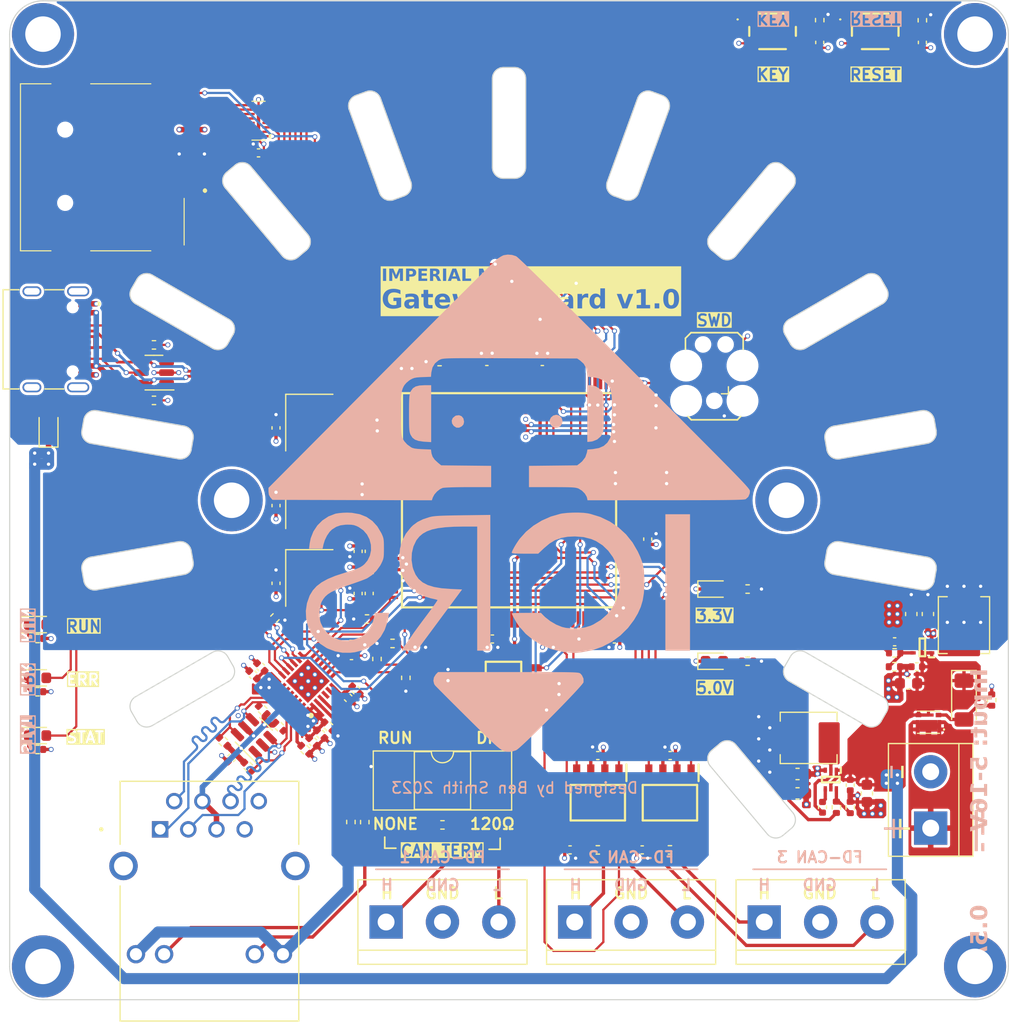
<source format=kicad_pcb>
(kicad_pcb (version 20221018) (generator pcbnew)
  (layers (0 "F.Cu" signal) (1 "In1.Cu" signal) (2 "In2.Cu" signal) (31 "B.Cu" signal) (34 "B.Paste" user) (35 "F.Paste" user) (36 "B.SilkS" user "B.Silkscreen") (37 "F.SilkS" user "F.Silkscreen") (38 "B.Mask" user) (39 "F.Mask" user) (44 "Edge.Cuts" user))
  (net 0 "")
  (net 1 "GND")
  (net 2 "/Power/5V_BST")
  (net 3 "/Power/5V_SW")
  (net 4 "/Power/3V3_BST")
  (net 5 "/Power/3V3_SW")
  (net 6 "/Power/RP_PMOS_G")
  (net 7 "+5V")
  (net 8 "/Microcontroller/VCAP2")
  (net 9 "/Microcontroller/VCAP1")
  (net 10 "/Microcontroller/VREF+")
  (net 11 "VBUS")
  (net 13 "/Power/5V_FB")
  (net 14 "/Power/3V3_FB")
  (net 20 "OSC32K")
  (net 22 "+3.3VA")
  (net 23 "/Ethernet/VDDCR")
  (net 27 "+3.3V")
  (net 30 "OSC25M")
  (net 32 "NRST")
  (net 34 "SDMMC1_CD")
  (net 38 "SDMMC1_DAT2")
  (net 40 "SDMMC1_DAT3")
  (net 43 "SDMMC1_CMD")
  (net 44 "SDMMC1_CLK")
  (net 45 "SDMMC1_DAT0")
  (net 64 "SDMMC1_DAT1")
  (net 65 "/Microcontroller/DAT1")
  (net 66 "/Microcontroller/DAT0")
  (net 86 "/Microcontroller/CLK")
  (net 87 "/Microcontroller/CMD")
  (net 88 "/Microcontroller/DAT3")
  (net 91 "USB_DN")
  (net 92 "USB_DP")
  (net 93 "SWDIO")
  (net 94 "SWCLK")
  (net 96 "/Microcontroller/DAT2")
  (net 99 "CAN_RX3")
  (net 100 "CAN_TX3")
  (net 101 "ETH_MDC")
  (net 106 "ETH_REF_CLK")
  (net 107 "ETH_MDIO")
  (net 108 "ETH_CRS_DV")
  (net 113 "SWO")
  (net 115 "ETH_RXD0")
  (net 116 "ETH_RXD1")
  (net 117 "ETH_TX_EN")
  (net 118 "BOOT0")
  (net 123 "ETH_TXD0")
  (net 124 "ETH_TXD1")
  (net 125 "CAN_RX1")
  (net 126 "CAN_TX1")
  (net 131 "/Microcontroller/CC1")
  (net 134 "/Microcontroller/CC2")
  (net 138 "CAN_RX2")
  (net 139 "CAN_TX2")
  (net 141 "/Microcontroller/CANL1")
  (net 142 "/Microcontroller/CANH1")
  (net 143 "SILENT1")
  (net 144 "/Microcontroller/CANL2")
  (net 145 "/Microcontroller/CAN_SW")
  (net 146 "/Microcontroller/CANH2")
  (net 147 "SILENT2")
  (net 148 "/Microcontroller/CANL3")
  (net 149 "/Microcontroller/CANH3")
  (net 150 "SILENT3")
  (net 151 "/Ethernet/LED2")
  (net 152 "/Ethernet/LED1")
  (net 154 "/Ethernet/PHYAD0")
  (net 155 "ETH_INT")
  (net 156 "ETH_RST")
  (net 157 "/Ethernet/TXN")
  (net 158 "/Ethernet/TXP")
  (net 159 "/Ethernet/RXN")
  (net 160 "/Ethernet/RXP")
  (net 161 "/Ethernet/RBIAS")
  (net 163 "/Ethernet/Y_K")
  (net 164 "/Ethernet/G_K")
  (net 167 "/Power/5V_LED_A")
  (net 168 "VIN")
  (net 169 "VIN_RAW")
  (net 170 "/Microcontroller/LEDR_K")
  (net 171 "LEDR")
  (net 172 "/Microcontroller/LEDG_K")
  (net 173 "LEDG")
  (net 174 "/Microcontroller/LEDB_K")
  (net 175 "LEDB")
  (net 176 "/Power/3V3_LED_A")
  (net 177 "BTN")
  (footprint "Capacitor_SMD:C_0402_1005Metric" (layer "F.Cu") (at 157.5 98 -90)
    (fp_text reference "C309" hide)
    (fp_text value "100n" hide)
  )
  (footprint "Resistor_SMD:R_0402_1005Metric" (layer "F.Cu") (at 102.51 117.25 180)
    (fp_text reference "R301" hide)
    (fp_text value "1k5" hide)
  )
  (footprint "Capacitor_SMD:C_0402_1005Metric" (layer "F.Cu") (at 131.4 108.4 -90)
    (fp_text reference "C310" hide)
    (fp_text value "1u" hide)
  )
  (footprint "Capacitor_SMD:C_0402_1005Metric" (layer "F.Cu") (at 157.5 93 -90)
    (fp_text reference "C324" hide)
    (fp_text value "2u2" hide)
  )
  (footprint "Resistor_SMD:R_0402_1005Metric" (layer "F.Cu") (at 174.5 127.662 90)
    (fp_text reference "R201" hide)
    (fp_text value "52k" hide)
  )
  (footprint "Capacitor_SMD:C_0402_1005Metric" (layer "F.Cu") (at 182.25 58.75 -90)
    (fp_text reference "C304" hide)
    (fp_text value "10n" hide)
  )
  (footprint "Resistor_SMD:R_0402_1005Metric" (layer "F.Cu") (at 188.5 118 90)
    (fp_text reference "R207" hide)
    (fp_text value "4k7" hide)
  )
  (footprint "Inductor_SMD:L_Chilisin_BMRA00040420" (layer "F.Cu") (at 186 111.25 90)
    (fp_text reference "L202" hide)
    (fp_text value "3u3" hide)
  )
  (footprint "Resistor_SMD:R_0402_1005Metric" (layer "F.Cu") (at 139 129.25 180)
    (fp_text reference "R302" hide)
    (fp_text value "120R" hide)
  )
  (footprint "LED_SMD:LED_0603_1608Metric" (layer "F.Cu") (at 102.51 111.2)
    (fp_text reference "D302" hide)
    (fp_text value "Green" hide)
  )
  (footprint "Capacitor_SMD:C_0402_1005Metric" (layer "F.Cu") (at 143 87.5)
    (fp_text reference "C320" hide)
    (fp_text value "100n" hide)
  )
  (footprint "MSL Footprints:SOIC127P600X175-8N" (layer "F.Cu") (at 159.5 127.25 -90)
    (fp_text reference "IC304" hide)
    (fp_text value "TJA1057GT/3" hide)
  )
  (footprint "Resistor_SMD:R_0402_1005Metric" (layer "F.Cu") (at 132 129 -90)
    (fp_text reference "R413" hide)
    (fp_text value "330R" hide)
  )
  (footprint "MSL Footprints:MEM20750014001A" (layer "F.Cu") (at 108.695 70 -90)
    (fp_text reference "J302" hide)
    (fp_text value "MEM2075-00-140-01-A" hide)
  )
  (footprint "Oscillator:Oscillator_SMD_Abracon_ASE-4Pin_3.2x2.5mm_HandSoldering" (layer "F.Cu") (at 127 93 -90)
    (fp_text reference "X303" hide)
    (fp_text value "32.768kHz_Clock" hide)
  )
  (footprint "Resistor_SMD:R_0402_1005Metric" (layer "F.Cu") (at 133.1 114.3 -90)
    (fp_text reference "R402" hide)
    (fp_text value "10k" hide)
  )
  (footprint "Capacitor_SMD:C_0402_1005Metric" (layer "F.Cu") (at 132.4 108.4 -90)
    (fp_text reference "C308" hide)
    (fp_text value "100n" hide)
  )
  (footprint "Capacitor_SMD:C_0402_1005Metric" (layer "F.Cu") (at 132.4 106.5 90)
    (fp_text reference "C305" hide)
    (fp_text value "100n" hide)
  )
  (footprint "Capacitor_SMD:C_0402_1005Metric" (layer "F.Cu") (at 181.75 115 180)
    (fp_text reference "C204" hide)
    (fp_text value "100n" hide)
  )
  (footprint "Resistor_SMD:R_0402_1005Metric" (layer "F.Cu") (at 102.51 112.45 180)
    (fp_text reference "R303" hide)
    (fp_text value "1k5" hide)
  )
  (footprint "Capacitor_SMD:C_0402_1005Metric" (layer "F.Cu") (at 159.52 123)
    (fp_text reference "C6" hide)
    (fp_text value "100n" hide)
  )
  (footprint "Resistor_SMD:R_0402_1005Metric" (layer "F.Cu") (at 124.3 120.4 -45)
    (fp_text reference "R411" hide)
    (fp_text value "49R9" hide)
  )
  (footprint "Resistor_SMD:R_0402_1005Metric" (layer "F.Cu") (at 173 56.74 90)
    (fp_text reference "R311" hide)
    (fp_text value "10k" hide)
  )
  (footprint "Capacitor_SMD:C_0402_1005Metric" (layer "F.Cu") (at 152.5 112.5 180)
    (fp_text reference "C323" hide)
    (fp_text value "2u2" hide)
  )
  (footprint "MSL Footprints:Pluggable_terminal-3_P5.08mm" (layer "F.Cu") (at 133.92 138)
    (fp_text reference "J304" hide)
    (fp_text value "Pluggable_Terminal_01x03" hide)
  )
  (footprint "Capacitor_SMD:C_0402_1005Metric" (layer "F.Cu") (at 121.92868 115.725534 135)
    (fp_text reference "C404" hide)
    (fp_text value "100n" hide)
  )
  (footprint "Capacitor_SMD:C_0402_1005Metric" (layer "F.Cu") (at 132.4 104.6 90)
    (fp_text reference "C314" hide)
    (fp_text value "100n" hide)
  )
  (footprint "Capacitor_SMD:C_0402_1005Metric" (layer "F.Cu") (at 150.5 131.5 180)
    (fp_text reference "C3" hide)
    (fp_text value "100n" hide)
  )
  (footprint "Capacitor_SMD:C_0603_1608Metric" (layer "F.Cu") (at 171 124.662)
    (fp_text reference "C207" hide)
    (fp_text value "22u" hide)
  )
  (footprint "MSL Footprints:SOIC127P600X175-8N" (layer "F.Cu") (at 144.5 117 180)
    (fp_text reference "IC302" hide)
    (fp_text value "TJA1057GT/3" hide)
  )
  (footprint "Oscillator:Oscillator_SMD_Abracon_ASE-4Pin_3.2x2.5mm_HandSoldering" (layer "F.Cu") (at 127 107 -90)
    (fp_text reference "X301" hide)
    (fp_text value "50MHz_Clock" hide)
  )
  (footprint "Resistor_SMD:R_0402_1005Metric" (layer "F.Cu") (at 130.8 113)
    (fp_text reference "R401" hide)
    (fp_text value "10k" hide)
  )
  (footprint "Capacitor_SMD:C_0402_1005Metric" (layer "F.Cu") (at 153 123)
    (fp_text reference "C4" hide)
    (fp_text value "100n" hide)
  )
  (footprint "MSL Footprints:Pluggable_terminal-3_P5.08mm" (layer "F.Cu") (at 168 138)
    (fp_text reference "J306" hide)
    (fp_text value "Pluggable_Terminal_01x03" hide)
  )
  (footprint "LED_SMD:LED_0603_1608Metric" (layer "F.Cu") (at 163.5 114.5)
    (fp_text reference "D201" hide)
    (fp_text value "GREEN" hide)
  )
  (footprint "Oscillator:Oscillator_SMD_Abracon_ASE-4Pin_3.2x2.5mm_HandSoldering" (layer "F.Cu") (at 127 100 -90)
    (fp_text reference "X302" hide)
    (fp_text value "25MHz_Clock" hide)
  )
  (footprint "Capacitor_SMD:C_0603_1608Metric" (layer "F.Cu") (at 182.75 110.25 -90)
    (fp_text reference "C208" hide)
    (fp_text value "22u" hide)
  )
  (footprint "Resistor_SMD:R_0402_1005Metric" (layer "F.Cu") (at 130.75 128.99 -90)
    (fp_text reference "R412" hide)
    (fp_text value "330R" hide)
  )
  (footprint "MountingHole:MountingHole_3.2mm_M3_DIN965_Pad" (layer "F.Cu") (at 103 58)
    (fp_text reference "H101" hide)
    (fp_text value "MountingHole_Pad" hide)
  )
  (footprint "Resistor_SMD:R_0402_1005Metric" (layer "F.Cu") (at 123.9 110.6 -135)
    (fp_text reference "R406" hide)
    (fp_text value "10k" hide)
  )
  (footprint "Capacitor_SMD:C_0402_1005Metric" (layer "F.Cu") (at 137 112.5 180)
    (fp_text reference "C313" hide)
    (fp_text value "100n" hide)
  )
  (footprint "Resistor_SMD:R_0402_1005Metric" (layer "F.Cu") (at 113 86)
    (fp_text reference "R308" hide)
    (fp_text value "5k1" hide)
  )
  (footprint "Resistor_SMD:R_0402_1005Metric" (layer "F.Cu") (at 179.75 113.75)
    (fp_text reference "R203" hide)
    (fp_text value "31k" hide)
  )
  (footprint "Capacitor_SMD:C_0402_1005Metric" (layer "F.Cu") (at 124 93.48 90)
    (fp_text reference "C301" hide)
    (fp_text value "100n" hide)
  )
  (footprint "Capacitor_SMD:C_0402_1005Metric" (layer "F.Cu") (at 127.32868 121.775534 -45)
    (fp_text reference "C405" hide)
    (fp_text value "100n" hide)
  )
  (footprint "Package_DIP:DIP-4_W8.89mm_SMDSocket_LongPads" (layer "F.Cu") (at 139 125.25)
    (fp_text reference "SW301" hide)
    (fp_text value "SW_DIP_x02" hide)
  )
  (footprint "Resistor_SMD:R_0402_1005Metric" (layer "F.Cu") (at 121.5 124 -45)
    (fp_text reference "R410" hide)
    (fp_text value "49R9" hide)
  )
  (footprint "Capacitor_SMD:C_0402_1005Metric" (layer "F.Cu") (at 157.5 91 -90)
    (fp_text reference "C316" hide)
    (fp_text value "100n" hide)
  )
  (footprint "MSL Footprints:SOTFL50P160X60-6N" (layer "F.Cu") (at 174 125.162 -90)
    (fp_text reference "IC201" hide)
    (fp_text value "TPS563202DRLR" hide)
  )
  (footprint "Resistor_SMD:R_0402_1005Metric" (layer "F.Cu") (at 153 131.5)
    (fp_text reference "R307" hide)
    (fp_text value "120R" hide)
  )
  (footprint "Resistor_SMD:R_0402_1005Metric" (layer "F.Cu") (at 159.5 131.5)
    (fp_text reference "R310" hide)
    (fp_text value "120R" hide)
  )
  (footprint "Capacitor_SMD:C_0402_1005Metric" (layer "F.Cu") (at 179.75 112.75 180)
    (fp_text reference "C206" hide)
    (fp_text value "100n" hide)
  )
  (footprint "Resistor_SMD:R_0402_1005Metric" (layer "F.Cu") (at 122.8 118.9 135)
    (fp_text reference "R408" hide)
    (fp_text value "49R9" hide)
  )
  (footprint "Capacitor_SMD:C_0402_1005Metric" (layer "F.Cu") (at 131.4 104.6 90)
    (fp_text reference "C322" hide)
    (fp_text value "10u" hide)
  )
  (footprint "Inductor_SMD:L_Chilisin_BMRA00040420" (layer "F.Cu") (at 172 121.412 180)
    (fp_text reference "L201" hide)
    (fp_text value "4u7" hide)
  )
  (footprint "Package_TO_SOT_SMD:SOT-23-6" (layer "F.Cu") (at 122 121.25 135)
    (fp_text reference "U401" hide)
    (fp_text value "USBLC6-4SC6-ES" hide)
  )
  (footprint "Resistor_SMD:R_0402_1005Metric" (layer "F.Cu") (at 126.62868 122.475534 -45)
    (fp_text reference "R407" hide)
    (fp_text value "12k1" hide)
  )
  (footprint "Capacitor_SMD:C_0402_1005Metric" (layer "F.Cu") (at 140.25 115.75 -90)
    (fp_text reference "C1" hide)
    (fp_text value "100n" hide)
  )
  (footprint "LED_SMD:LED_0603_1608Metric" (layer "F.Cu") (at 163.5 108)
    (fp_text reference "D202" hide)
    (fp_text value "GREEN" hide)
  )
  (footprint "Capacitor_SMD:C_0402_1005Metric" (layer "F.Cu") (at 122.62868 115.025534 135)
    (fp_text reference "C406" hide)
    (fp_text value "100n" hide)
  )
  (footprint "MSL Footprints:HRO_TYPE-C-31-M-12" (layer "F.Cu") (at 102 85.5 -90)
    (fp_text reference "J303" hide)
    (fp_text value "TYPE-C-31-M-12" hide)
  )
  (footprint "MSL Footprints:Pluggable_terminal-3_P5.08mm" (layer "F.Cu") (at 150.92 138)
    (fp_text reference "J305" hide)
    (fp_text value "Pluggable_Terminal_01x03" hide)
  )
  (footprint "MSL Footprints:Tag-Connect_TC2030-IDC-FP_2x03_P1.27mm_Vertical" (layer "F.Cu") (at 163.5 88.5 90)
    (fp_text reference "J301" hide)
    (fp_text value "TC2030" hide)
  )
  (footprint "Resistor_SMD:R_0402_1005Metric" (layer "F.Cu") (at 102.51 122.45 180)
    (fp_text reference "R304" hide)
    (fp_text value "1k5" hide)
  )
  (footprint "MountingHole:MountingHole_3.2mm_M3_DIN965_Pad" (layer "F.Cu") (at 187 142)
    (fp_text reference "H104" hide)
    (fp_text value "MountingHole_Pad" hide)
  )
  (footprint "MSL Footprints:SOTFL50P160X60-6N" (layer "F.Cu") (at 182.25 113.25 180)
    (fp_text reference "IC202" hide)
    (fp_text value "TPS563202DRLR" hide)
  )
  (footprint "Resistor_SMD:R_0402_1005Metric" (layer "F.Cu") (at 135.7 116 90)
    (fp_text reference "R403" hide)
    (fp_text value "10k" hide)
  )
  (footprint "Resistor_SMD:R_0402_1005Metric" (layer "F.Cu") (at 175.75 127.682 90)
    (fp_text reference "R202" hide)
    (fp_text value "10k" hide)
  )
  (footprint "Capacitor_SMD:C_0402_1005Metric" (layer "F.Cu") (at 122.425 68.7)
    (fp_text reference "C325" hide)
    (fp_text value "10u" hide)
  )
  (footprint "MSL Footprints:SOIC127P600X175-8N" (layer "F.Cu") (at 153 127.25 -90)
    (fp_text reference "IC303" hide)
    (fp_text value "TJA1057GT/3" hide)
  )
  (footprint "Capacitor_SMD:C_0402_1005Metric" (layer "F.Cu") (at 154.5 112.5)
    (fp_text reference "C317" hide)
    (fp_text value "100n" hide)
  )
  (footprint "Package_TO_SOT_SMD:SOT-23-6" (layer "F.Cu") (at 113 88.5 180)
    (fp_text reference "U302" hide)
    (fp_text value "USBLC6-4SC6-ES" hide)
  )
  (footprint "Capacitor_SMD:C_0603_1608Metric" (layer "F.Cu") (at 181 116.5 180)
    (fp_text reference "C202" hide)
    (fp_text value "22u" hide)
  )
  (footprint "Capacitor_SMD:C_0402_1005Metric" (layer "F.Cu") (at 130.5 117.8 -45)
    (fp_text reference "C403" hide)
    (fp_text value "470p" hide)
  )
  (footprint "LED_SMD:LED_0603_1608Metric" (layer "F.Cu") (at 102.51 121.2)
    (fp_text reference "D303" hide)
    (fp_text value "Blue" hide)
  )
  (footprint "Resistor_SMD:R_0402_1005Metric" (layer "F.Cu") (at 113 91)
    (fp_text reference "R309" hide)
    (fp_text value "5k1" hide)
  )
  (footprint "Capacitor_SMD:C_0402_1005Metric" (layer "F.Cu") (at 131.2 117.1 -45)
    (fp_text reference "C402" hide)
    (fp_text value "1u" hide)
  )
  (footprint "Capacitor_SMD:C_0402_1005Metric" (layer "F.Cu") (at 158.5 98 -90)
    (fp_text reference "C315" hide)
    (fp_text value "10u" hide)
  )
  (footprint "Resistor_SMD:R_0402_1005Metric" (layer "F.Cu") (at 119.25 121.75 135)
    (fp_text reference "R409" hide)
    (fp_text value "49R9" hide)
  )
  (footprint "MSL Footprints:HANRUN_HR913129A" (layer "F.Cu") (at 118 136 180)
    (fp_text reference "J401" hide)
    (fp_text value "HR913129A" hide)
  )
  (footprint "MSL Footprints:TS204225WT160SMTTRMSL" (layer "F.Cu") (at 178 57.75)
    (fp_text reference "S301" hide)
    (fp_text value "TS20-42-25-WT-160-SMT-TR" hide)
  )
  (footprint "MSL Footprints:TS204225WT160SMTTRMSL" (layer "F.Cu") (at 168.75 57.75)
    (fp_text reference "S302" hide)
    (fp_text value "TS20-42-25-WT-160-SMT-TR" hide)
  )
  (footprint "Resistor_SMD:R_0402_1005Metric" (layer "F.Cu") (at 166.5 114.5 180)
    (fp_text reference "R205" hide)
    (fp_text value "2k2" hide)
  )
  (footprint "Resistor_SMD:R_0402_1005Metric" (layer "F.Cu") (at 128.72868 120.375534 -45)
    (fp_text reference "FB401" hide)
    (fp_text value "120R@100MHz" hide)
  )
  (footprint "MSL Footprints:Pluggable_terminal-2_P5.08mm" (layer "F.Cu") (at 183 129.54 90)
    (fp_text reference "J201" hide)
    (fp_text value "Pluggable_Terminal_01x02" hide)
  )
  (footprint "Capacitor_SMD:C_0402_1005Metric" (layer "F.Cu") (at 124 107.48 90)
    (fp_text reference "C303" hide)
    (fp_text value "100n" hide)
  )
  (footprint "Diode_SMD:D_SOD-323" (layer "F.Cu") (at 103.5 93.6 90)
    (fp_text reference "D304" hide)
    (fp_text value "BAT760-115" hide)
  )
  (footprint "MountingHole:MountingHole_3.2mm_M3_DIN965_Pad" (layer "F.Cu") (at 187 58)
    (fp_text reference "H103" hide)
    (fp_text value "MountingHole_Pad" hide)
  )
  (footprint "Capacitor_SMD:C_0402_1005Metric" (layer "F.Cu") (at 128.02868 121.075534 -45)
    (fp_text reference "C407" hide)
    (fp_text value "10u" hide)
  )
  (footprint "Capacitor_SMD:C_0402_1005Metric" (layer "F.Cu") (at 148.5 112.5 180)
    (fp_text reference "C318" hide)
    (fp_text value "100n" hide)
  )
  (footprint "Resistor_SMD:R_0402_1005Metric" (layer "F.Cu") (at 138.74 87.5 180)
    (fp_text reference "R306" hide)
    (fp_text value "10k" hide)
  )
  (footprint "Resistor_SMD:R_0402_1005Metric" (layer "F.Cu") (at 132.2 110.7)
    (fp_text reference "R405" hide)
    (fp_text value "1k5" hide)
  )
  (footprint "Capacitor_SMD:C_0402_1005Metric" (layer "F.Cu") (at 157 131.5 180)
    (fp_text reference "C5" hide)
    (fp_text value "100n" hide)
  )
  (footprint "MSL Footprints:QFN50P400X400X100-25N-D" (layer "F.Cu") (at 126.866117 116.284544 135)
    (fp_text reference "IC401" hide)
    (fp_text value "LAN8742A-CZ-TR" hide)
  )
  (footprint "Capacitor_SMD:C_0402_1005Metric" (layer "F.Cu") (at 173 58.75 -90)
    (fp_text reference "C326" hide)
    (fp_text value "10n" hide)
  )
  (footprint "Capacitor_SMD:C_0402_1005Metric" (layer "F.Cu") (at 132.5 99 90)
    (fp_text reference "C312" hide)
    (fp_text value "100n" hide)
  )
  (footprint "Capacitor_SMD:C_0402_1005Metric" (layer "F.Cu") (at 130.8 114 180)
    (fp_text reference "C401" hide)
    (fp_text value "100n" hide)
  )
  (footprint "Capacitor_SMD:C_0402_1005Metric" (layer "F.Cu") (at 143.5 112.5 180)
    (fp_text reference "C319" hide)
    (fp_text value "100n" hide)
  )
  (footprint "Resistor_SMD:R_0402_1005Metric" (layer "F.Cu") (at 182.25 56.75 90)
    (fp_text reference "R305" hide)
    (fp_text value "10k" hide)
  )
  (footprint "Capacitor_SMD:C_0603_1608Metric" (layer "F.Cu") (at 181.25 110.25 -90)
    (fp_text reference "C210" hide)
    (fp_text value "22u" hide)
  )
  (footprint "Capacitor_SMD:C_0603_1608Metric" (layer "F.Cu") (at 171 126.412)
    (fp_text reference "C209" hide)
    (fp_text value "22u" hide)
  )
  (footprint "Capacitor_SMD:C_0402_1005Metric" (layer "F.Cu") (at 132.5 93.25 90)
    (fp_text reference "C311" hide)
    (fp_text value "100n" hide)
  )
  (footprint "MountingHole:MountingHole_3.2mm_M3_DIN965_Pad" (layer "F.Cu") (at 120 100)
    (fp_text reference "H105" hide)
    (fp_text value "MountingHole_Pad" hide)
  )
  (footprint "Capacitor_SMD:C_0402_1005Metric" (layer "F.Cu") (at 173.25 127.662 -90)
    (fp_text reference "C205" hide)
    (fp_text value "100n" hide)
  )
  (footprint "Resistor_SMD:R_0402_1005Metric" (layer "F.Cu") (at 179.73 115)
    (fp_text reference "R204" hide)
    (fp_text value "10k" hide)
  )
  (footprint "Resistor_SMD:R_0402_1005Metric" (layer "F.Cu") (at 134.5 112.9)
    (fp_text reference "R404" hide)
    (fp_text value "10k" hide)
  )
  (footprint "Capacitor_SMD:C_0402_1005Metric" (layer "F.Cu") (at 124 100.48 90)
    (fp_text reference "C302" hide)
    (fp_text value "100n" hide)
  )
  (footprint "Resistor_SMD:R_0402_1005Metric" (layer "F.Cu") (at 166.5 108 180)
    (fp_text reference "R206" hide)
    (fp_text value "1k5" hide)
  )
  (footprint "MountingHole:MountingHole_3.2mm_M3_DIN965_Pad" (layer "F.Cu") (at 170 100)
    (fp_text reference "H106" hide)
    (fp_text value "MountingHole_Pad" hide)
  )
  (footprint "Capacitor_SMD:C_0402_1005Metric" (layer "F.Cu") (at 120 123.2 -135)
    (fp_text reference "C408" hide)
    (fp_text value "100n" hide)
  )
  (footprint "Capacitor_SMD:C_0402_1005Metric" (layer "F.Cu") (at 148 87.5)
    (fp_text reference "C321" hide)
    (fp_text value "100n" hide)
  )
  (footprint "MSL Footprints:EMIF06MSD02N16" (layer "F.Cu") (at 122.625 65.8 90)
    (fp_text reference "FL301" hide)
    (fp_text value "EMIF06-MSD02N16" hide)
  )
  (footprint "Capacitor_SMD:C_0402_1005Metric" (layer "F.Cu") (at 157.5 103.5 -90)
    (fp_text reference "C327" hide)
    (fp_text value "100n" hide)
  )
  (footprint "Capacitor_SMD:C_0402_1005Metric" (layer "F.Cu") (at 175.75 125.662 -90)
    (fp_text reference "C203" hide)
    (fp_text value "100n" hide)
  )
  (footprint "MSL Footprints:DMP2066UFDE7" (layer "F.Cu") (at 182.8 120 90)
    (fp_text reference "Q201" hide)
    (fp_text value "DMP3028LFDE" hide)
  )
  (footprint "MountingHole:MountingHole_3.2mm_M3_DIN965_Pad" (layer "F.Cu") (at 103 142)
    (fp_text reference "H102" hide)
    (fp_text value "MountingHole_Pad" hide)
  )
  (footprint "Diode_SMD:D_MiniMELF" (layer "F.Cu") (at 186 118 -90)
    (fp_text reference "D204" hide)
    (fp_text value "ZMM10V" hide)
  )
  (footprint "MSL Footprints:QFP50P2200X2200X160-144N" (layer "F.Cu") (at 145 100)
    (fp_text reference "IC301" hide)
    (fp_text value "STM32H723ZGT6" hide)
  )
  (footprint "Capacitor_SMD:C_0402_1005Metric" (layer "F.Cu") (at 135.775 87.5 180)
    (fp_text reference "C307" hide)
    (fp_text value "100n" hide)
  )
  (footprint "Capacitor_SMD:C_0402_1005Metric" (layer "F.Cu") (at 131.4 106.5 90)
    (fp_text reference "C306" hide)
    (fp_text value "1u" hide)
  )
  (footprint "LED_SMD:LED_0603_1608Metric" (layer "F.Cu") (at 102.51 116)
    (fp_text reference "D301" hide)
    (fp_text value "Red" hide)
  )
  (footprint "Capacitor_SMD:C_0402_1005Metric" (layer "F.Cu") (at 148.75 117 -90)
    (fp_text reference "C2" hide)
    (fp_text value "100n" hide)
  )
  (footprint "Capacitor_SMD:C_0603_1608Metric" (layer "F.Cu") (at 177.25 126.412 -90)
    (fp_text reference "C201" hide)
    (fp_text value "22u" hide)
  )
  (footprint "MSL Footprints:DC_logo_4mm" (layer "B.Cu") (at 187.34 129.74 -90)
    (fp_text reference "G***" hide)
    (fp_text value "LOGO" hide)
  )
  (footprint "MSL Footprints:ICRS_50mm" (layer "B.Cu") (at 144.5 100 180)
    (fp_text reference "G***" hide)
    (fp_text value "LOGO" hide)
  )
  (gr_line locked (start 167 133.25) (end 179 133.25) (stroke (width 0.15)) (layer "B.SilkS"))
  (gr_line locked (start 133 133.25) (end 145 133.25) (stroke (width 0.15)) (layer "B.SilkS"))
  (gr_line locked (start 150 133.25) (end 162 133.25) (stroke (width 0.15)) (layer "B.SilkS"))
  (gr_line (start 134.8 131.35) (end 133.8 131.35) (stroke (width 0.15)) (layer "F.SilkS"))
  (gr_line (start 133.8 131.35) (end 133.8 130.35) (stroke (width 0.15)) (layer "F.SilkS"))
  (gr_line (start 144.2 131.45) (end 143.2 131.45) (stroke (width 0.15)) (layer "F.SilkS"))
  (gr_line (start 144.2 130.45) (end 144.2 131.45) (stroke (width 0.15)) (layer "F.SilkS"))
  (gr_arc locked (start 119.425005 71.854493) (mid 119.194854 71.12455) (end 119.548261 70.445661) (stroke (width 0.1)) (layer "Edge.Cuts"))
  (gr_arc locked (start 120.314305 69.802873) (mid 121.044248 69.572722) (end 121.723137 69.926129) (stroke (width 0.1)) (layer "Edge.Cuts"))
  (gr_line locked (start 106.679322 107.264683) (end 106.505674 106.279875) (stroke (width 0.1)) (layer "Edge.Cuts"))
  (gr_arc locked (start 111.341035 82.299038) (mid 110.875109 81.691832) (end 110.97501 80.933013) (stroke (width 0.1)) (layer "Edge.Cuts"))
  (gr_arc locked (start 170.451739 70.445661) (mid 170.805146 71.12455) (end 170.574995 71.854493) (stroke (width 0.1)) (layer "Edge.Cuts"))
  (gr_line locked (start 159.406304 64.804711) (end 156.670143 72.322252) (stroke (width 0.1)) (layer "Edge.Cuts"))
  (gr_arc locked (start 183.320679 107.264683) (mid 182.909448 107.910187) (end 182.162223 108.075843) (stroke (width 0.1)) (layer "Edge.Cuts"))
  (gr_line locked (start 153.851065 71.296191) (end 156.587226 63.77865) (stroke (width 0.1)) (layer "Edge.Cuts"))
  (gr_arc locked (start 170.574995 128.145507) (mid 170.805146 128.87545) (end 170.451739 129.554339) (stroke (width 0.1)) (layer "Edge.Cuts"))
  (gr_arc locked (start 183.494327 93.720125) (mid 183.328671 94.46735) (end 182.683167 94.878581) (stroke (width 0.1)) (layer "Edge.Cuts"))
  (gr_arc locked (start 177.158965 79.700962) (mid 177.917784 79.601061) (end 178.52499 80.066987) (stroke (width 0.1)) (layer "Edge.Cuts"))
  (gr_line locked (start 182.162222 108.075842) (end 174.28376 106.686657) (stroke (width 0.1)) (layer "Edge.Cuts"))
  (gr_line locked (start 174.804705 103.732234) (end 182.683167 105.121419) (stroke (width 0.1)) (layer "Edge.Cuts"))
  (gr_arc locked (start 182.683167 105.121419) (mid 183.328671 105.53265) (end 183.494327 106.279875) (stroke (width 0.1)) (layer "Edge.Cuts"))
  (gr_line locked (start 120.135263 114.933013) (end 119.635263 114.066988) (stroke (width 0.1)) (layer "Edge.Cuts"))
  (gr_line locked (start 173.472601 94.471799) (end 173.646249 95.456607) (stroke (width 0.1)) (layer "Edge.Cuts"))
  (gr_line locked (start 177.158965 120.299038) (end 170.230762 116.299038) (stroke (width 0.1)) (layer "Edge.Cuts"))
  (gr_arc locked (start 163.257818 77.463317) (mid 162.904411 76.784428) (end 163.134562 76.054485) (stroke (width 0.1)) (layer "Edge.Cuts"))
  (gr_arc locked (start 119.769238 83.700962) (mid 120.235164 84.308168) (end 120.135263 85.066987) (stroke (width 0.1)) (layer "Edge.Cuts"))
  (gr_line locked (start 174.28376 93.313343) (end 182.162222 91.924158) (stroke (width 0.1)) (layer "Edge.Cuts"))
  (gr_line locked (start 169.685695 69.802873) (end 170.451739 70.445661) (stroke (width 0.1)) (layer "Edge.Cuts"))
  (gr_line locked (start 107.316833 105.121419) (end 115.195295 103.732234) (stroke (width 0.1)) (layer "Edge.Cuts"))
  (gr_arc locked (start 106.679321 92.735317) (mid 107.090552 92.089813) (end 107.837777 91.924157) (stroke (width 0.1)) (layer "Edge.Cuts"))
  (gr_arc locked (start 106.505673 106.279875) (mid 106.671329 105.53265) (end 107.316833 105.121419) (stroke (width 0.1)) (layer "Edge.Cuts"))
  (gr_arc locked (start 178.658965 117.700962) (mid 179.124891 118.308168) (end 179.02499 119.066987) (stroke (width 0.1)) (layer "Edge.Cuts"))
  (gr_line locked (start 163.134562 76.054485) (end 168.276863 69.926129) (stroke (width 0.1)) (layer "Edge.Cuts"))
  (gr_line locked (start 183.320678 92.735317) (end 183.494326 93.720125) (stroke (width 0.1)) (layer "Edge.Cuts"))
  (gr_line locked (start 119.635263 85.933013) (end 120.135263 85.066988) (stroke (width 0.1)) (layer "Edge.Cuts"))
  (gr_line locked (start 144.5 71) (end 145.5 71) (stroke (width 0.1)) (layer "Edge.Cuts"))
  (gr_arc locked (start 170.364737 114.066987) (mid 170.971943 113.601061) (end 171.730762 113.700962) (stroke (width 0.1)) (layer "Edge.Cuts"))
  (gr_line locked (start 111.475009 119.933013) (end 110.975009 119.066988) (stroke (width 0.1)) (layer "Edge.Cuts"))
  (gr_arc locked (start 119.635263 85.933013) (mid 119.028057 86.398939) (end 118.269238 86.299038) (stroke (width 0.1)) (layer "Edge.Cuts"))
  (gr_line locked (start 133.412773 63.77865) (end 136.148934 71.296191) (stroke (width 0.1)) (layer "Edge.Cuts"))
  (gr_arc locked (start 110.97501 119.066987) (mid 110.875109 118.308168) (end 111.341035 117.700962) (stroke (width 0.1)) (layer "Edge.Cuts"))
  (gr_arc locked (start 158.808632 63.522997) (mid 159.37292 64.040071) (end 159.406305 64.80471) (stroke (width 0.1)) (layer "Edge.Cuts"))
  (gr_arc locked (start 112.841035 120.299038) (mid 112.082216 120.398939) (end 111.47501 119.933013) (stroke (width 0.1)) (layer "Edge.Cuts"))
  (gr_line locked (start 163.257818 77.463317) (end 164.023862 78.106105) (stroke (width 0.1)) (layer "Edge.Cuts"))
  (gr_arc locked (start 145.5 61) (mid 146.207107 61.292893) (end 146.5 62) (stroke (width 0.1)) (layer "Edge.Cuts"))
  (gr_line locked (start 134.61157 72.919924) (end 135.551263 72.577904) (stroke (width 0.1)) (layer "Edge.Cuts"))
  (gr_line locked (start 116.353751 95.456607) (end 116.527399 94.471799) (stroke (width 0.1)) (layer "Edge.Cuts"))
  (gr_arc locked (start 125.976137 78.106105) (mid 125.246194 78.336256) (end 124.567305 77.982849) (stroke (width 0.1)) (layer "Edge.Cuts"))
  (gr_arc locked (start 170.230762 116.299038) (mid 169.764836 115.691832) (end 169.864737 114.933013) (stroke (width 0.1)) (layer "Edge.Cuts"))
  (gr_line locked (start 131.191368 63.522998) (end 132.131061 63.180978) (stroke (width 0.1)) (layer "Edge.Cuts"))
  (gr_line locked (start 107.837778 91.924158) (end 115.71624 93.313343) (stroke (width 0.1)) (layer "Edge.Cuts"))
  (gr_line locked (start 182.683167 94.878581) (end 174.804705 96.267766) (stroke (width 0.1)) (layer "Edge.Cuts"))
  (gr_arc locked (start 156.587226 63.77865) (mid 157.1043 63.214362) (end 157.868939 63.180977) (stroke (width 0.1)) (layer "Edge.Cuts"))
  (gr_arc locked (start 100 58) (mid 100.87868 55.87868) (end 103 55) (stroke (width 0.1)) (layer "Edge.Cuts"))
  (gr_arc locked (start 179.02499 80.933013) (mid 179.124891 81.691832) (end 178.658965 82.299038) (stroke (width 0.1)) (layer "Edge.Cuts"))
  (gr_arc locked (start 107.837777 108.075843) (mid 107.090552 107.910187) (end 106.679321 107.264683) (stroke (width 0.1)) (layer "Edge.Cuts"))
  (gr_line locked (start 154.448738 72.577904) (end 155.388431 72.919924) (stroke (width 0.1)) (layer "Edge.Cuts"))
  (gr_arc locked (start 144.5 71) (mid 143.792893 70.707107) (end 143.5 70) (stroke (width 0.1)) (layer "Edge.Cuts"))
  (gr_line locked (start 190 58) (end 190 142) (stroke (width 0.1)) (layer "Edge.Cuts"))
  (gr_arc locked (start 182.162223 91.924157) (mid 182.909448 92.089813) (end 183.320679 92.735317) (stroke (width 0.1)) (layer "Edge.Cuts"))
  (gr_line locked (start 170.451739 129.554339) (end 169.685695 130.197127) (stroke (width 0.1)) (layer "Edge.Cuts"))
  (gr_line locked (start 179.024991 119.066987) (end 178.524991 119.933012) (stroke (width 0.1)) (layer "Edge.Cuts"))
  (gr_arc locked (start 115.195295 103.732233) (mid 115.94252 103.897889) (end 116.353751 104.543393) (stroke (width 0.1)) (layer "Edge.Cuts"))
  (gr_arc locked (start 156.670144 72.322251) (mid 156.15307 72.886539) (end 155.388431 72.919924) (stroke (width 0.1)) (layer "Edge.Cuts"))
  (gr_arc locked (start 136.148935 71.296191) (mid 136.11555 72.06083) (end 135.551262 72.577904) (stroke (width 0.1)) (layer "Edge.Cuts"))
  (gr_arc locked (start 132.131061 63.180977) (mid 132.8957 63.214362) (end 133.412774 63.77865) (stroke (width 0.1)) (layer "Edge.Cuts"))
  (gr_line locked (start 170.574996 71.854493) (end 165.432695 77.982849) (stroke (width 0.1)) (layer "Edge.Cuts"))
  (gr_arc locked (start 116.353751 95.456607) (mid 115.94252 96.102111) (end 115.195295 96.267767) (stroke (width 0.1)) (layer "Edge.Cuts"))
  (gr_line locked (start 103 55) (end 187 55) (stroke (width 0.1)) (layer "Edge.Cuts"))
  (gr_line locked (start 119.548261 70.445661) (end 120.314305 69.802873) (stroke (width 0.1)) (layer "Edge.Cuts"))
  (gr_line locked (start 146.5 62) (end 146.5 70) (stroke (width 0.1)) (layer "Edge.Cuts"))
  (gr_line locked (start 171.730762 113.700962) (end 178.658965 117.700962) (stroke (width 0.1)) (layer "Edge.Cuts"))
  (gr_arc locked (start 143.5 62) (mid 143.792893 61.292893) (end 144.5 61) (stroke (width 0.1)) (layer "Edge.Cuts"))
  (gr_line locked (start 178.524991 80.066987) (end 179.024991 80.933012) (stroke (width 0.1)) (layer "Edge.Cuts"))
  (gr_line locked (start 187 145) (end 103 145) (stroke (width 0.1)) (layer "Edge.Cuts"))
  (gr_arc locked (start 169.864737 85.066987) (mid 169.764836 84.308168) (end 170.230762 83.700962) (stroke (width 0.1)) (layer "Edge.Cuts"))
  (gr_line locked (start 168.276863 130.07387) (end 163.134562 123.945514) (stroke (width 0.1)) (layer "Edge.Cuts"))
  (gr_arc locked (start 173.646249 104.543393) (mid 174.05748 103.897889) (end 174.804705 103.732233) (stroke (width 0.1)) (layer "Edge.Cuts"))
  (gr_line locked (start 133.329857 72.322252) (end 130.593696 64.804711) (stroke (width 0.1)) (layer "Edge.Cuts"))
  (gr_arc locked (start 165.432695 77.982849) (mid 164.753806 78.336256) (end 164.023863 78.106105) (stroke (width 0.1)) (layer "Edge.Cuts"))
  (gr_line locked (start 115.195295 96.267766) (end 107.316833 94.878581) (stroke (width 0.1)) (layer "Edge.Cuts"))
  (gr_line locked (start 169.864737 85.066987) (end 170.364737 85.933012) (stroke (width 0.1)) (layer "Edge.Cuts"))
  (gr_arc locked (start 111.47501 80.066987) (mid 112.082216 79.601061) (end 112.841035 79.700962) (stroke (width 0.1)) (layer "Edge.Cuts"))
  (gr_line locked (start 170.364737 114.066987) (end 169.864737 114.933012) (stroke (width 0.1)) (layer "Edge.Cuts"))
  (gr_arc locked (start 107.316833 94.878581) (mid 106.671329 94.46735) (end 106.505673 93.720125) (stroke (width 0.1)) (layer "Edge.Cuts"))
  (gr_arc locked (start 169.685695 130.197127) (mid 168.955752 130.427278) (end 168.276863 130.073871) (stroke (width 0.1)) (layer "Edge.Cuts"))
  (gr_arc locked (start 174.804705 96.267767) (mid 174.05748 96.102111) (end 173.646249 95.456607) (stroke (width 0.1)) (layer "Edge.Cuts"))
  (gr_line locked (start 157.868939 63.180978) (end 158.808632 63.522998) (stroke (width 0.1)) (layer "Edge.Cuts"))
  (gr_arc locked (start 174.283761 106.686657) (mid 173.638257 106.275426) (end 173.472601 105.528201) (stroke (width 0.1)) (layer "Edge.Cuts"))
  (gr_line locked (start 121.723137 69.92613) (end 126.865438 76.054486) (stroke (width 0.1)) (layer "Edge.Cuts"))
  (gr_arc locked (start 126.865438 76.054485) (mid 127.095589 76.784428) (end 126.742182 77.463317) (stroke (width 0.1)) (layer "Edge.Cuts"))
  (gr_arc locked (start 163.134562 123.945515) (mid 162.904411 123.215572) (end 163.257818 122.536683) (stroke (width 0.1)) (layer "Edge.Cuts"))
  (gr_arc locked (start 168.276863 69.926129) (mid 168.955752 69.572722) (end 169.685695 69.802873) (stroke (width 0.1)) (layer "Edge.Cuts"))
  (gr_line locked (start 144.5 61) (end 145.5 61) (stroke (width 0.1)) (layer "Edge.Cuts"))
  (gr_line locked (start 100 142) (end 100 58) (stroke (width 0.1)) (layer "Edge.Cuts"))
  (gr_line locked (start 111.341035 117.700962) (end 118.269238 113.700962) (stroke (width 0.1)) (layer "Edge.Cuts"))
  (gr_line locked (start 125.976137 78.106105) (end 126.742181 77.463317) (stroke (width 0.1)) (layer "Edge.Cuts"))
  (gr_arc locked (start 178.52499 119.933013) (mid 177.917784 120.398939) (end 177.158965 120.299038) (stroke (width 0.1)) (layer "Edge.Cuts"))
  (gr_line locked (start 178.658965 82.299038) (end 171.730762 86.299038) (stroke (width 0.1)) (layer "Edge.Cuts"))
  (gr_arc locked (start 190 142) (mid 189.12132 144.12132) (end 187 145) (stroke (width 0.1)) (layer "Edge.Cuts"))
  (gr_arc locked (start 118.269238 113.700962) (mid 119.028057 113.601061) (end 119.635263 114.066987) (stroke (width 0.1)) (layer "Edge.Cuts"))
  (gr_line locked (start 116.527399 105.528201) (end 116.353751 104.543393) (stroke (width 0.1)) (layer "Edge.Cuts"))
  (gr_line locked (start 164.023863 121.893895) (end 163.257819 122.536683) (stroke (width 0.1)) (layer "Edge.Cuts"))
  (gr_line locked (start 119.769238 116.299038) (end 112.841035 120.299038) (stroke (width 0.1)) (layer "Edge.Cuts"))
  (gr_line locked (start 110.975009 80.933013) (end 111.475009 80.066988) (stroke (width 0.1)) (layer "Edge.Cuts"))
  (gr_arc locked (start 171.730762 86.299038) (mid 170.971943 86.398939) (end 170.364737 85.933013) (stroke (width 0.1)) (layer "Edge.Cuts"))
  (gr_line locked (start 118.269238 86.299038) (end 111.341035 82.299038) (stroke (width 0.1)) (layer "Edge.Cuts"))
  (gr_line locked (start 106.505674 93.720125) (end 106.679322 92.735317) (stroke (width 0.1)) (layer "Edge.Cuts"))
  (gr_line locked (start 173.646249 104.543393) (end 173.472601 105.528201) (stroke (width 0.1)) (layer "Edge.Cuts"))
  (gr_line locked (start 112.841035 79.700962) (end 119.769238 83.700962) (stroke (width 0.1)) (layer "Edge.Cuts"))
  (gr_line locked (start 170.230762 83.700962) (end 177.158965 79.700962) (stroke (width 0.1)) (layer "Edge.Cuts"))
  (gr_arc locked (start 164.023863 121.893895) (mid 164.753806 121.663744) (end 165.432695 122.017151) (stroke (width 0.1)) (layer "Edge.Cuts"))
  (gr_arc locked (start 130.593695 64.80471) (mid 130.62708 64.040071) (end 131.191368 63.522997) (stroke (width 0.1)) (layer "Edge.Cuts"))
  (gr_arc locked (start 103 145) (mid 100.87868 144.12132) (end 100 142) (stroke (width 0.1)) (layer "Edge.Cuts"))
  (gr_arc locked (start 154.448738 72.577904) (mid 153.88445 72.06083) (end 153.851065 71.296191) (stroke (width 0.1)) (layer "Edge.Cuts"))
  (gr_arc locked (start 187 55) (mid 189.12132 55.87868) (end 190 58) (stroke (width 0.1)) (layer "Edge.Cuts"))
  (gr_arc locked (start 116.527399 105.528201) (mid 116.361743 106.275426) (end 115.716239 106.686657) (stroke (width 0.1)) (layer "Edge.Cuts"))
  (gr_line locked (start 183.494326 106.279875) (end 183.320678 107.264683) (stroke (width 0.1)) (layer "Edge.Cuts"))
  (gr_line locked (start 143.5 70) (end 143.5 62) (stroke (width 0.1)) (layer "Edge.Cuts"))
  (gr_arc locked (start 173.472601 94.471799) (mid 173.638257 93.724574) (end 174.283761 93.313343) (stroke (width 0.1)) (layer "Edge.Cuts"))
  (gr_arc locked (start 115.716239 93.313343) (mid 116.361743 93.724574) (end 116.527399 94.471799) (stroke (width 0.1)) (layer "Edge.Cuts"))
  (gr_arc locked (start 134.611569 72.919924) (mid 133.84693 72.886539) (end 133.329856 72.322251) (stroke (width 0.1)) (layer "Edge.Cuts"))
  (gr_line locked (start 165.432695 122.017152) (end 170.574996 128.145508) (stroke (width 0.1)) (layer "Edge.Cuts"))
  (gr_arc locked (start 120.135263 114.933013) (mid 120.235164 115.691832) (end 119.769238 116.299038) (stroke (width 0.1)) (layer "Edge.Cuts"))
  (gr_line locked (start 124.567305 77.982848) (end 119.425004 71.854492) (stroke (width 0.1)) (layer "Edge.Cuts"))
  (gr_arc locked (start 146.5 70) (mid 146.207107 70.707107) (end 145.5 71) (stroke (width 0.1)) (layer "Edge.Cuts"))
  (gr_line locked (start 115.71624 106.686657) (end 107.837778 108.075842) (stroke (width 0.1)) (layer "Edge.Cuts"))
  (gr_text locked "KEY" (at 168.75 56 180) (layer "B.SilkS" knockout) (effects (font (size 1 1) (thickness 0.2) bold) (justify bottom mirror)))
  (gr_text locked "H" (at 151 135.25) (layer "B.SilkS") (effects (font (size 1 1) (thickness 0.2) bold) (justify bottom mirror)))
  (gr_text locked "GND" (at 173 135.25) (layer "B.SilkS") (effects (font (size 1 1) (thickness 0.2) bold) (justify bottom mirror)))
  (gr_text "Input: 5-16V         0.5A" (at 188.34 115.14 90) (layer "B.SilkS") (effects (font (size 1.5 1.5) (thickness 0.3) bold) (justify left bottom mirror)))
  (gr_text locked "Designed by Ben Smith 2023" (at 145.5 126.5) (layer "B.SilkS") (effects (font (size 1 1)) (justify bottom mirror)))
  (gr_text "+" (at 179.71 129.58 90) (layer "B.SilkS") (effects (font (size 2 2) (thickness 0.5)) (justify mirror)))
  (gr_text locked "L" (at 161 135.25) (layer "B.SilkS") (effects (font (size 1 1) (thickness 0.2) bold) (justify bottom mirror)))
  (gr_text locked "GND" (at 139 135.25) (layer "B.SilkS") (effects (font (size 1 1) (thickness 0.2) bold) (justify bottom mirror)))
  (gr_text locked "RUN" (at 101 112.95 -90) (layer "B.SilkS" knockout) (effects (font (size 1 1) (thickness 0.2) bold) (justify left bottom mirror)))
  (gr_text locked "RESET" (at 178 56 180) (layer "B.SilkS" knockout) (effects (font (size 1 1) (thickness 0.2) bold) (justify bottom mirror)))
  (gr_text "-" (at 179.41 124.48 90) (layer "B.SilkS") (effects (font (size 2 3) (thickness 0.5)) (justify mirror)))
  (gr_text locked "ERR" (at 101 117.75 -90) (layer "B.SilkS" knockout) (effects (font (size 1 1) (thickness 0.2) bold) (justify left bottom mirror)))
  (gr_text locked "FD-CAN 2\n" (at 156 132.75) (layer "B.SilkS") (effects (font (size 1 1) (thickness 0.2) bold) (justify bottom mirror)))
  (gr_text locked "STAT" (at 101 122.95 -90) (layer "B.SilkS" knockout) (effects (font (size 1 1) (thickness 0.2) bold) (justify left bottom mirror)))
  (gr_text locked "L" (at 178 135.25) (layer "B.SilkS") (effects (font (size 1 1) (thickness 0.2) bold) (justify bottom mirror)))
  (gr_text locked "H" (at 168 135.25) (layer "B.SilkS") (effects (font (size 1 1) (thickness 0.2) bold) (justify bottom mirror)))
  (gr_text locked "L" (at 144 135.25) (layer "B.SilkS") (effects (font (size 1 1) (thickness 0.2) bold) (justify bottom mirror)))
  (gr_text locked "GND" (at 156 135.25) (layer "B.SilkS") (effects (font (size 1 1) (thickness 0.2) bold) (justify bottom mirror)))
  (gr_text locked "H" (at 134 135.25) (layer "B.SilkS") (effects (font (size 1 1) (thickness 0.2) bold) (justify bottom mirror)))
  (gr_text locked "FD-CAN 1" (at 139 132.75) (layer "B.SilkS") (effects (font (size 1 1) (thickness 0.2) bold) (justify bottom mirror)))
  (gr_text locked "FD-CAN 3" (at 173 132.75) (layer "B.SilkS") (effects (font (size 1 1) (thickness 0.2) bold) (justify bottom mirror)))
  (gr_text locked "H" (at 151 136) (layer "F.SilkS") (effects (font (size 1 1) (thickness 0.2) bold) (justify bottom)))
  (gr_text locked "H" (at 168 136) (layer "F.SilkS") (effects (font (size 1 1) (thickness 0.2) bold) (justify bottom)))
  (gr_text locked "RUN" (at 105 111.95) (layer "F.SilkS" knockout) (effects (font (size 1 1) (thickness 0.2) bold) (justify left bottom)))
  (gr_text locked "H" (at 134 136) (layer "F.SilkS") (effects (font (size 1 1) (thickness 0.2) bold) (justify bottom)))
  (gr_text locked "GND" (at 173 136) (layer "F.SilkS") (effects (font (size 1 1) (thickness 0.2) bold) (justify bottom)))
  (gr_text "SWD" (at 163.5 83.8) (layer "F.SilkS" knockout) (effects (font (size 1 1) (thickness 0.2) bold)))
  (gr_text "DFU" (at 143.5 122) (layer "F.SilkS") (effects (font (size 1 1) (thickness 0.2) bold) (justify bottom)))
  (gr_text locked "GND" (at 156 136) (layer "F.SilkS") (effects (font (size 1 1) (thickness 0.2) bold) (justify bottom)))
  (gr_text "CAN TERM" (at 139 132.15) (layer "F.SilkS" knockout) (effects (font (size 1 1) (thickness 0.2) bold) (justify bottom)))
  (gr_text "120Ω" (at 143.5 129.75) (layer "F.SilkS") (effects (font (size 1 1) (thickness 0.2) bold) (justify bottom)))
  (gr_text locked "3.3V" (at 163.5 111) (layer "F.SilkS" knockout) (effects (font (size 1 1) (thickness 0.2) bold) (justify bottom)))
  (gr_text locked "KEY" (at 168.75 62.25) (layer "F.SilkS" knockout) (effects (font (size 1 1) (thickness 0.2) bold) (justify bottom)))
  (gr_text "-" (at 180.51 124.48 -90) (layer "F.SilkS") (effects (font (size 2 3) (thickness 0.5))))
  (gr_text locked "_{IMPERIAL MSL}\nGateway Board v1.0" (at 133.5 83) (layer "F.SilkS" knockout) (effects (font (size 1.7 1.7) (thickness 0.3) bold) (justify left bottom)))
  (gr_text locked "L" (at 144 136) (layer "F.SilkS") (effects (font (size 1 1) (thickness 0.2) bold) (justify bottom)))
  (gr_text "RUN" (at 134.75 122) (layer "F.SilkS") (effects (font (size 1 1) (thickness 0.2) bold) (justify bottom)))
  (gr_text "+" (at 180.21 129.58 -90) (layer "F.SilkS") (effects (font (size 2 2) (thickness 0.5))))
  (gr_text locked "STAT" (at 105 121.95) (layer "F.SilkS" knockout) (effects (font (size 1 1) (thickness 0.2) bold) (justify left bottom)))
  (gr_text locked "ERR" (at 105 116.75) (layer "F.SilkS" knockout) (effects (font (size 1 1) (thickness 0.2) bold) (justify left bottom)))
  (gr_text locked "L" (at 161 136) (layer "F.SilkS") (effects (font (size 1 1) (thickness 0.2) bold) (justify bottom)))
  (gr_text locked "5.0V" (at 163.5 117.5) (layer "F.SilkS" knockout) (effects (font (size 1 1) (thickness 0.2) bold) (justify bottom)))
  (gr_text locked "L" (at 178 136) (layer "F.SilkS") (effects (font (size 1 1) (thickness 0.2) bold) (justify bottom)))
  (gr_text locked "GND" (at 139 136) (layer "F.SilkS") (effects (font (size 1 1) (thickness 0.2) bold) (justify bottom)))
  (gr_text "NONE" (at 134.75 129.75) (layer "F.SilkS") (effects (font (size 1 1) (thickness 0.2) bold) (justify bottom)))
  (gr_text locked "RESET" (at 178 62.25) (layer "F.SilkS" knockout) (effects (font (size 1 1) (thickness 0.2) bold) (justify bottom)))
  (segment (start 171.787 124.65) (end 171.775 124.662) (width 0.3) (layer "F.Cu") (net 1))
  (segment (start 131.9755 113) (end 132 113.0245) (width 0.2) (layer "F.Cu") (net 1))
  (segment (start 121.589269 115.377269) (end 121.082 114.87) (width 0.3) (layer "F.Cu") (net 1))
  (segment (start 175.75 127.172) (end 175.75 126.65) (width 0.3) (layer "F.Cu") (net 1))
  (segment (start 130.839411 118.139411) (end 131.3 118.6) (width 0.3) (layer "F.Cu") (net 1))
  (segment (start 138.23 87.5) (end 137.53 87.5) (width 0.3) (layer "F.Cu") (net 1))
  (segment (start 180.844549 115.65) (end 180.844549 115.05) (width 0.3) (layer "F.Cu") (net 1))
  (segment (start 116.42 66.605) (end 115.28 66.605) (width 0.5) (layer "F.Cu") (net 1))
  (segment (start 131.4 108.88) (end 132.4 108.88) (width 0.3) (layer "F.Cu") (net 1))
  (segment (start 176.4 126.6) (end 176.4 127.187) (width 0.3) (layer "F.Cu") (net 1))
  (segment (start 176.9 128.25) (end 177 128.25) (width 0.3) (layer "F.Cu") (net 1))
  (segment locked (start 161.86 114.5) (end 161.85 114.49) (width 0.3) (layer "F.Cu") (net 1))
  (segment (start 124 93.96) (end 125.485 93.96) (width 0.3) (layer "F.Cu") (net 1))
  (segment (start 180.225 115.015) (end 180.24 115) (width 0.5) (layer "F.Cu") (net 1))
  (segment (start 124 100.96) (end 124 101.68) (width 0.3) (layer "F.Cu") (net 1))
  (segment (start 174.965 58.825) (end 174.96 58.83) (width 0.2) (layer "F.Cu") (net 1))
  (segment (start 157.5 103.98) (end 158.26 103.98) (width 0.3) (layer "F.Cu") (net 1))
  (segment (start 177.35 128.25) (end 177.25 128.15) (width 0.5) (layer "F.Cu") (net 1))
  (segment (start 157.5 98.48) (end 158.5 98.48) (width 0.3) (layer "F.Cu") (net 1))
  (segment (start 122.905 67.905) (end 122.9 67.9) (width 0.2) (layer "F.Cu") (net 1))
  (segment (start 143.25 89.262) (end 143.25 87.73) (width 0.3) (layer "F.Cu") (net 1))
  (segment (start 143.02 112.5) (end 143.02 113.24) (width 0.3) (layer "F.Cu") (net 1))
  (segment (start 124 107.96) (end 125.485 107.96) (width 0.3) (layer "F.Cu") (net 1))
  (segment (start 153.48 123) (end 153.48 122.27) (width 0.3) (layer "F.Cu") (net 1))
  (segment (start 131.4 104.12) (end 132.4 104.12) (width 0.3) (layer "F.Cu") (net 1))
  (segment (start 131.4 106.02) (end 130.65 106.02) (width 0.3) (layer "F.Cu") (net 1))
  (segment (start 103.02 117.25) (end 103.718 117.25) (width 0.3) (layer "F.Cu") (net 1))
  (segment (start 139.52 116.23) (end 139.5 116.25) (width 0.3) (layer "F.Cu") (net 1))
  (segment (start 148.595 117.635) (end 148.75 117.48) (width 0.3) (layer "F.Cu") (net 1))
  (segment (start 148.25 110.738) (end 148.25 112.27) (width 0.3) (layer "F.Cu") (net 1))
  (segment (start 188.5 117.49) (end 188.5 116.75) (width 0.3) (layer "F.Cu") (net 1))
  (segment (start 160 123) (end 160 122.25) (width 0.3) (layer "F.Cu") (net 1))
  (segment (start 131.77 98.52) (end 131.76 98.53) (width 0.3) (layer "F.Cu") (net 1))
  (segment (start 130.66 108.88) (end 130.65 108.87) (width 0.3) (layer "F.Cu") (net 1))
  (segment (start 133.35 105.25) (end 133.06 104.96) (width 0.3) (layer "F.Cu") (net 1))
  (segment (start 164.47 87.23) (end 166.5 85.2) (width 0.2) (layer "F.Cu") (net 1))
  (segment (start 175.765 127.187) (end 175.75 127.172) (width 0.3) (layer "F.Cu") (net 1))
  (segment (start 126.989304 122.836158) (end 126.997158 122.836158) (width 0.3) (layer "F.Cu") (net 1))
  (segment (start 164.135 87.23) (end 164.47 87.23) (width 0.2) (layer "F.Cu") (net 1))
  (segment (start 124 107.96) (end 124 108.67) (width 0.3) (layer "F.Cu") (net 1))
  (segment (start 135.3505 106.25) (end 135.425 106.3245) (width 0.3) (layer "F.Cu") (net 1))
  (segment (start 132.63 106.25) (end 132.4 106.02) (width 0.3) (layer "F.Cu") (net 1))
  (segment (start 123.446563 122.696563) (end 122.804334 122.054334) (width 0.2) (layer "F.Cu") (net 1))
  (segment (start 149.48 117.48) (end 149.5 117.5) (width 0.3) (layer "F.Cu") (net 1))
  (segment (start 128.368091 121.414945) (end 128.368091 121.417091) (width 0.3) (layer "F.Cu") (net 1))
  (segment (start 133.06 104.73) (end 132.45 104.12) (width 0.3) (layer "F.Cu") (net 1))
  (segment (start 135.3505 105.25) (end 135.425 105.1755) (width 0.3) (layer "F.Cu") (net 1))
  (segment locked (start 161.85 108) (end 161.84 107.99) (width 0.3) (layer "F.Cu") (net 1))
  (segment (start 172.8 124.65) (end 172.8 124.15) (width 0.3) (layer "F.Cu") (net 1))
  (segment (start 130.66 104.12) (end 130.65 104.13) (width 0.3) (layer "F.Cu") (net 1))
  (segment (start 122.425 67.55) (end 122.425 65.8) (width 0.2) (layer "F.Cu") (net 1))
  (segment (start 147.2 117.635) (end 148.595 117.635) (width 0.3) (layer "F.Cu") (net 1))
  (segment (start 134.262 98.75) (end 132.73 98.75) (width 0.3) (layer "F.Cu") (net 1))
  (segment (start 137.53 87.5) (end 137.52 87.51) (width 0.3) (layer "F.Cu") (net 1))
  (segment (start 158.5 98.48) (end 159.18 98.48) (width 0.3) (layer "F.Cu") (net 1))
  (segment (start 143.25 87.73) (end 143.48 87.5) (width 0.3) (layer "F.Cu") (net 1))
  (segment (start 128.368091 121.414945) (end 128.368091 121.457371) (width 0.3) (layer "F.Cu") (net 1))
  (segment (start 155.738 103.75) (end 157.27 103.75) (width 0.3) (layer "F.Cu") (net 1))
  (segment locked (start 162.7125 114.5) (end 161.86 114.5) (width 0.3) (layer "F.Cu") (net 1))
  (segment (start 182.25 59.23) (end 182.995 59.23) (width 0.2) (layer "F.Cu") (net 1))
  (segment (start 176.4 127.75) (end 176.9 128.25) (width 0.3) (layer "F.Cu") (net 1))
  (segment (start 160.135 124.55) (end 160.135 123.135) (width 0.3) (layer "F.Cu") (net 1))
  (segment (start 166.675 58.825) (end 165.715 58.825) (width 0.2) (layer "F.Cu") (net 1))
  (segment (start 181.27 115) (end 180.894549 115) (width 0.3) (layer "F.Cu") (net 1))
  (segment (start 178.287 127.187) (end 177.25 127.187) (width 0.5) (layer "F.Cu") (net 1))
  (segment (start 125.485 100.96) (end 125.9 101.375) (width 0.3) (layer "F.Cu") (net 1))
  (segment (start 135.295 87.5) (end 135.295 88.12) (width 0.3) (layer "F.Cu") (net 1))
  (segment (start 159.18 98.48) (end 159.2 98.5) (width 0.3) (layer "F.Cu") (net 1))
  (segment (start 116.42 66.605) (end 117.57 66.605) (width 0.5) (layer "F.Cu") (net 1))
  (segment (start 157.27 98.25) (end 157.5 98.48) (width 0.3) (layer "F.Cu") (net 1))
  (segment (start 123.88318 122.696563) (end 123.446563 122.696563) (width 0.2) (layer "F.Cu") (net 1))
  (segment (start 155.738 91.75) (end 157.23 91.75) (width 0.3) (layer "F.Cu") (net 1))
  (segment (start 154.835807 98.25) (end 154.588643 98.497164) (width 0.3) (layer "F.Cu") (net 1))
  (segment (start 125.485 107.96) (end 125.9 108.375) (width 0.3) (layer "F.Cu") (net 1))
  (segment (start 119.660589 123.539411) (end 119.639411 123.539411) (width 0.3) (layer "F.Cu") (net 1))
  (segment (start 122.9 67.9) (end 122.775 67.9) (width 0.2) (layer "F.Cu") (net 1))
  (segment (start 157.5 91.48) (end 158.25 91.48) (width 0.3) (layer "F.Cu") (net 1))
  (segment (start 148.25 89.262) (end 148.25 87.73) (width 0.3) (layer "F.Cu") (net 1))
  (segment (start 128.368091 121.457371) (end 126.989304 122.836158) (width 0.3) (layer "F.Cu") (net 1))
  (segment (start 180.025 111.025) (end 180 111) (width 0.5) (layer "F.Cu") (net 1))
  (segment (start 140.25 116.23) (end 139.52 116.23) (width 0.3) (layer "F.Cu") (net 1))
  (segment (start 136.52 113.23) (end 136.53 113.24) (width 0.3) (layer "F.Cu") (net 1))
  (segment (start 148.25 87.73) (end 148.48 87.5) (width 0.3) (layer "F.Cu") (net 1))
  (segment (start 180.844549 115.65) (end 180.257549 115.65) (width 0.3) (layer "F.Cu") (net 1))
  (segment (start 156.52 131.5) (end 156.52 132.23) (width 0.3) (layer "F.Cu") (net 1))
  (segment (start 133.095 92.77) (end 133.1 92.775) (width 0.3) (layer "F.Cu") (net 1))
  (segment (start 181.25 111.025) (end 180.025 111.025) (width 0.5) (layer "F.Cu") (net 1))
  (segment locked (start 162.7125 108) (end 161.85 108) (width 0.3) (layer "F.Cu") (net 1))
  (segment (start 183.088 112.75) (end 183.088 112.162) (width 0.3) (layer "F.Cu") (net 1))
  (segment (start 178.5 127.4) (end 178.287 127.187) (width 0.5) (layer "F.Cu") (net 1))
  (segment (start 171.775 124.662) (end 171.775 126.412) (width 0.5) (layer "F.Cu") (net 1))
  (segment (start 148.02 112.5) (end 148.02 113.24) (width 0.3) (layer "F.Cu") (net 1))
  (segment (start 154.98 112.5) (end 154.98 113.25) (width 0.3) (layer "F.Cu") (net 1))
  (segment (start 134.262 106.25) (end 132.63 106.25) (width 0.3) (layer "F.Cu") (net 1))
  (segment (start 175.75 126.142) (end 175.75 126.55) (width 0.3) (layer "F.Cu") (net 1))
  (segment (start 177.25 127.187) (end 176.4 127.187) (width 0.3) (layer "F.Cu") (net 1))
  (segment (start 122.905 68.7) (end 122.905 67.905) (width 0.2) (layer "F.Cu") (net 1))
  (segment (start 177.25 128.15) (end 177.25 127.187) (width 0.5) (layer "F.Cu") (net 1))
  (segment (start 157.27 103.75) (end 157.5 103.98) (width 0.3) (layer "F.Cu") (net 1))
  (segment (start 165.715 58.825) (end 165.71 58.82) (width 0.2) (layer "F.Cu") (net 1))
  (segment (start 124 108.67) (end 124.01 108.68) (width 0.3) (layer "F.Cu") (net 1))
  (segment (start 148.25 112.27) (end 148.02 112.5) (width 0.3) (layer "F.Cu") (net 1))
  (segment (start 114.1375 88.5) (end 113 88.5) (width 0.2) (layer "F.Cu") (net 1))
  (segment (start 131.31 113) (end 131.9755 113) (width 0.2) (layer "F.Cu") (net 1))
  (segment (start 122.289123 114.686123) (end 121.775 114.172) (width 0.3) (layer "F.Cu") (net 1))
  (segment (start 155.738 98.25) (end 154.835807 98.25) (width 0.3) (layer "F.Cu") (net 1))
  (segment (start 173 59.23) (end 173.745 59.23) (width 0.2) (layer "F.Cu") (net 1))
  (segment (start 131.28 114) (end 132 114) (width 0.2) (layer "F.Cu") (net 1))
  (segment (start 148.75 117.48) (end 149.48 117.48) (width 0.3) (layer "F.Cu") (net 1))
  (segment (start 126.997158 122.836158) (end 127.491 123.33) (width 0.3) (layer "F.Cu") (net 1))
  (segment (start 125.485 93.96) (end 125.9 94.375) (width 0.3) (layer "F.Cu") (net 1))
  (segment (start 155.738 98.25) (end 157.27 98.25) (width 0.3) (layer "F.Cu") (net 1))
  (segment (start 128.368091 121.417091) (end 128.874 121.923) (width 0.3) (layer "F.Cu") (net 1))
  (segment (start 130.839411 118.139411) (end 131.539411 117.439411) (width 0.3) (layer "F.Cu") (net 1))
  (segment (start 122.775 67.9) (end 122.425 67.55) (width 0.2) (layer "F.Cu") (net 1))
  (segment (start 124 100.96) (end 125.485 100.96) (width 0.3) (layer "F.Cu") (net 1))
  (segment (start 117.57 66.605) (end 117.575 66.6) (width 0.5) (layer "F.Cu") (net 1))
  (segment (start 143.48 87.5) (end 143.48 86.75) (width 0.3) (layer "F.Cu") (net 1))
  (segment (start 143.25 112.27) (end 143.02 112.5) (width 0.3) (layer "F.Cu") (net 1))
  (segment (start 157.5 93.48) (end 158.24 93.48) (width 0.3) (layer "F.Cu") (net 1))
  (segment (start 136.52 112.5) (end 136.52 113.23) (width 0.3) (layer "F.Cu") (net 1))
  (segment (start 172.974 124.324) (end 172.8 124.15) (width 0.3) (layer "F.Cu") (net 1))
  (segment (start 113.51 86) (end 114.25 86) (width 0.2) (layer "F.Cu") (net 1))
  (segment (start 119.639411 123.539411) (end 119.1 123) (width 0.3) (layer "F.Cu") (net 1))
  (segment (start 180.257549 115.65) (end 179.744549 115.65) (width 0.3) (layer "F.Cu") (net 1))
  (segment (start 180.257549 115.65) (end 180.257549 115.015) (width 0.3) (layer "F.Cu") (net 1))
  (segment (start 180.257549 116.5) (end 180.257549 115.65) (width 0.3) (layer "F.Cu") (net 1))
  (segment (start 176.4 127.187) (end 175.765 127.187) (width 0.3) (layer "F.Cu") (net 1))
  (segment (start 173.745 59.23) (end 173.75 59.225) (width 0.2) (layer "F.Cu") (net 1))
  (segment (start 134.262 106.25) (end 135.3505 106.25) (width 0.3) (layer "F.Cu") (net 1))
  (segment (start 132.5 98.52) (end 131.77 98.52) (width 0.3) (layer "F.Cu") (net 1))
  (segment (start 114.1375 88.5) (end 115.23 88.5) (width 0.2) (layer "F.Cu") (net 1))
  (segment (start 182.995 59.23) (end 183 59.225) (width 0.2) (layer "F.Cu") (net 1))
  (segment (start 173.5 124.324) (end 172.974 124.324) (width 0.3) (layer "F.Cu") (net 1))
  (segment (start 127.668091 122.115091) (end 128.168 122.615) (width 0.3) (layer "F.Cu") (net 1))
  (segment (start 143.25 110.738) (end 143.25 112.27) (width 0.3) (layer "F.Cu") (net 1))
  (segment (start 124 93.96) (end 124 94.68) (width 0.3) (layer "F.Cu") (net 1))
  (segment (start 115.28 66.605) (end 115.275 66.6) (width 0.5) (layer "F.Cu") (net 1))
  (segment (start 133.06 104.96) (end 133.06 104.73) (width 0.3) (layer "F.Cu") (net 1))
  (segment (start 176.4 127.187) (end 176.4 127.75) (width 0.3) (layer "F.Cu") (net 1))
  (segment (start 103.727 122.45) (end 103.729 122.452) (width 0.3) (layer "F.Cu") (net 1))
  (segment (start 175.75 126.65) (end 175.8 126.6) (width 0.3) (layer "F.Cu") (net 1))
  (segment (start 178.5 127.5) (end 178.5 127.4) (width 0.5) (layer "F.Cu") (net 1))
  (segment (start 103.02 122.45) (end 103.727 122.45) (width 0.3) (layer "F.Cu") (net 1))
  (segment (start 134.262 105.25) (end 133.35 105.25) (width 0.3) (layer "F.Cu") (net 1))
  (segment (start 160.135 123.135) (end 160 123) (width 0.3) (layer "F.Cu") (net 1))
  (segment (start 153.635 124.55) (end 153.635 123.155) (width 0.3) (layer "F.Cu") (net 1))
  (segment (start 135.295 88.12) (end 135.3 88.125) (width 0.3) (layer "F.Cu") (net 1))
  (segment (start 132.5 92.77) (end 133.095 92.77) (width 0.3) (layer "F.Cu") (net 1))
  (segment (start 127.668091 122.114945) (end 127.668091 122.115091) (width 0.3) (layer "F.Cu") (net 1))
  (segment (start 122.289269 114.686123) (end 122.289123 114.686123) (width 0.3) (layer "F.Cu") (net 1))
  (segment (start 134.262 105.25) (end 135.3505 105.25) (width 0.3) (layer "F.Cu") (net 1))
  (segment (start 156.52 132.23) (end 156.5 132.25) (width 0.3) (layer "F.Cu") (net 1))
  (segment (start 132.4 106.02) (end 131.4 106.02) (width 0.3) (layer "F.Cu") (net 1))
  (segment (start 150.02 131.5) (end 150.02 132.23) (width 0.3) (layer "F.Cu") (net 1))
  (segment (start 122.425 65.8) (end 122.425 63.9) (width 0.2) (layer "F.Cu") (net 1))
  (segment (start 132.73 98.75) (end 132.5 98.52) (width 0.3) (layer "F.Cu") (net 1))
  (segment (start 113.51 91) (end 114.25 91) (width 0.2) (layer "F.Cu") (net 1))
  (segment (start 153.635 123.155) (end 153.48 123) (width 0.3) (layer "F.Cu") (net 1))
  (segment (start 103.718 117.25) (end 103.723 117.245) (width 0.3) (layer "F.Cu") (net 1))
  (segment (start 183.088 112.162) (end 183.25 112) (width 0.3) (layer "F.Cu") (net 1))
  (segment (start 152.02 112.5) (end 151.3 112.5) (width 0.3) (layer "F.Cu") (net 1))
  (segment (start 121.589269 115.386123) (end 121.589269 115.377269) (width 0.3) (layer "F.Cu") (net 1))
  (segment (start 180.894549 115) (end 180.844549 115.05) (width 0.3) (layer "F.Cu") (net 1))
  (segment (start 175.75 126.55) (end 175.8 126.6) (width 0.3) (layer "F.Cu") (net 1))
  (segment (start 172.8 124.65) (end 171.787 124.65) (width 0.3) (layer "F.Cu") (net 1))
  (segment (start 150.02 132.23) (end 150 132.25) (width 0.3) (layer "F.Cu") (net 1))
  (segment (start 136.75 110.738) (end 136.75 112.27) (width 0.3) (layer "F.Cu") (net 1))
  (segment (start 157.23 91.75) (end 157.5 91.48) (width 0.3) (layer "F.Cu") (net 1))
  (segment (start 176.4 126.6) (end 175.8 126.6) (width 0.3) (layer "F.Cu") (net 1))
  (segment (start 131.4 104.12) (end 130.66 104.12) (width 0.3) (layer "F.Cu") (net 1))
  (segment (start 106.75 88.7) (end 107.8 88.7) (width 0.5) (layer "F.Cu") (net 1))
  (segment (start 136.75 112.27) (end 136.52 112.5) (width 0.3) (layer "F.Cu") (net 1))
  (segment (start 131.539411 117.439411) (end 132 117.9) (width 0.3) (layer "F.Cu") (net 1))
  (segment (start 106.75 82.3) (end 107.8 82.3) (width 0.5) (layer "F.Cu") (net 1))
  (segment (start 153.48 122.27) (end 153.5 122.25) (width 0.3) (layer "F.Cu") (net 1))
  (segment (start 182.75 111.025) (end 181.25 111.025) (width 0.5) (layer "F.Cu") (net 1))
  (segment (start 143.02 113.24) (end 143.03 113.25) (width 0.3) (layer "F.Cu") (net 1))
  (segment (start 103.708 112.45) (end 103.724 112.466) (width 0.3) (layer "F.Cu") (net 1))
  (segment (start 177.75 128.25) (end 177.35 128.25) (width 0.5) (layer "F.Cu") (net 1))
  (segment (start 131.4 108.88) (end 130.66 108.88) (width 0.3) (layer "F.Cu") (net 1))
  (segment (start 175.925 58.825) (end 174.965 58.825) (width 0.2) (layer "F.Cu") (net 1))
  (segment (start 103.02 112.45) (end 103.708 112.45) (width 0.3) (layer "F.Cu") (net 1))
  (segment (start 132.45 104.12) (end 132.4 104.12) (width 0.3) (layer "F.Cu") (net 1))
  (segment (start 148.48 87.5) (end 148.48 86.76) (width 0.3) (layer "F.Cu") (net 1))
  (via (at 180.844549 115.65) (size 0.45) (drill 0.3) (layers "F.Cu" "B.Cu") (net 1))
  (via (at 154.5 94.7) (size 0.45) (drill 0.3) (layers "F.Cu" "B.Cu") (net 1))
  (via (at 180 111) (size 0.45) (drill 0.3) (layers "F.Cu" "B.Cu") (net 1))
  (via (at 182.75 112) (size 0.45) (drill 0.3) (layers "F.Cu" "B.Cu") (net 1))
  (via (at 131.76 98.53) (size 0.45) (drill 0.3) (layers "F.Cu" "B.Cu") (net 1))
  (via (at 151.3 112.5) (size 0.45) (drill 0.3) (layers "F.Cu" "B.Cu") (net 1))
  (via (at 146.5 92.7) (size 0.45) (drill 0.3) (layers "F.Cu" "B.Cu") (net 1))
  (via (at 178.5 128.25) (size 0.45) (drill 0.3) (layers "F.Cu" "B.Cu") (net 1))
  (via (at 136.53 113.24) (size 0.45) (drill 0.3) (layers "F.Cu" "B.Cu") (net 1))
  (via (at 121.775 114.172) (size 0.45) (drill 0.3) (layers "F.Cu" "B.Cu") (net 1))
  (via (at 159.2 98.5) (size 0.45) (drill 0.3) (layers "F.Cu" "B.Cu") (net 1))
  (via (at 115.275 66.6) (size 0.45) (drill 0.3) (layers "F.Cu" "B.Cu") (net 1))
  (via (at 132 114) (size 0.45) (drill 0.3) (layers "F.Cu" "B.Cu") (net 1))
  (via (at 160 122.25) (size 0.45) (drill 0.3) (layers "F.Cu" "B.Cu") (net 1))
  (via (at 130.65 106.02) (size 0.45) (drill 0.3) (layers "F.Cu" "B.Cu") (net 1))
  (via (at 149.5 117.5) (size 0.45) (drill 0.3) (layers "F.Cu" "B.Cu") (net 1))
  (via (at 139.5 116.25) (size 0.45) (drill 0.3) (layers "F.Cu" "B.Cu") (net 1))
  (via (at 158.26 103.98) (size 0.45) (drill 0.3) (layers "F.Cu" "B.Cu") (net 1))
  (via (at 179.25 109.5) (size 0.45) (drill 0.3) (layers "F.Cu" "B.Cu") (net 1))
  (via (at 117.575 66.6) (size 0.45) (drill 0.3) (layers "F.Cu" "B.Cu") (net 1))
  (via (at 135.425 106.3245) (size 0.45) (drill 0.3) (layers "F.Cu" "B.Cu") (net 1))
  (via (at 126.9 117.5) (size 0.45) (drill 0.3) (layers "F.Cu" "B.Cu") (net 1))
  (via (at 172.8 124.65) (size 0.45) (drill 0.3) (layers "F.Cu" "B.Cu") (net 1))
  (via (at 156.5 132.25) (size 0.45) (drill 0.3) (layers "F.Cu" "B.Cu") (net 1))
  (via (at 128.168 122.615) (size 0.45) (drill 0.3) (layers "F.Cu" "B.Cu") (net 1))
  (via (at 107.8 88.7) (size 0.45) (drill 0.3) (layers "F.Cu" "B.Cu") (net 1))
  (via (at 178.5 127.5) (size 0.45) (drill 0.3) (layers "F.Cu" "B.Cu") (net 1))
  (via (at 130.65 104.13) (size 0.45) (drill 0.3) (layers "F.Cu" "B.Cu") (net 1))
  (via (at 188.5 116.75) (size 0.45) (drill 0.3) (layers "F.Cu" "B.Cu") (net 1))
  (via (at 119.1 123) (size 0.45) (drill 0.3) (layers "F.Cu" "B.Cu") (net 1))
  (via (at 123.88318 122.696563) (size 0.45) (drill 0.3) (layers "F.Cu" "B.Cu") (net 1))
  (via (at 126.9 115.1) (size 0.45) (drill 0.3) (layers "F.Cu" "B.Cu") (net 1))
  (via (at 148.48 86.76) (size 0.45) (drill 0.3) (layers "F.Cu" "B.Cu") (net 1))
  (via (at 154.5 92.3) (size 0.45) (drill 0.3) (layers "F.Cu" "B.Cu") (net 1))
  (via (at 126.9 116.3) (size 0.45) (drill 0.3) (layers "F.Cu" "B.Cu") (net 1))
  (via (at 103.729 122.452) (size 0.45) (drill 0.3) (layers "F.Cu" "B.Cu") (net 1))
  (via (at 124 94.68) (size 0.45) (drill 0.3) (layers "F.Cu" "B.Cu") (net 1))
  (via (at 180 110.25) (size 0.45) (drill 0.3) (layers "F.Cu" "B.Cu") (net 1))
  (via locked (at 161.85 114.49) (size 0.45) (drill 0.3) (layers "F.Cu" "B.Cu") (net 1))
  (via (at 128.874 121.923) (size 0.45) (drill 0.3) (layers "F.Cu" "B.Cu") (net 1))
  (via (at 154.98 113.25) (size 0.45) (drill 0.3) (layers "F.Cu" "B.Cu") (net 1))
  (via (at 121.082 114.87) (size 0.45) (drill 0.3) (layers "F.Cu" "B.Cu") (net 1))
  (via (at 135.3 88.125) (size 0.45) (drill 0.3) (layers "F.Cu" "B.Cu") (net 1))
  (via (at 172.8 124.15) (size 0.45) (drill 0.3) (layers "F.Cu" "B.Cu") (net 1))
  (via (at 131.3 118.6) (size 0.45) (drill 0.3) (layers "F.Cu" "B.Cu") (net 1))
  (via (at 114.25 86) (size 0.45) (drill 0.3) (layers "F.Cu" "B.Cu") (net 1))
  (via (at 143.48 86.75) (size 0.45) (drill 0.3) (layers "F.Cu" "B.Cu") (net 1))
  (via (at 177 128.25) (size 0.45) (drill 0.3) (layers "F.Cu" "B.Cu") (net 1))
  (via (at 127.5 116.9) (size 0.45) (drill 0.3) (layers "F.Cu" "B.Cu") (net 1))
  (via (at 183.25 112) (size 0.45) (drill 0.3) (layers "F.Cu" "B.Cu") (net 1))
  (via (at 177.75 128.25) (size 0.45) (drill 0.3) (layers "F.Cu" "B.Cu") (net 1))
  (via (at 124 101.68) (size 0.45) (drill 0.3) (layers "F.Cu" "B.Cu") (net 1))
  (via (at 103.723 117.245) (size 0.45) (drill 0.3) (layers "F.Cu" "B.Cu") (net 1))
  (via (at 179.944549 117.75) (size 0.45) (drill 0.3) (layers "F.Cu" "B.Cu") (net 1))
  (via (at 126.3 115.7) (size 0.45) (drill 0.3) (layers "F.Cu" "B.Cu") (net 1))
  (via (at 115.23 88.5) (size 0.45) (drill 0.3) (layers "F.Cu" "B.Cu") (net 1))
  (via (at 179.194549 117.75) (size 0.45) (drill 0.3) (layers "F.Cu" "B.Cu") (net 1))
  (via (at 173.75 59.225) (size 0.45) (drill 0.3) (layers "F.Cu" "B.Cu") (net 1))
  (via (at 174.96 58.83) (size 0.45) (drill 0.3) (layers "F.Cu" "B.Cu") (net 1))
  (via (at 165.71 58.82) (size 0.45) (drill 0.3) (layers "F.Cu" "B.Cu") (net 1))
  (via (at 180 109.5) (size 0.45) (drill 0.3) (layers "F.Cu" "B.Cu") (net 1))
  (via (at 103.724 112.466) (size 0.45) (drill 0.3) (layers "F.Cu" "B.Cu") (net 1))
  (via (at 153.5 122.25) (size 0.45) (drill 0.3) (layers "F.Cu" "B.Cu") (net 1))
  (via (at 176.4 126.6) (size 0.45) (drill 0.3) (layers "F.Cu" "B.Cu") (net 1))
  (via (at 126.3 116.9) (size 0.45) (drill 0.3) (layers "F.Cu" "B.Cu") (net 1))
  (via (at 179.194549 117) (size 0.45) (drill 0.3) (layers "F.Cu" "B.Cu") (net 1))
  (via (at 120.592824 119.405741) (size 0.45) (drill 0.3) (layers "F.Cu" "B.Cu") (net 1))
  (via (at 122.425 63.9) (size 0.45) (drill 0.3) (layers "F.Cu" "B.Cu") (net 1))
  (via (at 124.01 108.68) (size 0.45) (drill 0.3) (layers "F.Cu" "B.Cu") (net 1))
  (via locked (at 161.84 107.99) (size 0.45) (drill 0.3) (layers "F.Cu" "B.Cu") (net 1))
  (via (at 128.1 116.3) (size 0.45) (drill 0.3) (layers "F.Cu" "B.Cu") (net 1))
  (via (at 166.5 85.2) (size 0.45) (drill 0.3) (layers "F.Cu" "B.Cu") (net 1))
  (via (at 183 59.225) (size 0.45) (drill 0.3) (layers "F.Cu" "B.Cu") (net 1))
  (via (at 154.588643 98.497164) (size 0.45) (drill 0.3) (layers "F.Cu" "B.Cu") (net 1))
  (via (at 122.9 67.9) (size 0.45) (drill 0.3) (layers "F.Cu" "B.Cu") (net 1))
  (via (at 107.8 82.3) (size 0.45) (drill 0.3) (layers "F.Cu" "B.Cu") (net 1))
  (via (at 148.02 113.24) (size 0.45) (drill 0.3) (layers "F.Cu" "B.Cu") (net 1))
  (via (at 137.52 87.51) (size 0.45) (drill 0.3) (layers "F.Cu" "B.Cu") (net 1))
  (via (at 132 117.9) (size 0.45) (drill 0.3) (layers "F.Cu" "B.Cu") (net 1))
  (via (at 158.24 93.48) (size 0.45) (drill 0.3) (layers "F.Cu" "B.Cu") (net 1))
  (via (at 143.03 113.25) (size 0.45) (drill 0.3) (layers "F.Cu" "B.Cu") (net 1))
  (via (at 127.491 123.33) (size 0.45) (drill 0.3) (layers "F.Cu" "B.Cu") (net 1))
  (via (at 179.194549 116.25) (size 0.45) (drill 0.3) (layers "F.Cu" "B.Cu") (net 1))
  (via (at 114.25 91) (size 0.45) (drill 0.3) (layers "F.Cu" "B.Cu") (net 1))
  (via (at 113 88.5) (size 0.45) (drill 0.3) (layers "F.Cu" "B.Cu") (net 1))
  (via (at 132 113.0245) (size 0.45) (drill 0.3) (layers "F.Cu" "B.Cu") (net 1))
  (via (at 179.25 110.25) (size 0.45) (drill 0.3) (layers "F.Cu" "B.Cu") (net 1))
  (via (at 127.5 115.7) (size 0.45) (drill 0.3) (layers "F.Cu" "B.Cu") (net 1))
  (via (at 133.1 92.775) (size 0.45) (drill 0.3) (layers "F.Cu" "B.Cu") (net 1))
  (via (at 158.25 91.48) (size 0.45) (drill 0.3) (layers "F.Cu" "B.Cu") (net 1))
  (via (at 125.7 116.3) (size 0.45) (drill 0.3) (layers "F.Cu" "B.Cu") (net 1))
  (via (at 179.25 111) (size 0.45) (drill 0.3) (layers "F.Cu" "B.Cu") (net 1))
  (via (at 146.5 94.3) (size 0.45) (drill 0.3) (layers "F.Cu" "B.Cu") (net 1))
  (via (at 150 132.25) (size 0.45) (drill 0.3) (layers "F.Cu" "B.Cu") (net 1))
  (via (at 171.8 127.4) (size 0.45) (drill 0.3) (layers "F.Cu" "B.Cu") (net 1))
  (via (at 135.425 105.1755) (size 0.45) (drill 0.3) (layers "F.Cu" "B.Cu") (net 1))
  (via (at 130.65 108.87) (size 0.45) (drill 0.3) (layers "F.Cu" "B.Cu") (net 1))
  (segment (start 173.5 126.932) (end 173.25 127.182) (width 0.3) (layer "F.Cu") (net 2))
  (segment (start 173.5 126) (end 173.5 126.932) (width 0.3) (layer "F.Cu") (net 2))
  (segment (start 172.92 127.812) (end 172.877035 127.812) (width 0.3) (layer "F.Cu") (net 3))
  (segment (start 172.59 125.57) (end 172.91 125.25) (width 0.3) (layer "F.Cu") (net 3))
  (segment (start 174 124.324) (end 174 121.562) (width 0.3) (layer "F.Cu") (net 3))
  (segment (start 173.25 128.142) (end 172.92 127.812) (width 0.3) (layer "F.Cu") (net 3))
  (segment (start 172.877035 127.812) (end 172.59 127.524965) (width 0.3) (layer "F.Cu") (net 3))
  (segment (start 174 121.562) (end 173.85 121.412) (width 0.3) (layer "F.Cu") (net 3))
  (segment (start 174 124.83075) (end 174 124.324) (width 0.3) (layer "F.Cu") (net 3))
  (segment (start 173.58075 125.25) (end 174 124.83075) (width 0.3) (layer "F.Cu") (net 3))
  (segment (start 172.59 127.524965) (end 172.59 125.57) (width 0.3) (layer "F.Cu") (net 3))
  (segment (start 172.91 125.25) (end 173.58075 125.25) (width 0.3) (layer "F.Cu") (net 3))
  (segment (start 181.412 112.75) (end 180.23 112.75) (width 0.3) (layer "F.Cu") (net 4))
  (segment (start 179.27 112.707035) (end 179.27 112.75) (width 0.3) (layer "F.Cu") (net 5))
  (segment (start 182.25 112.8995) (end 182.25 112.313173) (width 0.3) (layer "F.Cu") (net 5))
  (segment (start 182.6005 113.25) (end 182.25 112.8995) (width 0.3) (layer "F.Cu") (net 5))
  (segment (start 179.977035 112) (end 179.27 112.707035) (width 0.3) (layer "F.Cu") (net 5))
  (segment (start 181.936827 112) (end 179.977035 112) (width 0.3) (layer "F.Cu") (net 5))
  (segment (start 182.25 112.313173) (end 181.936827 112) (width 0.3) (layer "F.Cu") (net 5))
  (segment (start 183.088 113.25) (end 182.6005 113.25) (width 0.3) (layer "F.Cu") (net 5))
  (segment (start 184.4 119.35) (end 184.8 119.75) (width 0.3) (layer "F.Cu") (net 6))
  (segment (start 187.24 118.51) (end 186 119.75) (width 0.3) (layer "F.Cu") (net 6))
  (segment (start 184.8 119.75) (end 186 119.75) (width 0.3) (layer "F.Cu") (net 6))
  (segment (start 183.7 119.35) (end 184.4 119.35) (width 0.3) (layer "F.Cu") (net 6))
  (segment (start 188.5 118.51) (end 187.24 118.51) (width 0.3) (layer "F.Cu") (net 6))
  (segment (start 158.865 124.55) (end 158.865 123.175) (width 0.3) (layer "F.Cu") (net 7))
  (segment (start 152.52 122.24) (end 152.53 122.23) (width 0.3) (layer "F.Cu") (net 7))
  (segment (start 170.225 127.025) (end 170.225 126.412) (width 0.3) (layer "F.Cu") (net 7))
  (segment (start 170.225 124.662) (end 170.225 126.412) (width 0.5) (layer "F.Cu") (net 7))
  (segment (start 148.75 116.52) (end 149.51 116.52) (width 0.3) (layer "F.Cu") (net 7))
  (segment (start 148.595 116.365) (end 148.75 116.52) (width 0.3) (layer "F.Cu") (net 7))
  (segment (start 147.2 116.365) (end 148.595 116.365) (width 0.3) (layer "F.Cu") (net 7))
  (segment (start 173.9 128.772) (end 171.972 128.772) (width 0.3) (layer "F.Cu") (net 7))
  (segment (start 168.662 124.662) (end 168.5 124.5) (width 0.5) (layer "F.Cu") (net 7))
  (segment (start 152.52 123) (end 152.52 122.24) (width 0.3) (layer "F.Cu") (net 7))
  (segment (start 170.225 126.412) (end 169.662 126.412) (width 0.5) (layer "F.Cu") (net 7))
  (segment (start 169.662 126.412) (end 168.5 125.25) (width 0.5) (layer "F.Cu") (net 7))
  (segment (start 158.865 123.175) (end 159.04 123) (width 0.3) (layer "F.Cu") (net 7))
  (segment (start 152.365 123.155) (end 152.52 123) (width 0.3) (layer "F.Cu") (net 7))
  (segment (start 174.5 128.172) (end 173.9 128.772) (width 0.3) (layer "F.Cu") (net 7))
  (segment (start 152.365 124.55) (end 152.365 123.155) (width 0.3) (layer "F.Cu") (net 7))
  (segment (start 159.04 122.25) (end 159.05 122.24) (width 0.3) (layer "F.Cu") (net 7))
  (segment (start 168.5 125.25) (end 168.5 124.5) (width 0.5) (layer "F.Cu") (net 7))
  (segment (start 170.225 124.662) (end 168.662 124.662) (width 0.5) (layer "F.Cu") (net 7))
  (segment (start 171.972 128.772) (end 170.225 127.025) (width 0.3) (layer "F.Cu") (net 7))
  (segment (start 159.04 123) (end 159.04 122.25) (width 0.3) (layer "F.Cu") (net 7))
  (segment locked (start 167.01 114.5) (end 167.75 114.5) (width 0.2) (layer "F.Cu") (net 7))
  (via (at 168.5 124.5) (size 0.45) (drill 0.3) (layers "F.Cu" "B.Cu") (net 7))
  (via (at 167.5 119.5) (size 0.45) (drill 0.3) (layers "F.Cu" "B.Cu") (net 7))
  (via (at 168.5 122.5) (size 0.45) (drill 0.3) (layers "F.Cu" "B.Cu") (net 7))
  (via (at 152.53 122.23) (size 0.45) (drill 0.3) (layers "F.Cu" "B.Cu") (net 7))
  (via (at 167.5 123.5) (size 0.45) (drill 0.3) (layers "F.Cu" "B.Cu") (net 7))
  (via locked (at 167.75 114.5) (size 0.45) (drill 0.3) (layers "F.Cu" "B.Cu") (net 7))
  (via (at 159.05 122.24) (size 0.45) (drill 0.3) (layers "F.Cu" "B.Cu") (net 7))
  (via (at 149.51 116.52) (size 0.45) (drill 0.3) (layers "F.Cu" "B.Cu") (net 7))
  (via (at 168.5 120.5) (size 0.45) (drill 0.3) (layers "F.Cu" "B.Cu") (net 7))
  (via (at 167.5 121.5) (size 0.45) (drill 0.3) (layers "F.Cu" "B.Cu") (net 7))
  (segment (start 157.23 92.25) (end 157.5 92.52) (width 0.3) (layer "F.Cu") (net 8))
  (segment (start 155.738 92.25) (end 157.23 92.25) (width 0.3) (layer "F.Cu") (net 8))
  (segment (start 153.25 112.23) (end 152.98 112.5) (width 0.3) (layer "F.Cu") (net 9))
  (segment (start 153.25 110.738) (end 153.25 112.23) (width 0.3) (layer "F.Cu") (net 9))
  (segment (start 132.4 106.98) (end 131.4 106.98) (width 0.3) (layer "F.Cu") (net 10))
  (segment (start 132.63 106.75) (end 132.4 106.98) (width 0.3) (layer "F.Cu") (net 10))
  (segment (start 134.262 106.75) (end 132.63 106.75) (width 0.3) (layer "F.Cu") (net 10))
  (segment (start 105.75 92.55) (end 103.5 92.55) (width 0.5) (layer "F.Cu") (net 11))
  (segment (start 107.8 87.9) (end 107.989949 87.9) (width 0.5) (layer "F.Cu") (net 11))
  (segment (start 108.5 88.410051) (end 108.5 89.8) (width 0.5) (layer "F.Cu") (net 11))
  (segment (start 111.8625 88.5) (end 110.5 88.5) (width 0.2) (layer "F.Cu") (net 11))
  (segment (start 108.5 89.8) (end 105.75 92.55) (width 0.5) (layer "F.Cu") (net 11))
  (segment (start 106.75 83.1) (end 107.8 83.1) (width 0.5) (layer "F.Cu") (net 11))
  (segment (start 106.75 87.9) (end 107.8 87.9) (width 0.5) (layer "F.Cu") (net 11))
  (segment (start 107.989949 87.9) (end 108.5 88.410051) (width 0.5) (layer "F.Cu") (net 11))
  (via (at 107.8 87.9) (size 0.45) (drill 0.3) (layers "F.Cu" "B.Cu") (net 11))
  (via (at 107.8 83.1) (size 0.45) (drill 0.3) (layers "F.Cu" "B.Cu") (net 11))
  (via (at 110.5 88.5) (size 0.45) (drill 0.3) (layers "F.Cu" "B.Cu") (net 11))
  (segment (start 107.8 83.1) (end 107.8 87.9) (width 0.5) (layer "B.Cu") (net 11))
  (segment (start 109.9 87.9) (end 107.8 87.9) (width 0.2) (layer "B.Cu") (net 11))
  (segment (start 110.5 88.5) (end 109.9 87.9) (width 0.2) (layer "B.Cu") (net 11))
  (segment (start 174.5 126) (end 174.5 127.152) (width 0.3) (layer "F.Cu") (net 13))
  (segment (start 174.5 127.152) (end 174.71 127.152) (width 0.3) (layer "F.Cu") (net 13))
  (segment (start 174.71 127.152) (end 175.75 128.192) (width 0.3) (layer "F.Cu") (net 13))
  (segment (start 180.26 113.96) (end 179.22 115) (width 0.3) (layer "F.Cu") (net 14))
  (segment (start 180.26 113.75) (end 180.26 113.96) (width 0.3) (layer "F.Cu") (net 14))
  (segment (start 181.412 113.75) (end 180.26 113.75) (width 0.3) (layer "F.Cu") (net 14))
  (segment (start 128.475 94.75) (end 134.262 94.75) (width 0.2) (layer "F.Cu") (net 20))
  (segment (start 128.1 94.375) (end 128.475 94.75) (width 0.2) (layer "F.Cu") (net 20))
  (segment (start 120.328233 122.839411) (end 120.339411 122.839411) (width 0.5) (layer "F.Cu") (net 22))
  (segment (start 120.855 122.345) (end 120.339411 122.860589) (width 0.5) (layer "F.Cu") (net 22))
  (segment (start 127.396447 118.582641) (end 126.87868 119.100408) (width 0.3) (layer "F.Cu") (net 22))
  (segment (start 128 119.186194) (end 128 119.646854) (width 0.3) (layer "F.Cu") (net 22))
  (segment (start 122.95 120.23) (end 122.95 119.471248) (width 0.5) (layer "F.Cu") (net 22))
  (segment (start 120.410589 122.921767) (end 120.410589 122.910589) (width 0.5) (layer "F.Cu") (net 22))
  (segment (start 121.128198 123.639376) (end 120.410589 122.921767) (width 0.5) (layer "F.Cu") (net 22))
  (segment (start 124.27434 117.10566) (end 123.82066 117.10566) (width 0.3) (layer "F.Cu") (net 22))
  (segment (start 120.339411 122.860589) (end 120.339411 122.910589) (width 0.5) (layer "F.Cu") (net 22))
  (segment (start 126.989269 121.436123) (end 126.55368 121.000534) (width 0.3) (layer "F.Cu") (net 22))
  (segment (start 122.95 120.25) (end 122.9 120.3) (width 0.3) (layer "F.Cu") (net 22))
  (segment (start 119.610624 122.110624) (end 119.610624 122.121802) (width 0.5) (layer "F.Cu") (net 22))
  (segment (start 122.9 120.3) (end 121.975 121.225) (width 0.45) (layer "F.Cu") (net 22))
  (segment (start 122.95 120.23) (end 123.748752 120.23) (width 0.5) (layer "F.Cu") (net 22))
  (segment (start 123.748752 120.23) (end 123.939376 120.039376) (width 0.5) (layer "F.Cu") (net 22))
  (segment (start 121.139376 123.639376) (end 121.128198 123.639376) (width 0.5) (layer "F.Cu") (net 22))
  (segment (start 118.635 128.38) (end 117.365 127.11) (width 0.5) (layer "F.Cu") (net 22))
  (segment (start 122.95 119.471248) (end 123.160624 119.260624) (width 0.5) (layer "F.Cu") (net 22))
  (segment (start 122.9 120.2) (end 122.95 120.25) (width 0.3) (layer "F.Cu") (net 22))
  (segment (start 127.396447 118.582641) (end 128 119.186194) (width 0.3) (layer "F.Cu") (net 22))
  (segment (start 121.975 121.225) (end 120.855 122.345) (width 0.45) (layer "F.Cu") (net 22))
  (segment (start 128 119.646854) (end 128.368056 120.01491) (width 0.3) (layer "F.Cu") (net 22))
  (segment (start 118.635 129.65) (end 118.635 128.38) (width 0.5) (layer "F.Cu") (net 22))
  (segment (start 124.56 116.82) (end 124.31 117.07) (width 0.3) (layer "F.Cu") (net 22))
  (segment (start 119.610624 122.121802) (end 120.328233 122.839411) (width 0.5) (layer "F.Cu") (net 22))
  (segment (start 126.87868 119.100408) (end 126.87868 119.375534) (width 0.3) (layer "F.Cu") (net 22))
  (segment (start 121.195666 120.445666) (end 121.975 121.225) (width 0.5) (layer "F.Cu") (net 22))
  (via (at 123.37868 116.125534) (size 0.45) (drill 0.3) (layers "F.Cu" "B.Cu") (net 22))
  (via (at 126.87868 120.375534) (size 0.45) (drill 0.3) (layers "F.Cu" "B.Cu") (net 22))
  (via (at 123.37868 116.875534) (size 0.45) (drill 0.3) (layers "F.Cu" "B.Cu") (net 22))
  (via (at 127.37868 119.875534) (size 0.45) (drill 0.3) (layers "F.Cu" "B.Cu") (net 22))
  (via (at 121.975 121.225) (size 0.45) (drill 0.3) (layers "F.Cu" "B.Cu") (net 22))
  (via (at 126.87868 119.375534) (size 0.45) (drill 0.3) (layers "F.Cu" "B.Cu") (net 22))
  (via (at 122.95 120.23) (size 0.45) (drill 0.3) (layers "F.Cu" "B.Cu") (net 22))
  (via (at 122.62868 116.875534) (size 0.45) (drill 0.3) (layers "F.Cu" "B.Cu") (net 22))
  (via (at 120.855 122.345) (size 0.45) (drill 0.3) (layers "F.Cu" "B.Cu") (net 22))
  (segment (start 123.37868 116.875534) (end 124.48 117.976854) (width 0.5) (layer "B.Cu") (net 22))
  (segment (start 117.365 125.835) (end 117.365 127.11) (width 0.5) (layer "B.Cu") (net 22))
  (segment (start 120.855 122.345) (end 117.365 125.835) (width 0.5) (layer "B.Cu") (net 22))
  (segment (start 124.48 117.976854) (end 124.48 118.72) (width 0.5) (layer "B.Cu") (net 22))
  (segment (start 120.855 122.345) (end 121.975 121.225) (width 0.5) (layer "B.Cu") (net 22))
  (segment (start 124.48 118.72) (end 121.975 121.225) (width 0.5) (layer "B.Cu") (net 22))
  (segment (start 129.164214 116.814874) (end 129.809929 117.460589) (width 0.3) (layer "F.Cu") (net 23))
  (segment (start 129.809929 117.460589) (end 130.160589 117.460589) (width 0.3) (layer "F.Cu") (net 23))
  (segment (start 130.160589 117.460589) (end 130.860589 116.760589) (width 0.3) (layer "F.Cu") (net 23))
  (segment (start 157.5 103.02) (end 158.24 103.02) (width 0.3) (layer "F.Cu") (net 27))
  (segment (start 121.945 67.905) (end 121.95 67.9) (width 0.2) (layer "F.Cu") (net 27))
  (segment locked (start 167.01 108) (end 167.75 108) (width 0.3) (layer "F.Cu") (net 27))
  (segment (start 157.48 131.5) (end 157.48 132.23) (width 0.3) (layer "F.Cu") (net 27))
  (segment (start 134.555 123.98) (end 132.58 123.98) (width 0.3) (layer "F.Cu") (net 27))
  (segment (start 124 100) (end 124 99.28) (width 0.3) (layer "F.Cu") (net 27))
  (segment (start 157.38 90.52) (end 157.5 90.52) (width 0.3) (layer "F.Cu") (net 27))
  (segment (start 140.425 115.095) (end 140.25 115.27) (width 0.3) (layer "F.Cu") (net 27))
  (segment (start 117.545 68.805) (end 117.55 68.8) (width 0.5) (layer "F.Cu") (net 27))
  (segment (start 155.738 91.25) (end 156.65 91.25) (width 0.3) (layer "F.Cu") (net 27))
  (segment (start 155.738 97.75) (end 154.835807 97.75) (width 0.3) (layer "F.Cu") (net 27))
  (segment (start 157.595 129.95) (end 157.595 131.385) (width 0.3) (layer "F.Cu") (net 27))
  (segment (start 148.75 112.27) (end 148.98 112.5) (width 0.3) (layer "F.Cu") (net 27))
  (segment (start 134.262 107.25) (end 135.45 107.25) (width 0.3) (layer "F.Cu") (net 27))
  (segment (start 134.262 107.25) (end 133.132965 107.25) (width 0.3) (layer "F.Cu") (net 27))
  (segment (start 121.945 68.7) (end 121.945 67.905) (width 0.2) (layer "F.Cu") (net 27))
  (segment (start 150.98 131.5) (end 150.98 132.23) (width 0.3) (layer "F.Cu") (net 27))
  (segment (start 182.25 56.24) (end 182.99 56.24) (width 0.2) (layer "F.Cu") (net 27))
  (segment (start 129.089304 120.738304) (end 129.582 121.231) (width 0.3) (layer "F.Cu") (net 27))
  (segment (start 132.73 99.25) (end 132.5 99.48) (width 0.3) (layer "F.Cu") (net 27))
  (segment (start 134.262 105.75) (end 133.132965 105.75) (width 0.3) (layer "F.Cu") (net 27))
  (segment (start 128.1 91.625) (end 128.1 91.925) (width 0.3) (layer "F.Cu") (net 27))
  (segment (start 158.5 97.52) (end 157.5 97.52) (width 0.3) (layer "F.Cu") (net 27))
  (segment (start 133.99 112.9) (end 133.1 112.9) (width 0.3) (layer "F.Cu") (net 27))
  (segment (start 148.98 112.5) (end 148.98 113.24) (width 0.3) (layer "F.Cu") (net 27))
  (segment (start 155.738 103.25) (end 157.27 103.25) (width 0.3) (layer "F.Cu") (net 27))
  (segment (start 134.262 93.75) (end 133.125 93.75) (width 0.3) (layer "F.Cu") (net 27))
  (segment (start 154.02 112.5) (end 154.02 113.24) (width 0.3) (layer "F.Cu") (net 27))
  (segment (start 140.25 115.27) (end 139.52 115.27) (width 0.3) (layer "F.Cu") (net 27))
  (segment (start 132.5 99.48) (end 131.77 99.48) (width 0.3) (layer "F.Cu") (net 27))
  (segment (start 164.4 90.035) (end 164.4 91.8) (width 0.2) (layer "F.Cu") (net 27))
  (segment (start 158.24 103.02) (end 158.25 103.01) (width 0.3) (layer "F.Cu") (net 27))
  (segment (start 159.18 97.52) (end 159.2 97.5) (width 0.3) (layer "F.Cu") (net 27))
  (segment (start 142.52 87.5) (end 142.52 86.77) (width 0.3) (layer "F.Cu") (net 27))
  (segment (start 142.75 87.73) (end 142.52 87.5) (width 0.3) (layer "F.Cu") (net 27))
  (segment (start 136.25 88.125) (end 136.25 87.53) (width 0.3) (layer "F.Cu") (net 27))
  (segment (start 155.738 97.75) (end 157.27 97.75) (width 0.3) (layer "F.Cu") (net 27))
  (segment (start 129.6 114) (end 130.32 114) (width 0.2) (layer "F.Cu") (net 27))
  (segment (start 142.75 89.262) (end 142.75 87.73) (width 0.3) (layer "F.Cu") (net 27))
  (segment (start 128.1 105.925) (end 128.1 105.625) (width 0.3) (layer "F.Cu") (net 27))
  (segment (start 137.48 112.5) (end 137.48 113.25) (width 0.3) (layer "F.Cu") (net 27))
  (segment (start 158.5 97.52) (end 159.18 97.52) (width 0.3) (layer "F.Cu") (net 27))
  (segment (start 137.25 110.738) (end 137.25 112.27) (width 0.3) (layer "F.Cu") (net 27))
  (segment (start 136.75 89.262) (end 136.25 89.262) (width 0.3) (layer "F.Cu") (net 27))
  (segment (start 148.98 113.24) (end 148.99 113.25) (width 0.3) (layer "F.Cu") (net 27))
  (segment (start 154.835807 97.75) (end 154.588643 97.502836) (width 0.3) (layer "F.Cu") (net 27))
  (segment (start 148.75 110.738) (end 148.75 112.27) (width 0.3) (layer "F.Cu") (net 27))
  (segment (start 154.02 113.24) (end 154.01 113.25) (width 0.3) (layer "F.Cu") (net 27))
  (segment (start 131.69 110.7) (end 131 110.7) (width 0.2) (layer "F.Cu") (net 27))
  (segment (start 129.089304 120.736158) (end 129.089304 120.738304) (width 0.3) (layer "F.Cu") (net 27))
  (segment (start 135.75 105.75) (end 134.262 105.75) (width 0.3) (layer "F.Cu") (net 27))
  (segment (start 181.25 108.5) (end 178.7 108.5) (width 0.3) (layer "F.Cu") (net 27))
  (segment (start 173.745 56.23) (end 173.75 56.225) (width 0.2) (layer "F.Cu") (net 27))
  (segment (start 128.1 98.775) (end 128.1 98.625) (width 0.3) (layer "F.Cu") (net 27))
  (segment (start 126.875 100) (end 128.1 98.775) (width 0.3) (layer "F.Cu") (net 27))
  (segment (start 151.095 129.95) (end 151.095 131.385) (width 0.3) (layer "F.Cu") (net 27))
  (segment (start 129.6 114) (end 129.504214 114) (width 0.2) (layer "F.Cu") (net 27))
  (segment (start 150.98 132.23) (end 151 132.25) (width 0.3) (layer "F.Cu") (net 27))
  (segment (start 143.98 112.5) (end 143.98 113.24) (width 0.3) (layer "F.Cu") (net 27))
  (segment (start 116.42 68.805) (end 115.28 68.805) (width 0.5) (layer "F.Cu") (net 27))
  (segment (start 157.595 131.385) (end 157.48 131.5) (width 0.3) (layer "F.Cu") (net 27))
  (segment (start 135.7 116.51) (end 135.7 117.2) (width 0.3) (layer "F.Cu") (net 27))
  (segment (start 143.75 110.738) (end 143.75 112.27) (width 0.3) (layer "F.Cu") (net 27))
  (segment (start 157.27 97.75) (end 157.5 97.52) (width 0.3) (layer "F.Cu") (net 27))
  (segment (start 124.260624 110.260624) (end 124.8 110.8) (width 0.2) (layer "F.Cu") (net 27))
  (segment (start 124 107) (end 127.025 107) (width 0.3) (layer "F.Cu") (net 27))
  (segment (start 156.65 91.25) (end 157.38 90.52) (width 0.3) (layer "F.Cu") (net 27))
  (segment (start 132.462965 105.08) (end 132.4 105.08) (width 0.3) (layer "F.Cu") (net 27))
  (segment (start 124.260624 110.239376) (end 124.260624 110.260624) (width 0.2) (layer "F.Cu") (net 27))
  (segment (start 133.125 93.75) (end 132.52 93.75) (width 0.3) (layer "F.Cu") (net 27))
  (segment (start 124 93) (end 124 92.28) (width 0.3) (layer "F.Cu") (net 27))
  (segment (start 151.095 131.385) (end 150.98 131.5) (width 0.3) (layer "F.Cu") (net 27))
  (segment (start 133.132965 107.25) (end 132.462965 107.92) (width 0.3) (layer "F.Cu") (net 27))
  (segment (start 139.52 115.27) (end 139.5 115.25) (width 0.3) (layer "F.Cu") (net 27))
  (segment (start 124 100) (end 126.875 100) (width 0.3) (layer "F.Cu") (net 27))
  (segment (start 132.52 93.75) (end 132.5 93.73) (width 0.3) (layer "F.Cu") (net 27))
  (segment (start 153.75 112.23) (end 154.02 112.5) (width 0.3) (layer "F.Cu") (net 27))
  (segment (start 157.27 103.25) (end 157.5 103.02) (width 0.3) (layer "F.Cu") (net 27))
  (segment (start 143.75 112.27) (end 143.98 112.5) (width 0.3) (layer "F.Cu") (net 27))
  (segment (start 164.4 91.8) (end 164.4 92.4) (width 0.2) (layer "F.Cu") (net 27))
  (segment (start 128.1 91.925) (end 127.025 93) (width 0.3) (layer "F.Cu") (net 27))
  (segment (start 147.75 89.262) (end 147.75 87.73) (width 0.3) (layer "F.Cu") (net 27))
  (segment (start 116.42 68.805) (end 117.545 68.805) (width 0.5) (layer "F.Cu") (net 27))
  (segment (start 157.48 132.23) (end 157.5 132.25) (width 0.3) (layer "F.Cu") (net 27))
  (segment (start 164.135 89.77) (end 164.4 90.035) (width 0.2) (layer "F.Cu") (net 27))
  (segment (start 133.132965 105.75) (end 132.462965 105.08) (width 0.3) (layer "F.Cu") (net 27))
  (segment (start 178.7 108.5) (end 178.3 108.9) (width 0.3) (layer "F.Cu") (net 27))
  (segment (start 131.77 99.48) (end 131.76 99.49) (width 0.3) (layer "F.Cu") (net 27))
  (segment (start 132.4 105.08) (end 131.4 105.08) (width 0.3) (layer "F.Cu") (net 27))
  (segment (start 121.95 67.3) (end 121.85 67.2) (width 0.2) (layer "F.Cu") (net 27))
  (segment (start 182.99 56.24) (end 183 56.25) (width 0.2) (layer "F.Cu") (net 27))
  (segment (start 127.025 93) (end 124 93) (width 0.3) (layer "F.Cu") (net 27))
  (segment (start 153.75 110.738) (end 153.75 112.23) (width 0.3) (layer "F.Cu") (net 27))
  (segment (start 133.1 112.9) (end 133.1 113.79) (width 0.3) (layer "F.Cu") (net 27))
  (segment (start 132.462965 107.92) (end 132.4 107.92) (width 0.3) (layer "F.Cu") (net 27))
  (segment (start 131.4 107.92) (end 130.65 107.92) (width 0.3) (layer "F.Cu") (net 27))
  (segment (start 129.504214 114) (end 128.457107 115.047107) (width 0.2) (layer "F.Cu") (net 27))
  (segment (start 137.25 112.27) (end 137.48 112.5) (width 0.3) (layer "F.Cu") (net 27))
  (segment (start 136.25 87.53) (end 136.28 87.5) (width 0.3) (layer "F.Cu") (net 27))
  (segment (start 134.262 99.25) (end 132.73 99.25) (width 0.3) (layer "F.Cu") (net 27))
  (segment (start 136.25 89.262) (end 136.25 88.125) (width 0.3) (layer "F.Cu") (net 27))
  (segment (start 115.28 68.805) (end 115.275 68.8) (width 0.5) (layer "F.Cu") (net 27))
  (segment (start 124 107) (end 124 106.28) (width 0.3) (layer "F.Cu") (net 27))
  (segment (start 142.52 86.77) (end 142.51 86.76) (width 0.3) (layer "F.Cu") (net 27))
  (segment (start 143.98 113.24) (end 143.99 113.25) (width 0.3) (layer "F.Cu") (net 27))
  (segment (start 147.52 86.77) (end 147.51 86.76) (width 0.3) (layer "F.Cu") (net 27))
  (segment (start 132.4 107.92) (end 131.4 107.92) (width 0.3) (layer "F.Cu") (net 27))
  (segment (start 173 56.23) (end 173.745 56.23) (width 0.2) (layer "F.Cu") (net 27))
  (segment (start 131.4 105.08) (end 130.65 105.08) (width 0.3) (layer "F.Cu") (net 27))
  (segment (start 127.025 107) (end 128.1 105.925) (width 0.3) (layer "F.Cu") (net 27))
  (segment (start 132.58 123.98) (end 132.57 123.99) (width 0.3) (layer "F.Cu") (net 27))
  (segment (start 141.8 115.095) (end 140.425 115.095) (width 0.3) (layer "F.Cu") (net 27))
  (segment (start 121.95 67.9) (end 121.95 67.3) (width 0.2) (layer "F.Cu") (net 27))
  (segment (start 157.5 90.52) (end 158.25 90.52) (width 0.3) (layer "F.Cu") (net 27))
  (segment (start 178.3 112.81) (end 179.24 113.75) (width 0.3) (layer "F.Cu") (net 27))
  (segment (start 147.52 87.5) (end 147.52 86.77) (width 0.3) (layer "F.Cu") (net 27))
  (segment (start 178.3 108.9) (end 178.3 112.81) (width 0.3) (layer "F.Cu") (net 27))
  (segment (start 147.75 87.73) (end 147.52 87.5) (width 0.3) (layer "F.Cu") (net 27))
  (segment (start 121.85 66.8) (end 121.85 67.2) (width 0.2) (layer "F.Cu") (net 27))
  (via (at 131.76 99.49) (size 0.45) (drill 0.3) (layers "F.Cu" "B.Cu") (net 27))
  (via (at 130.65 107.92) (size 0.45) (drill 0.3) (layers "F.Cu" "B.Cu") (net 27))
  (via (at 136.25 88.125) (size 0.45) (drill 0.3) (layers "F.Cu" "B.Cu") (net 27))
  (via (at 181.25 108.5) (size 0.45) (drill 0.3) (layers "F.Cu" "B.Cu") (net 27))
  (via (at 154.01 113.25) (size 0.45) (drill 0.3) (layers "F.Cu" "B.Cu") (net 27))
  (via (at 184.5 111) (size 0.45) (drill 0.3) (layers "F.Cu" "B.Cu") (net 27))
  (via (at 124.8 110.8) (size 0.45) (drill 0.3) (layers "F.Cu" "B.Cu") (net 27))
  (via (at 129.6 114) (size 0.45) (drill 0.3) (layers "F.Cu" "B.Cu") (net 27))
  (via (at 186 107.75) (size 0.45) (drill 0.3) (layers "F.Cu" "B.Cu") (net 27))
  (via (at 142.51 86.76) (size 0.45) (drill 0.3) (layers "F.Cu" "B.Cu") (net 27))
  (via (at 117.55 68.8) (size 0.45) (drill 0.3) (layers "F.Cu" "B.Cu") (net 27))
  (via (at 148.99 113.25) (size 0.45) (drill 0.3) (layers "F.Cu" "B.Cu") (net 27))
  (via (at 131 110.7) (size 0.45) (drill 0.3) (layers "F.Cu" "B.Cu") (net 27))
  (via (at 158.25 103.01) (size 0.45) (drill 0.3) (layers "F.Cu" "B.Cu") (net 27))
  (via (at 121.95 67.9) (size 0.45) (drill 0.3) (layers "F.Cu" "B.Cu") (net 27))
  (via (at 154.588643 97.502836) (size 0.45) (drill 0.3) (layers "F.Cu" "B.Cu") (net 27))
  (via (at 139.5 115.25) (size 0.45) (drill 0.3) (layers "F.Cu" "B.Cu") (net 27))
  (via (at 182.75 108.5) (size 0.45) (drill 0.3) (layers "F.Cu" "B.Cu") (net 27))
  (via (at 133.1 112.9) (size 0.45) (drill 0.3) (layers "F.Cu" "B.Cu") (net 27))
  (via (at 124 92.28) (size 0.45) (drill 0.3) (layers "F.Cu" "B.Cu") (net 27))
  (via (at 135.75 105.75) (size 0.45) (drill 0.3) (layers "F.Cu" "B.Cu") (net 27))
  (via (at 151 132.25) (size 0.45) (drill 0.3) (layers "F.Cu" "B.Cu") (net 27))
  (via (at 135.7 117.2) (size 0.45) (drill 0.3) (layers "F.Cu" "B.Cu") (net 27))
  (via (at 187.5 111) (size 0.45) (drill 0.3) (layers "F.Cu" "B.Cu") (net 27))
  (via (at 137.48 113.25) (size 0.45) (drill 0.3) (layers "F.Cu" "B.Cu") (net 27))
  (via (at 124 99.28) (size 0.45) (drill 0.3) (layers "F.Cu" "B.Cu") (net 27))
  (via (at 173.75 56.225) (size 0.45) (drill 0.3) (layers "F.Cu" "B.Cu") (net 27))
  (via (at 147.51 86.76) (size 0.45) (drill 0.3) (layers "F.Cu" "B.Cu") (net 27))
  (via locked (at 167.75 108) (size 0.45) (drill 0.3) (layers "F.Cu" "B.Cu") (net 27))
  (via (at 133.125 93.75) (size 0.45) (drill 0.3) (layers "F.Cu" "B.Cu") (net 27))
  (via (at 143.99 113.25) (size 0.45) (drill 0.3) (layers "F.Cu" "B.Cu") (net 27))
  (via (at 124 106.28) (size 0.45) (drill 0.3) (layers "F.Cu" "B.Cu") (net 27))
  (via (at 115.275 68.8) (size 0.45) (drill 0.3) (layers "F.Cu" "B.Cu") (net 27))
  (via (at 157.5 132.25) (size 0.45) (drill 0.3) (layers "F.Cu" "B.Cu") (net 27))
  (via (at 187.5 107.75) (size 0.45) (drill 0.3) (layers "F.Cu" "B.Cu") (net 27))
  (via (at 158.25 90.52) (size 0.45) (drill 0.3) (layers "F.Cu" "B.Cu") (net 27))
  (via (at 132.57 123.99) (size 0.45) (drill 0.3) (layers "F.Cu" "B.Cu") (net 27))
  (via (at 130.65 105.08) (size 0.45) (drill 0.3) (layers "F.Cu" "B.Cu") (net 27))
  (via (at 184.5 107.75) (size 0.45) (drill 0.3) (layers "F.Cu" "B.Cu") (net 27))
  (via (at 159.2 97.5) (size 0.45) (drill 0.3) (layers "F.Cu" "B.Cu") (net 27))
  (via (at 135.45 107.25) (size 0.45) (drill 0.3) (layers "F.Cu" "B.Cu") (net 27))
  (via (at 186 111) (size 0.45) (drill 0.3) (layers "F.Cu" "B.Cu") (net 27))
  (via (at 164.4 92.4) (size 0.45) (drill 0.3) (layers "F.Cu" "B.Cu") (net 27))
  (via (at 129.582 121.231) (size 0.45) (drill 0.3) (layers "F.Cu" "B.Cu") (net 27))
  (via (at 183 56.25) (size 0.45) (drill 0.3) (layers "F.Cu" "B.Cu") (net 27))
  (segment (start 124.625 140.9) (end 130.5 135.025) (width 1) (layer "B.Cu") (net 27))
  (segment (start 122.625 138.9) (end 124.625 140.9) (width 1) (layer "B.Cu") (net 27))
  (segment (start 111.375 140.9) (end 113.375 138.9) (width 1) (layer "B.Cu") (net 27))
  (segment (start 130.5 135.025) (end 130.5 133.2) (width 1) (layer "B.Cu") (net 27))
  (segment (start 113.375 138.9) (end 122.625 138.9) (width 1) (layer "B.Cu") (net 27))
  (segment (start 130.5 133.2) (end 130.5 131.7) (width 1) (layer "B.Cu") (net 27))
  (segment (start 128.975 102.25) (end 134.262 102.25) (width 0.2) (layer "F.Cu") (net 30))
  (segment (start 128.1 101.375) (end 128.975 102.25) (width 0.2) (layer "F.Cu") (net 30))
  (segment (start 168.66 89.385) (end 168.66 96.34) (width 0.2) (layer "F.Cu") (net 32))
  (segment (start 182.25 58.27) (end 182.25 58.297746) (width 0.2) (layer "F.Cu") (net 32))
  (segment (start 168.66 80.68) (end 168.66 89.385) (width 0.2) (layer "F.Cu") (net 32))
  (segment (start 168.66 89.385) (end 168.66 91) (width 0.2) (layer "F.Cu") (net 32))
  (segment (start 168.66 96.34) (end 157.4 107.6) (width 0.2) (layer "F.Cu") (net 32))
  (segment (start 181.18 68.16) (end 168.66 80.68) (width 0.2) (layer "F.Cu") (net 32))
  (segment (start 167.06245 89.40245) (end 165.03745 89.40245) (width 0.2) (layer "F.Cu") (net 32))
  (segment (start 141.3 107.6) (end 154.2 107.6) (width 0.2) (layer "F.Cu") (net 32))
  (segment (start 165.03745 89.40245) (end 164.135 88.5) (width 0.2) (layer "F.Cu") (net 32))
  (segment (start 182.25 58.297746) (end 181.18 59.367746) (width 0.2) (layer "F.Cu") (net 32))
  (segment (start 134.262 103.25) (end 136.95 103.25) (width 0.2) (layer "F.Cu") (net 32))
  (segment (start 181.665 56.675) (end 182.25 57.26) (width 0.2) (layer "F.Cu") (net 32))
  (segment (start 136.95 103.25) (end 141.3 107.6) (width 0.2) (layer "F.Cu") (net 32))
  (segment (start 180.075 56.675) (end 181.665 56.675) (width 0.2) (layer "F.Cu") (net 32))
  (segment (start 181.18 59.367746) (end 181.18 68.16) (width 0.2) (layer "F.Cu") (net 32))
  (segment (start 182.25 57.26) (end 182.25 58.27) (width 0.2) (layer "F.Cu") (net 32))
  (segment (start 168.66 91) (end 167.06245 89.40245) (width 0.2) (layer "F.Cu") (net 32))
  (via (at 157.4 107.6) (size 0.45) (drill 0.3) (layers "F.Cu" "B.Cu") (net 32))
  (via (at 154.2 107.6) (size 0.45) (drill 0.3) (layers "F.Cu" "B.Cu") (net 32))
  (segment (start 154.2 107.6) (end 157.4 107.6) (width 0.2) (layer "B.Cu") (net 32))
  (segment (start 116.42 63.305) (end 117.57 63.305) (width 0.2) (layer "F.Cu") (net 34))
  (segment (start 153.75 95) (end 154 95.25) (width 0.2) (layer "F.Cu") (net 34))
  (segment (start 154 95.25) (end 155.738 95.25) (width 0.2) (layer "F.Cu") (net 34))
  (segment (start 146 76.25) (end 135.25 76.25) (width 0.2) (layer "F.Cu") (net 34))
  (segment (start 117.57 63.305) (end 117.575 63.3) (width 0.2) (layer "F.Cu") (net 34))
  (segment (start 123 67.2) (end 123.675 67.2) (width 0.2) (layer "F.Cu") (net 34))
  (segment (start 135.25 76.25) (end 127.5 68.5) (width 0.2) (layer "F.Cu") (net 34))
  (segment (start 154.5 84.75) (end 146 76.25) (width 0.2) (layer "F.Cu") (net 34))
  (segment (start 153.75 91.4245) (end 153.75 95) (width 0.2) (layer "F.Cu") (net 34))
  (segment (start 127.5 68.5) (end 127.5 67.25) (width 0.2) (layer "F.Cu") (net 34))
  (via (at 153.75 91.4245) (size 0.45) (drill 0.3) (layers "F.Cu" "B.Cu") (net 34))
  (via (at 123.675 67.2) (size 0.45) (drill 0.3) (layers "F.Cu" "B.Cu") (net 34))
  (via (at 117.575 63.3) (size 0.45) (drill 0.3) (layers "F.Cu" "B.Cu") (net 34))
  (via (at 127.5 67.25) (size 0.45) (drill 0.3) (layers "F.Cu" "B.Cu") (net 34))
  (via (at 154.5 84.75) (size 0.45) (drill 0.3) (layers "F.Cu" "B.Cu") (net 34))
  (segment (start 117.575 63.3) (end 119.775 63.3) (width 0.2) (layer "B.Cu") (net 34))
  (segment (start 127.45 67.2) (end 127.5 67.25) (width 0.2) (layer "B.Cu") (net 34))
  (segment (start 119.775 63.3) (end 123.675 67.2) (width 0.2) (layer "B.Cu") (net 34))
  (segment (start 154.5 86.25) (end 154.5 84.75) (width 0.2) (layer "B.Cu") (net 34))
  (segment (start 123.675 67.2) (end 127.45 67.2) (width 0.2) (layer "B.Cu") (net 34))
  (segment (start 153.75 87) (end 154.5 86.25) (width 0.2) (layer "B.Cu") (net 34))
  (segment (start 153.75 91.4245) (end 153.75 87) (width 0.2) (layer "B.Cu") (net 34))
  (segment (start 123.65 66.4) (end 124.25 67) (width 0.2) (layer "F.Cu") (net 38))
  (segment (start 124.25 67) (end 124.25 69.75) (width 0.2) (layer "F.Cu") (net 38))
  (segment (start 134.25 79.75) (end 145.5 79.75) (width 0.2) (layer "F.Cu") (net 38))
  (segment (start 123 66.4) (end 123.65 66.4) (width 0.2) (layer "F.Cu") (net 38))
  (segment (start 124.25 69.75) (end 134.25 79.75) (width 0.2) (layer "F.Cu") (net 38))
  (segment (start 145.5 79.75) (end 152.75 87) (width 0.2) (layer "F.Cu") (net 38))
  (segment (start 152.75 87) (end 152.75 89.262) (width 0.2) (layer "F.Cu") (net 38))
  (segment (start 155.025 88.492157) (end 145.782843 79.25) (width 0.2) (layer "F.Cu") (net 40))
  (segment (start 155.025 89.375) (end 155.025 88.492157) (width 0.2) (layer "F.Cu") (net 40))
  (segment (start 152.5005 90.5) (end 153.9 90.5) (width 0.2) (layer "F.Cu") (net 40))
  (segment (start 152.25 89.262) (end 152.25 90.2495) (width 0.2) (layer "F.Cu") (net 40))
  (segment (start 134.5 79.25) (end 124.75 69.5) (width 0.2) (layer "F.Cu") (net 40))
  (segment (start 145.782843 79.25) (end 134.5 79.25) (width 0.2) (layer "F.Cu") (net 40))
  (segment (start 124.75 66.75) (end 124 66) (width 0.2) (layer "F.Cu") (net 40))
  (segment (start 152.25 90.2495) (end 152.5005 90.5) (width 0.2) (layer "F.Cu") (net 40))
  (segment (start 124.75 69.5) (end 124.75 66.75) (width 0.2) (layer "F.Cu") (net 40))
  (segment (start 153.9 90.5) (end 155.025 89.375) (width 0.2) (layer "F.Cu") (net 40))
  (segment (start 124 66) (end 123 66) (width 0.2) (layer "F.Cu") (net 40))
  (segment (start 124.35 65.6) (end 125.25 66.5) (width 0.2) (layer "F.Cu") (net 43))
  (segment (start 123 65.6) (end 124.35 65.6) (width 0.2) (layer "F.Cu") (net 43))
  (segment (start 150.25 85.25) (end 147 82) (width 0.2) (layer "F.Cu") (net 43))
  (segment (start 147 82) (end 145.2745 80.2745) (width 0.2) (layer "F.Cu") (net 43))
  (segment (start 125.25 66.5) (end 125.25 69.25) (width 0.2) (layer "F.Cu") (net 43))
  (segment (start 145.2745 80.2745) (end 145.25 80.2745) (width 0.2) (layer "F.Cu") (net 43))
  (segment (start 150.25 89.262) (end 150.25 85.25) (width 0.2) (layer "F.Cu") (net 43))
  (segment (start 134.7255 78.7255) (end 143.75 78.7255) (width 0.2) (layer "F.Cu") (net 43))
  (segment (start 125.25 69.25) (end 134.7255 78.7255) (width 0.2) (layer "F.Cu") (net 43))
  (via (at 143.75 78.7255) (size 0.45) (drill 0.3) (layers "F.Cu" "B.Cu") (net 43))
  (via (at 145.25 80.2745) (size 0.45) (drill 0.3) (layers "F.Cu" "B.Cu") (net 43))
  (segment (start 145.25 80.2745) (end 145.25 80.2255) (width 0.2) (layer "B.Cu") (net 43))
  (segment (start 145.25 80.2255) (end 143.75 78.7255) (width 0.2) (layer "B.Cu") (net 43))
  (segment (start 155.5 88.25) (end 145 77.75) (width 0.2) (layer "F.Cu") (net 44))
  (segment (start 125.75 69) (end 125.75 66.25) (width 0.2) (layer "F.Cu") (net 44))
  (segment (start 151.75 90.315186) (end 152.334815 90.9) (width 0.2) (layer "F.Cu") (net 44))
  (segment (start 145 77.75) (end 134.5 77.75) (width 0.2) (layer "F.Cu") (net 44))
  (segment (start 152.334815 90.9) (end 154.065686 90.9) (width 0.2) (layer "F.Cu") (net 44))
  (segment (start 124.7 65.2) (end 123 65.2) (width 0.2) (layer "F.Cu") (net 44))
  (segment (start 125.75 66.25) (end 124.7 65.2) (width 0.2) (layer "F.Cu") (net 44))
  (segment (start 155.5 89.465686) (end 155.5 88.25) (width 0.2) (layer "F.Cu") (net 44))
  (segment (start 154.065686 90.9) (end 155.5 89.465686) (width 0.2) (layer "F.Cu") (net 44))
  (segment (start 134.5 77.75) (end 125.75 69) (width 0.2) (layer "F.Cu") (net 44))
  (segment (start 151.75 89.262) (end 151.75 90.315186) (width 0.2) (layer "F.Cu") (net 44))
  (segment (start 153 96.25) (end 155.738 96.25) (width 0.2) (layer "F.Cu") (net 45))
  (segment (start 134.75 77.25) (end 126.25 68.75) (width 0.2) (layer "F.Cu") (net 45))
  (segment (start 145.5 77.25) (end 134.75 77.25) (width 0.2) (layer "F.Cu") (net 45))
  (segment (start 125.05 64.8) (end 123 64.8) (width 0.2) (layer "F.Cu") (net 45))
  (segment (start 153 84.75) (end 145.5 77.25) (width 0.2) (layer "F.Cu") (net 45))
  (segment (start 126.25 68.75) (end 126.25 66) (width 0.2) (layer "F.Cu") (net 45))
  (segment (start 152.247097 95.497097) (end 153 96.25) (width 0.2) (layer "F.Cu") (net 45))
  (segment (start 126.25 66) (end 125.05 64.8) (width 0.2) (layer "F.Cu") (net 45))
  (segment (start 152.247097 91.417114) (end 152.247097 95.497097) (width 0.2) (layer "F.Cu") (net 45))
  (via (at 152.247097 91.417114) (size 0.45) (drill 0.3) (layers "F.Cu" "B.Cu") (net 45))
  (via (at 153 84.75) (size 0.45) (drill 0.3) (layers "F.Cu" "B.Cu") (net 45))
  (segment (start 152.247097 91.417114) (end 152.25 91.414211) (width 0.2) (layer "B.Cu") (net 45))
  (segment (start 152.25 91.414211) (end 152.25 85.5) (width 0.2) (layer "B.Cu") (net 45))
  (segment (start 152.25 85.5) (end 153 84.75) (width 0.2) (layer "B.Cu") (net 45))
  (segment (start 153 91.4245) (end 153 95.25) (width 0.2) (layer "F.Cu") (net 64))
  (segment (start 126.75 68.5) (end 126.75 65.75) (width 0.2) (layer "F.Cu") (net 64))
  (segment (start 153.5 95.75) (end 155.738 95.75) (width 0.2) (layer "F.Cu") (net 64))
  (segment (start 145.742463 76.75) (end 135 76.75) (width 0.2) (layer "F.Cu") (net 64))
  (segment (start 126.75 65.75) (end 125.4 64.4) (width 0.2) (layer "F.Cu") (net 64))
  (segment (start 125.4 64.4) (end 123 64.4) (width 0.2) (layer "F.Cu") (net 64))
  (segment (start 153.742463 84.75) (end 145.742463 76.75) (width 0.2) (layer "F.Cu") (net 64))
  (segment (start 153 95.25) (end 153.5 95.75) (width 0.2) (layer "F.Cu") (net 64))
  (segment (start 135 76.75) (end 126.75 68.5) (width 0.2) (layer "F.Cu") (net 64))
  (via (at 153.75 84.75) (size 0.45) (drill 0.3) (layers "F.Cu" "B.Cu") (net 64))
  (via (at 153 91.4245) (size 0.45) (drill 0.3) (layers "F.Cu" "B.Cu") (net 64))
  (segment (start 153 91.4245) (end 153 86.25) (width 0.2) (layer "B.Cu") (net 64))
  (segment (start 153.75 85.5) (end 153.75 84.75) (width 0.2) (layer "B.Cu") (net 64))
  (segment (start 153 86.25) (end 153.75 85.5) (width 0.2) (layer "B.Cu") (net 64))
  (segment (start 121.85 64.4) (end 116.425 64.4) (width 0.2) (layer "F.Cu") (net 65))
  (segment (start 116.425 64.4) (end 116.42 64.405) (width 0.2) (layer "F.Cu") (net 65))
  (segment (start 117.945 65.505) (end 116.42 65.505) (width 0.2) (layer "F.Cu") (net 66))
  (segment (start 118.65 64.8) (end 117.945 65.505) (width 0.2) (layer "F.Cu") (net 66))
  (segment (start 121.85 64.8) (end 118.65 64.8) (width 0.2) (layer "F.Cu") (net 66))
  (segment (start 118.4 67.275) (end 117.97 67.705) (width 0.2) (layer "F.Cu") (net 86))
  (segment (start 117.97 67.705) (end 116.42 67.705) (width 0.2) (layer "F.Cu") (net 86))
  (segment (start 118.4 66) (end 118.4 67.275) (width 0.2) (layer "F.Cu") (net 86))
  (segment (start 121.85 65.2) (end 119.2 65.2) (width 0.2) (layer "F.Cu") (net 86))
  (segment (start 119.2 65.2) (end 118.4 66) (width 0.2) (layer "F.Cu") (net 86))
  (segment (start 117.37 69.905) (end 116.42 69.905) (width 0.2) (layer "F.Cu") (net 87))
  (segment (start 118.975 66.375) (end 118.975 68.3) (width 0.2) (layer "F.Cu") (net 87))
  (segment (start 119.75 65.6) (end 118.975 66.375) (width 0.2) (layer "F.Cu") (net 87))
  (segment (start 118.975 68.3) (end 117.37 69.905) (width 0.2) (layer "F.Cu") (net 87))
  (segment (start 121.85 65.6) (end 119.75 65.6) (width 0.2) (layer "F.Cu") (net 87))
  (segment (start 119.625 66.7) (end 119.625 68.65) (width 0.2) (layer "F.Cu") (net 88))
  (segment (start 119.625 68.65) (end 117.27 71.005) (width 0.2) (layer "F.Cu") (net 88))
  (segment (start 120.325 66) (end 119.625 66.7) (width 0.2) (layer "F.Cu") (net 88))
  (segment (start 117.27 71.005) (end 116.42 71.005) (width 0.2) (layer "F.Cu") (net 88))
  (segment (start 121.85 66) (end 120.325 66) (width 0.2) (layer "F.Cu") (net 88))
  (segment (start 138.4068 93.725) (end 133.5068 88.825) (width 0.25) (layer "F.Cu") (net 91))
  (segment (start 111.42 89.45) (end 111.8625 89.45) (width 0.25) (layer "F.Cu") (net 91))
  (segment (start 105.855 84.775) (end 105.855 85.725) (width 0.25) (layer "F.Cu") (net 91))
  (segment (start 133.5068 88.825) (end 119.25 88.825001) (width 0.25) (layer "F.Cu") (net 91))
  (segment (start 146.9 93.725) (end 138.4068 93.725) (width 0.25) (layer "F.Cu") (net 91))
  (segment (start 109.72 86.713604) (end 109.72 86.76) (width 0.25) (layer "F.Cu") (net 91))
  (segment (start 154.526077 93.725001) (end 154.426078 93.825) (width 0.25) (layer "F.Cu") (net 91))
  (segment (start 105.855 85.725) (end 105.88 85.75) (width 0.25) (layer "F.Cu") (net 91))
  (segment (start 112.699503 89.45) (end 113 89.149503) (width 0.25) (layer "F.Cu") (net 91))
  (segment (start 118.35 89.506539) (end 118.35 89.125001) (width 0.25) (layer "F.Cu") (net 91))
  (segment (start 106.75 84.75) (end 107.756396 84.75) (width 0.25) (layer "F.Cu") (net 91))
  (segment (start 115.974176 88.825001) (end 115.874177 88.925) (width 0.25) (layer "F.Cu") (net 91))
  (segment (start 118.95 89.125001) (end 118.95 89.506539) (width 0.25) (layer "F.Cu") (net 91))
  (segment (start 147 93.825) (end 146.9 93.725) (width 0.25) (layer "F.Cu") (net 91))
  (segment (start 106.75 84.75) (end 105.88 84.75) (width 0.25) (layer "F.Cu") (net 91))
  (segment (start 117.15 89.506528) (end 117.15 89.125001) (width 0.25) (layer "F.Cu") (net 91))
  (segment (start 116.85 88.825001) (end 115.974176 88.825001) (width 0.25) (layer "F.Cu") (net 91))
  (segment (start 155.713001 93.725001) (end 154.526077 93.725001) (width 0.25) (layer "F.Cu") (net 91))
  (segment (start 107.756396 84.75) (end 109.72 86.713604) (width 0.25) (layer "F.Cu") (net 91))
  (segment (start 105.88 85.75) (end 106.75 85.75) (width 0.25) (layer "F.Cu") (net 91))
  (segment (start 105.88 84.75) (end 105.855 84.775) (width 0.25) (layer "F.Cu") (net 91))
  (segment (start 117.75 89.125001) (end 117.75 89.506528) (width 0.25) (layer "F.Cu") (net 91))
  (segment (start 155.738 93.75) (end 155.713001 93.725001) (width 0.25) (layer "F.Cu") (net 91))
  (segment (start 111.8625 89.45) (end 112.699503 89.45) (width 0.25) (layer "F.Cu") (net 91))
  (via (at 115.874177 88.925) (size 0.45) (drill 0.3) (layers "F.Cu" "B.Cu") (net 91))
  (via (at 113 89.149503) (size 0.45) (drill 0.3) (layers "F.Cu" "B.Cu") (net 91))
  (via (at 109.72 86.76) (size 0.45) (drill 0.3) (layers "F.Cu" "B.Cu") (net 91))
  (via (at 147 93.825) (size 0.45) (drill 0.3) (layers "F.Cu" "B.Cu") (net 91))
  (via (at 154.426078 93.825) (size 0.45) (drill 0.3) (layers "F.Cu" "B.Cu") (net 91))
  (arc (start 119.25 88.825001) (mid 119.037868 88.912869) (end 118.95 89.125001) (width 0.25) (layer "F.Cu") (net 91))
  (arc (start 117.15 89.125001) (mid 117.062132 88.912869) (end 116.85 88.825001) (width 0.25) (layer "F.Cu") (net 91))
  (arc (start 118.95 89.506539) (mid 118.862132 89.718671) (end 118.65 89.806539) (width 0.25) (layer "F.Cu") (net 91))
  (arc (start 117.45 89.806528) (mid 117.237868 89.71866) (end 117.15 89.506528) (width 0.25) (layer "F.Cu") (net 91))
  (arc (start 118.65 89.806539) (mid 118.437868 89.718671) (end 118.35 89.506539) (width 0.25) (layer "F.Cu") (net 91))
  (arc (start 118.05 88.825001) (mid 117.837868 88.912869) (end 117.75 89.125001) (width 0.25) (layer "F.Cu") (net 91))
  (arc (start 117.75 89.506528) (mid 117.662132 89.71866) (end 117.45 89.806528) (width 0.25) (layer "F.Cu") (net 91))
  (arc (start 118.35 89.125001) (mid 118.262132 88.912869) (end 118.05 88.825001) (width 0.25) (layer "F.Cu") (net 91))
  (segment (start 154.426078 93.825) (end 154.326079 93.725001) (width 0.25) (layer "B.Cu") (net 91))
  (segment (start 154.326079 93.725001) (end 147.099999 93.725001) (width 0.25) (layer "B.Cu") (net 91))
  (segment (start 109.72 86.76) (end 112.109503 89.149503) (width 0.25) (layer "B.Cu") (net 91))
  (segment (start 115.749177 89.05) (end 115.874177 88.925) (width 0.25) (layer "B.Cu") (net 91))
  (segment (start 113 89.149503) (end 113.099503 89.05) (width 0.25) (layer "B.Cu") (net 91))
  (segment (start 113.099503 89.05) (end 115.749177 89.05) (width 0.25) (layer "B.Cu") (net 91))
  (segment (start 112.109503 89.149503) (end 113 89.149503) (width 0.25) (layer "B.Cu") (net 91))
  (segment (start 147.099999 93.725001) (end 147 93.825) (width 0.25) (layer "B.Cu") (net 91))
  (segment (start 111.8625 87.55) (end 109.69 87.55) (width 0.25) (layer "F.Cu") (net 92))
  (segment (start 155.738 93.25) (end 155.713001 93.274999) (width 0.25) (layer "F.Cu") (net 92))
  (segment (start 133.6932 88.375) (end 115.974176 88.374999) (width 0.25) (layer "F.Cu") (net 92))
  (segment (start 112.699503 87.55) (end 113 87.850497) (width 0.25) (layer "F.Cu") (net 92))
  (segment (start 111.8625 87.55) (end 112.699503 87.55) (width 0.25) (layer "F.Cu") (net 92))
  (segment (start 109.69 87.55) (end 108.365 86.225) (width 0.25) (layer "F.Cu") (net 92))
  (segment (start 115.974176 88.374999) (end 115.874177 88.275) (width 0.25) (layer "F.Cu") (net 92))
  (segment (start 146.9 93.275) (end 138.5932 93.275) (width 0.25) (layer "F.Cu") (net 92))
  (segment (start 107.62 86.25) (end 106.75 86.25) (width 0.25) (layer "F.Cu") (net 92))
  (segment (start 107.645 86.225) (end 107.62 86.25) (width 0.25) (layer "F.Cu") (net 92))
  (segment (start 154.526077 93.274999) (end 154.426078 93.175) (width 0.25) (layer "F.Cu") (net 92))
  (segment (start 107.62 85.25) (end 107.645 85.275) (width 0.25) (layer "F.Cu") (net 92))
  (segment (start 107.645 85.275) (end 107.645 86.225) (width 0.25) (layer "F.Cu") (net 92))
  (segment (start 106.75 85.25) (end 107.62 85.25) (width 0.25) (layer "F.Cu") (net 92))
  (segment (start 138.5932 93.275) (end 133.6932 88.375) (width 0.25) (layer "F.Cu") (net 92))
  (segment (start 155.713001 93.274999) (end 154.526077 93.274999) (width 0.25) (layer "F.Cu") (net 92))
  (segment (start 108.365 86.225) (end 107.645 86.225) (width 0.25) (layer "F.Cu") (net 92))
  (segment (start 147 93.175) (end 146.9 93.275) (width 0.25) (layer "F.Cu") (net 92))
  (via (at 113 87.850497) (size 0.45) (drill 0.3) (layers "F.Cu" "B.Cu") (net 92))
  (via (at 154.426078 93.175) (size 0.45) (drill 0.3) (layers "F.Cu" "B.Cu") (net 92))
  (via (at 115.874177 88.275) (size 0.45) (drill 0.3) (layers "F.Cu" "B.Cu") (net 92))
  (via (at 147 93.175) (size 0.45) (drill 0.3) (layers "F.Cu" "B.Cu") (net 92))
  (segment (start 147.099999 93.274999) (end 147 93.175) (width 0.25) (layer "B.Cu") (net 92))
  (segment (start 154.326079 93.274999) (end 147.099999 93.274999) (width 0.25) (layer "B.Cu") (net 92))
  (segment (start 154.426078 93.175) (end 154.326079 93.274999) (width 0.25) (layer "B.Cu") (net 92))
  (segment (start 115.549177 87.95) (end 115.874177 88.275) (width 0.25) (layer "B.Cu") (net 92))
  (segment (start 113 87.850497) (end 113.099503 87.95) (width 0.25) (layer "B.Cu") (net 92))
  (segment (start 113.099503 87.95) (end 115.549177 87.95) (width 0.25) (layer "B.Cu") (net 92))
  (segment (start 156.89 93.802254) (end 157.147746 94.06) (width 0.2) (layer "F.Cu") (net 93))
  (segment (start 155.738 92.75) (end 156.6755 92.75) (width 0.2) (layer "F.Cu") (net 93))
  (segment (start 157.147746 94.06) (end 160.465 94.06) (width 0.2) (layer "F.Cu") (net 93))
  (segment (start 162.575 91.95) (end 162.575 90.06) (width 0.2) (layer "F.Cu") (net 93))
  (segment (start 156.89 92.9645) (end 156.89 93.802254) (width 0.2) (layer "F.Cu") (net 93))
  (segment (start 160.465 94.06) (end 162.575 91.95) (width 0.2) (layer "F.Cu") (net 93))
  (segment (start 156.6755 92.75) (end 156.89 92.9645) (width 0.2) (layer "F.Cu") (net 93))
  (segment (start 162.575 90.06) (end 162.865 89.77) (width 0.2) (layer "F.Cu") (net 93))
  (segment (start 154.3 89.262) (end 153.75 89.262) (width 0.2) (layer "F.Cu") (net 94))
  (segment (start 161.915 89.45) (end 162.865 88.5) (width 0.2) (layer "F.Cu") (net 94))
  (segment (start 157.25 89.4325) (end 161.8975 89.4325) (width 0.2) (layer "F.Cu") (net 94))
  (segment (start 161.8975 89.4325) (end 161.915 89.45) (width 0.2) (layer "F.Cu") (net 94))
  (via (at 157.25 89.4325) (size 0.45) (drill 0.3) (layers "F.Cu" "B.Cu") (net 94))
  (via (at 154.3 89.262) (size 0.45) (drill 0.3) (layers "F.Cu" "B.Cu") (net 94))
  (segment (start 154.3 89.262) (end 157.0795 89.262) (width 0.2) (layer "B.Cu") (net 94))
  (segment (start 157.0795 89.262) (end 157.25 89.4325) (width 0.2) (layer "B.Cu") (net 94))
  (segment (start 117.22 72.105) (end 116.42 72.105) (width 0.2) (layer "F.Cu") (net 96))
  (segment (start 120.275 69.05) (end 117.22 72.105) (width 0.2) (layer "F.Cu") (net 96))
  (segment (start 121.85 66.4) (end 120.85 66.4) (width 0.2) (layer "F.Cu") (net 96))
  (segment (start 120.275 66.975) (end 120.275 69.05) (width 0.2) (layer "F.Cu") (net 96))
  (segment (start 120.85 66.4) (end 120.275 66.975) (width 0.2) (layer "F.Cu") (net 96))
  (segment (start 159.1 108.5) (end 157.595 110.005) (width 0.2) (layer "F.Cu") (net 99))
  (segment (start 153.7 106) (end 154.2 106) (width 0.2) (layer "F.Cu") (net 99))
  (segment (start 142.3 106.5) (end 153.2 106.5) (width 0.2) (layer "F.Cu") (net 99))
  (segment (start 157.595 110.005) (end 157.595 124.55) (width 0.2) (layer "F.Cu") (net 99))
  (segment (start 135.55 99.75) (end 142.3 106.5) (width 0.2) (layer "F.Cu") (net 99))
  (segment (start 134.262 99.75) (end 135.55 99.75) (width 0.2) (layer "F.Cu") (net 99))
  (segment (start 153.2 106.5) (end 153.7 106) (width 0.2) (layer "F.Cu") (net 99))
  (via (at 154.2 106) (size 0.45) (drill 0.3) (layers "F.Cu" "B.Cu") (net 99))
  (via (at 159.1 108.5) (size 0.45) (drill 0.3) (layers "F.Cu" "B.Cu") (net 99))
  (segment (start 159.7 107.9) (end 159.7 107.2) (width 0.2) (layer "B.Cu") (net 99))
  (segment (start 159.1 108.5) (end 159.7 107.9) (width 0.2) (layer "B.Cu") (net 99))
  (segment (start 158.5 106) (end 154.2 106) (width 0.2) (layer "B.Cu") (net 99))
  (segment (start 159.7 107.2) (end 158.5 106) (width 0.2) (layer "B.Cu") (net 99))
  (segment (start 142 107) (end 152.7 107) (width 0.2) (layer "F.Cu") (net 100))
  (segment (start 160.6 121.6) (end 158.7 121.6) (width 0.2) (layer "F.Cu") (net 100))
  (segment (start 158.7 121.6) (end 158.2 121.1) (width 0.2) (layer "F.Cu") (net 100))
  (segment (start 161.405 122.405) (end 160.6 121.6) (width 0.2) (layer "F.Cu") (net 100))
  (segment (start 158.2 110.3) (end 159.625 108.875) (width 0.2) (layer "F.Cu") (net 100))
  (segment (start 161.405 124.55) (end 161.405 122.405) (width 0.2) (layer "F.Cu") (net 100))
  (segment (start 152.7 107) (end 154 107) (width 0.2) (layer "F.Cu") (net 100))
  (segment (start 159.625 108.875) (end 159.625 108.125) (width 0.2) (layer "F.Cu") (net 100))
  (segment (start 158.2 121.1) (end 158.2 110.3) (width 0.2) (layer "F.Cu") (net 100))
  (segment (start 135.25 100.25) (end 140.7 105.7) (width 0.2) (layer "F.Cu") (net 100))
  (segment (start 140.7 105.7) (end 142 107) (width 0.2) (layer "F.Cu") (net 100))
  (segment (start 134.262 100.25) (end 135.25 100.25) (width 0.2) (layer "F.Cu") (net 100))
  (segment (start 159.625 108.125) (end 159.1 107.6) (width 0.2) (layer "F.Cu") (net 100))
  (segment (start 154 107) (end 154.2 106.8) (width 0.2) (layer "F.Cu") (net 100))
  (via (at 154.2 106.8) (size 0.45) (drill 0.3) (layers "F.Cu" "B.Cu") (net 100))
  (via (at 159.1 107.6) (size 0.45) (drill 0.3) (layers "F.Cu" "B.Cu") (net 100))
  (segment (start 158.3 106.8) (end 159.1 107.6) (width 0.2) (layer "B.Cu") (net 100))
  (segment (start 154.2 106.8) (end 158.3 106.8) (width 0.2) (layer "B.Cu") (net 100))
  (segment (start 126.667767 113.982233) (end 126.667767 113.986447) (width 0.2) (layer "F.Cu") (net 101))
  (segment (start 129.84 103.98) (end 130.28 103.54) (width 0.2) (layer "F.Cu") (net 101))
  (segment (start 126.667767 113.986447) (end 126.335787 113.986447) (width 0.2) (layer "F.Cu") (net 101))
  (segment (start 130.28 103.54) (end 132.752254 103.54) (width 0.2) (layer "F.Cu") (net 101))
  (segment (start 133.01 103.797746) (end 133.01 103.9855) (width 0.2) (layer "F.Cu") (net 101))
  (segment (start 133.2745 104.25) (end 134.262 104.25) (width 0.2) (layer "F.Cu") (net 101))
  (segment (start 129.84 108.14) (end 129.84 103.98) (width 0.2) (layer "F.Cu") (net 101))
  (segment (start 133.01 103.9855) (end 133.2745 104.25) (width 0.2) (layer "F.Cu") (net 101))
  (segment (start 132.752254 103.54) (end 133.01 103.797746) (width 0.2) (layer "F.Cu") (net 101))
  (segment (start 129.84 110.81) (end 126.667767 113.982233) (width 0.2) (layer "F.Cu") (net 101))
  (via (at 129.84 108.14) (size 0.45) (drill 0.3) (layers "F.Cu" "B.Cu") (net 101))
  (via (at 129.84 110.81) (size 0.45) (drill 0.3) (layers "F.Cu" "B.Cu") (net 101))
  (segment (start 129.84 110.81) (end 129.84 108.14) (width 0.2) (layer "B.Cu") (net 101))
  (segment (start 128.1 109.9) (end 132.55 109.9) (width 0.2) (layer "F.Cu") (net 106))
  (segment (start 133.1 109.35) (end 133.1 108.4245) (width 0.2) (layer "F.Cu") (net 106))
  (segment (start 132.9 118.2) (end 131.6 119.5) (width 0.2) (layer "F.Cu") (net 106))
  (segment (start 131.142234 119.5) (end 128.810661 117.168427) (width 0.2) (layer "F.Cu") (net 106))
  (segment (start 133.1 108.4245) (end 133.2745 108.25) (width 0.2) (layer "F.Cu") (net 106))
  (segment (start 132.55 109.9) (end 133.1 109.35) (width 0.2) (layer "F.Cu") (net 106))
  (segment (start 133.2745 108.25) (end 134.262 108.25) (width 0.2) (layer "F.Cu") (net 106))
  (segment (start 131.9 116.3) (end 132.9 117.3) (width 0.2) (layer "F.Cu") (net 106))
  (segment (start 128.1 109.9) (end 128.1 108.375) (width 0.2) (layer "F.Cu") (net 106))
  (segment (start 131.6 119.5) (end 131.142234 119.5) (width 0.2) (layer "F.Cu") (net 106))
  (segment (start 132.9 117.3) (end 132.9 118.2) (width 0.2) (layer "F.Cu") (net 106))
  (via (at 131.9 116.3) (size 0.45) (drill 0.3) (layers "F.Cu" "B.Cu") (net 106))
  (via (at 128.1 109.9) (size 0.45) (drill 0.3) (layers "F.Cu" "B.Cu") (net 106))
  (segment (start 130.1 116.3) (end 131.9 116.3) (width 0.2) (layer "B.Cu") (net 106))
  (segment (start 126.8 113) (end 130.1 116.3) (width 0.2) (layer "B.Cu") (net 106))
  (segment (start 128.1 109.9) (end 126.8 111.2) (width 0.2) (layer "B.Cu") (net 106))
  (segment (start 126.8 111.2) (end 126.8 113) (width 0.2) (layer "B.Cu") (net 106))
  (segment (start 129.882894 111.5) (end 127.396447 113.986447) (width 0.2) (layer "F.Cu") (net 107))
  (segment (start 131.91 111.5) (end 129.882894 111.5) (width 0.2) (layer "F.Cu") (net 107))
  (segment (start 134.262 109.148) (end 131.91 111.5) (width 0.2) (layer "F.Cu") (net 107))
  (segment (start 134.262 108.75) (end 134.262 109.148) (width 0.2) (layer "F.Cu") (net 107))
  (segment (start 129.99 112.1) (end 134.21 112.1) (width 0.2) (layer "F.Cu") (net 108))
  (segment (start 139.25 112.25) (end 139.25 110.738) (width 0.2) (layer "F.Cu") (net 108))
  (segment (start 127.75 114.34) (end 129.99 112.1) (width 0.2) (layer "F.Cu") (net 108))
  (segment (start 134.21 112.1) (end 136.31 114.2) (width 0.2) (layer "F.Cu") (net 108))
  (segment (start 137.3 114.2) (end 139.25 112.25) (width 0.2) (layer "F.Cu") (net 108))
  (segment (start 136.31 114.2) (end 137.3 114.2) (width 0.2) (layer "F.Cu") (net 108))
  (segment (start 142.1 90.6) (end 141.75 90.25) (width 0.2) (layer "F.Cu") (net 113))
  (segment (start 154.5 91.4) (end 154.5 91.031372) (width 0.2) (layer "F.Cu") (net 113))
  (segment (start 148.5 90.6) (end 142.1 90.6) (width 0.2) (layer "F.Cu") (net 113))
  (segment (start 154.5 91.031372) (end 159.331372 86.2) (width 0.2) (layer "F.Cu") (net 113))
  (segment (start 149.9 92) (end 148.5 90.6) (width 0.2) (layer "F.Cu") (net 113))
  (segment (start 141.75 90.25) (end 141.75 89.262) (width 0.2) (layer "F.Cu") (net 113))
  (segment (start 162.49745 87.19745) (end 162.49745 87.23) (width 0.2) (layer "F.Cu") (net 113))
  (segment (start 159.331372 86.2) (end 161.5 86.2) (width 0.2) (layer "F.Cu") (net 113))
  (segment (start 161.5 86.2) (end 162.49745 87.19745) (width 0.2) (layer "F.Cu") (net 113))
  (segment (start 162.49745 87.23) (end 162.865 87.23) (width 0.2) (layer "F.Cu") (net 113))
  (via (at 149.9 92) (size 0.45) (drill 0.3) (layers "F.Cu" "B.Cu") (net 113))
  (via (at 154.5 91.4) (size 0.45) (drill 0.3) (layers "F.Cu" "B.Cu") (net 113))
  (segment (start 149.9 92) (end 153.916963 92) (width 0.2) (layer "B.Cu") (net 113))
  (segment (start 154.5 91.416963) (end 154.5 91.4) (width 0.2) (layer "B.Cu") (net 113))
  (segment (start 153.916963 92) (end 154.5 91.416963) (width 0.2) (layer "B.Cu") (net 113))
  (segment (start 139.75 112.55) (end 137.49 114.81) (width 0.2) (layer "F.Cu") (net 115))
  (segment (start 139.75 110.738) (end 139.75 112.55) (width 0.2) (layer "F.Cu") (net 115))
  (segment (start 137.49 114.81) (end 129.401322 114.81) (width 0.2) (layer "F.Cu") (net 115))
  (segment (start 129.401322 114.81) (end 128.810661 115.400661) (width 0.2) (layer "F.Cu") (net 115))
  (segment (start 137.635 115.49) (end 129.428428 115.49) (width 0.2) (layer "F.Cu") (net 116))
  (segment (start 140.25 112.875) (end 137.635 115.49) (width 0.2) (layer "F.Cu") (net 116))
  (segment (start 140.25 110.738) (end 140.25 112.875) (width 0.2) (layer "F.Cu") (net 116))
  (segment (start 129.428428 115.49) (end 129.164214 115.754214) (width 0.2) (layer "F.Cu") (net 116))
  (segment (start 152.75 109.7505) (end 152.3495 109.35) (width 0.2) (layer "F.Cu") (net 117))
  (segment (start 136.1505 109.35) (end 144.4 109.35) (width 0.2) (layer "F.Cu") (net 117))
  (segment (start 125.275127 115.047107) (end 124.5 114.27198) (width 0.2) (layer "F.Cu") (net 117))
  (segment (start 135.6 109.9005) (end 136.1505 109.35) (width 0.2) (layer "F.Cu") (net 117))
  (segment (start 144.4 109.35) (end 144.3 109.35) (width 0.2) (layer "F.Cu") (net 117))
  (segment (start 124.5 114.27198) (end 124.5 114.2) (width 0.2) (layer "F.Cu") (net 117))
  (segment (start 135.6 112.1) (end 135.6 109.9005) (width 0.2) (layer "F.Cu") (net 117))
  (segment (start 152.75 110.738) (end 152.75 109.7505) (width 0.2) (layer "F.Cu") (net 117))
  (segment (start 152.3495 109.35) (end 144.4 109.35) (width 0.2) (layer "F.Cu") (net 117))
  (via (at 135.6 112.1) (size 0.45) (drill 0.3) (layers "F.Cu" "B.Cu") (net 117))
  (via (at 124.5 114.2) (size 0.45) (drill 0.3) (layers "F.Cu" "B.Cu") (net 117))
  (segment (start 135.6 112.1) (end 135.6 113.6) (width 0.2) (layer "B.Cu") (net 117))
  (segment (start 127.1 114.2) (end 124.5 114.2) (width 0.2) (layer "B.Cu") (net 117))
  (segment (start 132.2 117) (end 129.9 117) (width 0.2) (layer "B.Cu") (net 117))
  (segment (start 135.6 113.6) (end 132.2 117) (width 0.2) (layer "B.Cu") (net 117))
  (segment (start 129.9 117) (end 127.1 114.2) (width 0.2) (layer "B.Cu") (net 117))
  (segment (start 139.25 89.262) (end 139.25 87.5) (width 0.3) (layer "F.Cu") (net 118))
  (segment (start 147.8 103.1) (end 147.8 92.7) (width 0.3) (layer "F.Cu") (net 118))
  (segment (start 147.2 92.1) (end 140.3 92.1) (width 0.3) (layer "F.Cu") (net 118))
  (segment (start 140.3 92.1) (end 139.25 91.05) (width 0.3) (layer "F.Cu") (net 118))
  (segment (start 145.5 112.5) (end 145.5 120.1) (width 0.3) (layer "F.Cu") (net 118))
  (segment (start 147.8 92.7) (end 147.2 92.1) (width 0.3) (layer "F.Cu") (net 118))
  (segment (start 145.5 120.1) (end 143.445 122.155) (width 0.3) (layer "F.Cu") (net 118))
  (segment (start 145.5 105.4) (end 147.8 103.1) (width 0.3) (layer "F.Cu") (net 118))
  (segment (start 143.445 122.155) (end 143.445 123.98) (width 0.3) (layer "F.Cu") (net 118))
  (segment (start 139.25 91.05) (end 139.25 89.262) (width 0.3) (layer "F.Cu") (net 118))
  (via (at 145.5 112.5) (size 0.45) (drill 0.3) (layers "F.Cu" "B.Cu") (net 118))
  (via (at 145.5 105.4) (size 0.45) (drill 0.3) (layers "F.Cu" "B.Cu") (net 118))
  (segment (start 145.5 112.5) (end 145.5 105.4) (width 0.3) (layer "B.Cu") (net 118))
  (segment (start 136.95 108.75) (end 155.738 108.75) (width 0.2) (layer "F.Cu") (net 123))
  (segment (start 127.4 112.5) (end 124.9 112.5) (width 0.2) (layer "F.Cu") (net 123))
  (segment (start 124.9 112.5) (end 123.9 113.5) (width 0.2) (layer "F.Cu") (net 123))
  (segment (start 123.9 114.379088) (end 124.921573 115.400661) (width 0.2) (layer "F.Cu") (net 123))
  (segment (start 123.9 113.5) (end 123.9 114.379088) (width 0.2) (layer "F.Cu") (net 123))
  (via (at 136.95 108.75) (size 0.45) (drill 0.3) (layers "F.Cu" "B.Cu") (net 123))
  (via (at 127.4 112.5) (size 0.45) (drill 0.3) (layers "F.Cu" "B.Cu") (net 123))
  (segment (start 127.4 112.5) (end 132.1 112.5) (width 0.2) (layer "B.Cu") (net 123))
  (segment (start 132.1 112.5) (end 135.85 108.75) (width 0.2) (layer "B.Cu") (net 123))
  (segment (start 135.85 108.75) (end 136.95 108.75) (width 0.2) (layer "B.Cu") (net 123))
  (segment (start 155.738 108.25) (end 154.8005 108.25) (width 0.2) (layer "F.Cu") (net 124))
  (segment (start 154.8005 108.25) (end 154.7005 108.15) (width 0.2) (layer "F.Cu") (net 124))
  (segment (start 154.7005 108.15) (end 136.45 108.15) (width 0.2) (layer "F.Cu") (net 124))
  (segment (start 123.4 113.3) (end 123.4 114.586194) (width 0.2) (layer "F.Cu") (net 124))
  (segment (start 127.8 111.8255) (end 127.7995 111.825) (width 0.2) (layer "F.Cu") (net 124))
  (segment (start 123.4 114.586194) (end 124.56802 115.754214) (width 0.2) (layer "F.Cu") (net 124))
  (segment (start 127.7995 111.825) (end 124.875 111.825) (width 0.2) (layer "F.Cu") (net 124))
  (segment (start 124.875 111.825) (end 123.4 113.3) (width 0.2) (layer "F.Cu") (net 124))
  (via (at 136.45 108.15) (size 0.45) (drill 0.3) (layers "F.Cu" "B.Cu") (net 124))
  (via (at 127.8 111.8255) (size 0.45) (drill 0.3) (layers "F.Cu" "B.Cu") (net 124))
  (segment (start 131.758814 111.8255) (end 135.434314 108.15) (width 0.2) (layer "B.Cu") (net 124))
  (segment (start 135.434314 108.15) (end 136.45 108.15) (width 0.2) (layer "B.Cu") (net 124))
  (segment (start 127.8 111.8255) (end 131.758814 111.8255) (width 0.2) (layer "B.Cu") (net 124))
  (segment (start 151.41 90.71) (end 151.25 90.55) (width 0.2) (layer "F.Cu") (net 125))
  (segment (start 148.375 115.095) (end 148.38 115.1) (width 0.3) (layer "F.Cu") (net 125))
  (segment (start 151.41 104) (end 151.41 90.71) (width 0.2) (layer "F.Cu") (net 125))
  (segment (start 151.25 90.55) (end 151.25 89.262) (width 0.2) (layer "F.Cu") (net 125))
  (segment (start 147.2 115.095) (end 148.375 115.095) (width 0.2) (layer "F.Cu") (net 125))
  (via (at 148.38 115.1) (size 0.45) (drill 0.3) (layers "F.Cu" "B.Cu") (net 125))
  (via (at 151.41 104) (size 0.45) (drill 0.3) (layers "F.Cu" "B.Cu") (net 125))
  (segment (start 150.4 112.1) (end 150.4 113.08) (width 0.2) (layer "B.Cu") (net 125))
  (segment (start 151.41 104) (end 151.41 111.09) (width 0.2) (layer "B.Cu") (net 125))
  (segment (start 151.41 111.09) (end 150.4 112.1) (width 0.2) (layer "B.Cu") (net 125))
  (segment (start 150.4 113.08) (end 148.38 115.1) (width 0.2) (layer "B.Cu") (net 125))
  (segment (start 150.6 103.1) (end 150.6 90.7) (width 0.2) (layer "F.Cu") (net 126))
  (segment (start 149.7 104) (end 150.6 103.1) (width 0.2) (layer "F.Cu") (net 126))
  (segment (start 147.2 118.905) (end 148.375 118.905) (width 0.3) (layer "F.Cu") (net 126))
  (segment (start 150.75 90.55) (end 150.75 89.262) (width 0.2) (layer "F.Cu") (net 126))
  (segment (start 150.6 90.7) (end 150.75 90.55) (width 0.2) (layer "F.Cu") (net 126))
  (segment (start 148.375 118.905) (end 148.38 118.9) (width 0.3) (layer "F.Cu") (net 126))
  (via (at 149.7 104) (size 0.45) (drill 0.3) (layers "F.Cu" "B.Cu") (net 126))
  (via (at 148.38 118.9) (size 0.45) (drill 0.3) (layers "F.Cu" "B.Cu") (net 126))
  (segment (start 147.4 117.92) (end 148.38 118.9) (width 0.2) (layer "B.Cu") (net 126))
  (segment (start 147.4 108) (end 147.4 117.92) (width 0.2) (layer "B.Cu") (net 126))
  (segment (start 149.7 104) (end 149.7 105.7) (width 0.2) (layer "B.Cu") (net 126))
  (segment (start 149.7 105.7) (end 147.4 108) (width 0.2) (layer "B.Cu") (net 126))
  (segment (start 112.49 86) (end 110.74 84.25) (width 0.2) (layer "F.Cu") (net 131))
  (segment (start 110.74 84.25) (end 106.75 84.25) (width 0.2) (layer "F.Cu") (net 131))
  (segment (start 114.1375 87.55) (end 114.04 87.55) (width 0.2) (layer "F.Cu") (net 131))
  (segment (start 114.04 87.55) (end 112.49 86) (width 0.2) (layer "F.Cu") (net 131))
  (segment (start 114.04 89.45) (end 112.49 91) (width 0.2) (layer "F.Cu") (net 134))
  (segment (start 112.04 91) (end 108.29 87.25) (width 0.2) (layer "F.Cu") (net 134))
  (segment (start 112.49 91) (end 112.04 91) (width 0.2) (layer "F.Cu") (net 134))
  (segment (start 108.29 87.25) (end 106.75 87.25) (width 0.2) (layer "F.Cu") (net 134))
  (segment (start 114.1375 89.45) (end 114.04 89.45) (width 0.2) (layer "F.Cu") (net 134))
  (segment (start 148 91.1) (end 141.5 91.1) (width 0.2) (layer "F.Cu") (net 138))
  (segment (start 154.7 110.4) (end 155.2 110.4) (width 0.2) (layer "F.Cu") (net 138))
  (segment (start 152.6 104.7) (end 149.657537 104.7) (width 0.2) (layer "F.Cu") (net 138))
  (segment (start 149 92.1) (end 148 91.1) (width 0.2) (layer "F.Cu") (net 138))
  (segment (start 149 104.042463) (end 149 92.1) (width 0.2) (layer "F.Cu") (net 138))
  (segment (start 155.2 110.4) (end 156.4 111.6) (width 0.2) (layer "F.Cu") (net 138))
  (segment (start 155.9 121.6) (end 151.7 121.6) (width 0.2) (layer "F.Cu") (net 138))
  (segment (start 141.5 91.1) (end 140.75 90.35) (width 0.2) (layer "F.Cu") (net 138))
  (segment (start 156.4 121.1) (end 155.9 121.6) (width 0.2) (layer "F.Cu") (net 138))
  (segment (start 149.657537 104.7) (end 149 104.042463) (width 0.2) (layer "F.Cu") (net 138))
  (segment (start 156.4 111.6) (end 156.4 121.1) (width 0.2) (layer "F.Cu") (net 138))
  (segment (start 151.7 121.6) (end 151.095 122.205) (width 0.2) (layer "F.Cu") (net 138))
  (segment (start 151.095 122.205) (end 151.095 124.55) (width 0.2) (layer "F.Cu") (net 138))
  (segment (start 140.75 90.35) (end 140.75 89.262) (width 0.2) (layer "F.Cu") (net 138))
  (via (at 152.6 104.7) (size 0.45) (drill 0.3) (layers "F.Cu" "B.Cu") (net 138))
  (via (at 154.7 110.4) (size 0.45) (drill 0.3) (layers "F.Cu" "B.Cu") (net 138))
  (segment (start 152.075 105.225) (end 152.075 107.775) (width 0.2) (layer "B.Cu") (net 138))
  (segment (start 152.6 104.7) (end 152.075 105.225) (width 0.2) (layer "B.Cu") (net 138))
  (segment (start 152.075 107.775) (end 154.7 110.4) (width 0.2) (layer "B.Cu") (net 138))
  (segment (start 157 111.4) (end 157 121.3) (width 0.2) (layer "F.Cu") (net 139))
  (segment (start 152.7 105.7) (end 152.2 105.2) (width 0.2) (layer "F.Cu") (net 139))
  (segment (start 148.4 92.4) (end 147.6 91.6) (width 0.2) (layer "F.Cu") (net 139))
  (segment (start 156.2 122.1) (end 155.55 122.1) (width 0.2) (layer "F.Cu") (net 139))
  (segment (start 149.4 105.2) (end 148.4 104.2) (width 0.2) (layer "F.Cu") (net 139))
  (segment (start 157 121.3) (end 156.2 122.1) (width 0.2) (layer "F.Cu") (net 139))
  (segment (start 152.2 105.2) (end 149.4 105.2) (width 0.2) (layer "F.Cu") (net 139))
  (segment (start 147.6 91.6) (end 141.1 91.6) (width 0.2) (layer "F.Cu") (net 139))
  (segment (start 154.905 122.745) (end 154.905 124.55) (width 0.2) (layer "F.Cu") (net 139))
  (segment (start 155.3 109.7) (end 157 111.4) (width 0.2) (layer "F.Cu") (net 139))
  (segment (start 141.1 91.6) (end 140.25 90.75) (width 0.2) (layer "F.Cu") (net 139))
  (segment (start 140.25 90.75) (end 140.25 89.262) (width 0.2) (layer "F.Cu") (net 139))
  (segment (start 155.55 122.1) (end 154.905 122.745) (width 0.2) (layer "F.Cu") (net 139))
  (segment (start 148.4 104.2) (end 148.4 92.4) (width 0.2) (layer "F.Cu") (net 139))
  (via (at 152.7 105.7) (size 0.45) (drill 0.3) (layers "F.Cu" "B.Cu") (net 139))
  (via (at 155.3 109.7) (size 0.45) (drill 0.3) (layers "F.Cu" "B.Cu") (net 139))
  (segment (start 152.7 107.1) (end 155.3 109.7) (width 0.2) (layer "B.Cu") (net 139))
  (segment (start 152.7 105.7) (end 152.7 107.1) (width 0.2) (layer "B.Cu") (net 139))
  (segment (start 142.965 116.365) (end 141.8 116.365) (width 0.3) (layer "F.Cu") (net 141))
  (segment (start 143.445 126.52) (end 142.695 126.52) (width 0.3) (layer "F.Cu") (net 141))
  (segment (start 140.3 125.35) (end 140.3 121.7) (width 0.3) (layer "F.Cu") (net 141))
  (segment (start 144.08 127.155) (end 143.445 126.52) (width 0.3) (layer "F.Cu") (net 141))
  (segment (start 141.47 126.52) (end 140.3 125.35) (width 0.3) (layer "F.Cu") (net 141))
  (segment (start 144.08 138) (end 144.08 127.155) (width 0.3) (layer "F.Cu") (net 141))
  (segment (start 143.445 126.52) (end 141.47 126.52) (width 0.3) (layer "F.Cu") (net 141))
  (segment (start 143.1 121.2) (end 144 120.3) (width 0.3) (layer "F.Cu") (net 141))
  (segment (start 140.3 121.7) (end 140.8 121.2) (width 0.3) (layer "F.Cu") (net 141))
  (segment (start 144 120.3) (end 144 117.4) (width 0.3) (layer "F.Cu") (net 141))
  (segment (start 144 117.4) (end 142.965 116.365) (width 0.3) (layer "F.Cu") (net 141))
  (segment (start 140.8 121.2) (end 143.1 121.2) (width 0.3) (layer "F.Cu") (net 141))
  (segment (start 142.835 117.635) (end 141.8 117.635) (width 0.3) (layer "F.Cu") (net 142))
  (segment (start 133.92 138) (end 134.01 138) (width 0.3) (layer "F.Cu") (net 142))
  (segment (start 139.51 129.25) (end 139.51 121.29) (width 0.3) (layer "F.Cu") (net 142))
  (segment (start 143.2 118) (end 142.835 117.635) (width 0.3) (layer "F.Cu") (net 142))
  (segment (start 139.51 132.5) (end 139.51 129.25) (width 0.3) (layer "F.Cu") (net 142))
  (segment (start 143.2 119.9) (end 143.2 118) (width 0.3) (layer "F.Cu") (net 142))
  (segment (start 134.01 138) (end 139.51 132.5) (width 0.3) (layer "F.Cu") (net 142))
  (segment (start 142.7 120.4) (end 143.2 119.9) (width 0.3) (layer "F.Cu") (net 142))
  (segment (start 140.4 120.4) (end 142.7 120.4) (width 0.3) (layer "F.Cu") (net 142))
  (segment (start 139.51 121.29) (end 140.4 120.4) (width 0.3) (layer "F.Cu") (net 142))
  (segment (start 139.636827 114.3) (end 138.75 115.186827) (width 0.2) (layer "F.Cu") (net 143))
  (segment (start 141.25 110.738) (end 141.25 113.65) (width 0.2) (layer "F.Cu") (net 143))
  (segment (start 138.75 118.25) (end 139.405 118.905) (width 0.2) (layer "F.Cu") (net 143))
  (segment (start 140.6 114.3) (end 139.636827 114.3) (width 0.2) (layer "F.Cu") (net 143))
  (segment (start 139.405 118.905) (end 141.8 118.905) (width 0.2) (layer "F.Cu") (net 143))
  (segment (start 141.25 113.65) (end 140.6 114.3) (width 0.2) (layer "F.Cu") (net 143))
  (segment (start 138.75 115.186827) (end 138.75 118.25) (width 0.2) (layer "F.Cu") (net 143))
  (segment (start 152.49 131.5) (end 152.49 130.075) (width 0.3) (layer "F.Cu") (net 144))
  (segment (start 155.75 129.02) (end 155.75 132.67) (width 0.3) (layer "F.Cu") (net 144))
  (segment (start 155.24 128.51) (end 155.75 129.02) (width 0.3) (layer "F.Cu") (net 144))
  (segment (start 155.75 132.67) (end 161.08 138) (width 0.3) (layer "F.Cu") (net 144))
  (segment (start 152.365 129.95) (end 152.365 129.075) (width 0.3) (layer "F.Cu") (net 144))
  (segment (start 152.365 129.075) (end 152.93 128.51) (width 0.3) (layer "F.Cu") (net 144))
  (segment (start 152.93 128.51) (end 155.24 128.51) (width 0.3) (layer "F.Cu") (net 144))
  (segment (start 152.49 130.075) (end 152.365 129.95) (width 0.3) (layer "F.Cu") (net 144))
  (segment (start 138.49 127.33) (end 138.49 129.25) (width 0.3) (layer "F.Cu") (net 145))
  (segment (start 134.555 126.52) (end 137.68 126.52) (width 0.3) (layer "F.Cu") (net 145))
  (segment (start 137.68 126.52) (end 138.49 127.33) (width 0.3) (layer "F.Cu") (net 145))
  (segment (start 153.51 130.075) (end 153.51 135.41) (width 0.3) (layer "F.Cu") (net 146))
  (segment (start 153.635 129.95) (end 153.51 130.075) (width 0.3) (layer "F.Cu") (net 146))
  (segment (start 153.51 135.41) (end 150.92 138) (width 0.3) (layer "F.Cu") (net 146))
  (segment (start 150.2 113.9) (end 150.2 118.5) (width 0.2) (layer "F.Cu") (net 147))
  (segment (start 148.2 139.8) (end 149 140.6) (width 0.2) (layer "F.Cu") (net 147))
  (segment (start 149 140.6) (end 152.7 140.6) (width 0.2) (layer "F.Cu") (net 147))
  (segment (start 149.75 110.738) (end 149.75 113.45) (width 0.2) (layer "F.Cu") (net 147))
  (segment (start 153.5 139.8) (end 153.5 136.9) (width 0.2) (layer "F.Cu") (net 147))
  (segment (start 149.75 113.45) (end 150.2 113.9) (width 0.2) (layer "F.Cu") (net 147))
  (segment (start 150.2 118.5) (end 148.2 120.5) (width 0.2) (layer "F.Cu") (net 147))
  (segment (start 153.5 136.9) (end 154.905 135.495) (width 0.2) (layer "F.Cu") (net 147))
  (segment (start 154.905 135.495) (end 154.905 129.95) (width 0.2) (layer "F.Cu") (net 147))
  (segment (start 148.2 120.5) (end 148.2 139.8) (width 0.2) (layer "F.Cu") (net 147))
  (segment (start 152.7 140.6) (end 153.5 139.8) (width 0.2) (layer "F.Cu") (net 147))
  (segment (start 176.05 140.11) (end 166.385 140.11) (width 0.3) (layer "F.Cu") (net 148))
  (segment (start 158.865 131.375) (end 158.99 131.5) (width 0.3) (layer "F.Cu") (net 148))
  (segment (start 158.865 129.95) (end 158.865 131.375) (width 0.3) (layer "F.Cu") (net 148))
  (segment (start 166.385 140.11) (end 158.99 132.715) (width 0.3) (layer "F.Cu") (net 148))
  (segment (start 158.99 132.715) (end 158.99 131.5) (width 0.3) (layer "F.Cu") (net 148))
  (segment (start 178.16 138) (end 176.05 140.11) (width 0.3) (layer "F.Cu") (net 148))
  (segment (start 158.99 130.075) (end 158.865 129.95) (width 0.3) (layer "F.Cu") (net 148))
  (segment (start 160.135 129.95) (end 160.135 131.375) (width 0.3) (layer "F.Cu") (net 149))
  (segment (start 165.75 138) (end 168 138) (width 0.3) (layer "F.Cu") (net 149))
  (segment (start 160.01 130.075) (end 160.135 129.95) (width 0.3) (layer "F.Cu") (net 149))
  (segment (start 160.01 131.5) (end 160.01 132.26) (width 0.3) (layer "F.Cu") (net 149))
  (segment (start 160.01 132.26) (end 165.75 138) (width 0.3) (layer "F.Cu") (net 149))
  (segment (start 160.135 131.375) (end 160.01 131.5) (width 0.3) (layer "F.Cu") (net 149))
  (segment (start 150.2 119.4) (end 150.2 126.1) (width 0.2) (layer "F.Cu") (net 150))
  (segment (start 150.2 126.1) (end 151.1 127) (width 0.2) (layer "F.Cu") (net 150))
  (segment (start 158.88 127) (end 161.405 129.525) (width 0.2) (layer "F.Cu") (net 150))
  (segment (start 151.1 127) (end 158.88 127) (width 0.2) (layer "F.Cu") (net 150))
  (segment (start 150.8 113.7) (end 150.8 118.8) (width 0.2) (layer "F.Cu") (net 150))
  (segment (start 150.8 118.8) (end 150.2 119.4) (width 0.2) (layer "F.Cu") (net 150))
  (segment (start 150.25 113.15) (end 150.8 113.7) (width 0.2) (layer "F.Cu") (net 150))
  (segment (start 161.405 129.525) (end 161.405 129.95) (width 0.2) (layer "F.Cu") (net 150))
  (segment (start 150.25 110.738) (end 150.25 113.15) (width 0.2) (layer "F.Cu") (net 150))
  (segment (start 130.75 121.229088) (end 130.560456 121.039544) (width 0.3) (layer "F.Cu") (net 151))
  (segment (start 127.75 118.229088) (end 130.560456 121.039544) (width 0.3) (layer "F.Cu") (net 151))
  (segment (start 130.75 128.48) (end 130.75 121.229088) (width 0.3) (layer "F.Cu") (net 151))
  (segment (start 132 121.77198) (end 131.56401 121.33599) (width 0.3) (layer "F.Cu") (net 152))
  (segment (start 132 128.49) (end 132 121.77198) (width 0.3) (layer "F.Cu") (net 152))
  (segment (start 131.56401 121.33599) (end 128.103554 117.875534) (width 0.3) (layer "F.Cu") (net 152))
  (segment (start 128.103554 114.693554) (end 129.797108 113) (width 0.2) (layer "F.Cu") (net 154))
  (segment (start 129.797108 113) (end 130.29 113) (width 0.2) (layer "F.Cu") (net 154))
  (segment (start 132.1 97.35) (end 122.225 97.35) (width 0.2) (layer "F.Cu") (net 155))
  (segment (start 116.5 99) (end 116.5 101.8) (width 0.2) (layer "F.Cu") (net 155))
  (segment (start 122.225 97.35) (end 121.625 96.75) (width 0.2) (layer "F.Cu") (net 155))
  (segment (start 134.262 97.75) (end 132.5 97.75) (width 0.2) (layer "F.Cu") (net 155))
  (segment (start 118.75 96.75) (end 116.5 99) (width 0.2) (layer "F.Cu") (net 155))
  (segment (start 116.5 101.8) (end 122.7 108) (width 0.2) (layer "F.Cu") (net 155))
  (segment (start 123.560624 110.960624) (end 124.1 111.5) (width 0.2) (layer "F.Cu") (net 155))
  (segment (start 125.982234 114.34) (end 125.5 113.857766) (width 0.2) (layer "F.Cu") (net 155))
  (segment (start 122.7 110.121248) (end 123.539376 110.960624) (width 0.2) (layer "F.Cu") (net 155))
  (segment (start 122.7 108) (end 122.7 110.121248) (width 0.2) (layer "F.Cu") (net 155))
  (segment (start 123.539376 110.960624) (end 123.560624 110.960624) (width 0.2) (layer "F.Cu") (net 155))
  (segment (start 125.5 113.857766) (end 125.5 113.4) (width 0.2) (layer "F.Cu") (net 155))
  (segment (start 121.625 96.75) (end 118.75 96.75) (width 0.2) (layer "F.Cu") (net 155))
  (segment (start 132.5 97.75) (end 132.1 97.35) (width 0.2) (layer "F.Cu") (net 155))
  (via (at 125.5 113.4) (size 0.45) (drill 0.3) (layers "F.Cu" "B.Cu") (net 155))
  (via (at 124.1 111.5) (size 0.45) (drill 0.3) (layers "F.Cu" "B.Cu") (net 155))
  (segment (start 124.1 111.5) (end 124.1 112) (width 0.2) (layer "B.Cu") (net 155))
  (segment (start 124.1 112) (end 125.5 113.4) (width 0.2) (layer "B.Cu") (net 155))
  (segment (start 118.484314 96.25) (end 115.9 98.834314) (width 0.2) (layer "F.Cu") (net 156))
  (segment (start 132.75 97.25) (end 132.45 96.95) (width 0.2) (layer "F.Cu") (net 156))
  (segment (start 125.1 114.164874) (end 125.1 113.9) (width 0.2) (layer "F.Cu") (net 156))
  (segment (start 121.9375 96.25) (end 118.484314 96.25) (width 0.2) (layer "F.Cu") (net 156))
  (segment (start 122.1 108.3) (end 122.1 110.9) (width 0.2) (layer "F.Cu") (net 156))
  (segment (start 115.9 98.834314) (end 115.9 102.1) (width 0.2) (layer "F.Cu") (net 156))
  (segment (start 125.62868 114.693554) (end 125.1 114.164874) (width 0.2) (layer "F.Cu") (net 156))
  (segment (start 134.262 97.25) (end 132.75 97.25) (width 0.2) (layer "F.Cu") (net 156))
  (segment (start 132.45 96.95) (end 122.6375 96.95) (width 0.2) (layer "F.Cu") (net 156))
  (segment (start 122.1 110.9) (end 123.4 112.2) (width 0.2) (layer "F.Cu") (net 156))
  (segment (start 115.9 102.1) (end 122.1 108.3) (width 0.2) (layer "F.Cu") (net 156))
  (segment (start 125.1 113.9) (end 124.7 113.5) (width 0.2) (layer "F.Cu") (net 156))
  (segment (start 122.6375 96.95) (end 121.9375 96.25) (width 0.2) (layer "F.Cu") (net 156))
  (via (at 123.4 112.2) (size 0.45) (drill 0.3) (layers "F.Cu" "B.Cu") (net 156))
  (via (at 124.7 113.5) (size 0.45) (drill 0.3) (layers "F.Cu" "B.Cu") (net 156))
  (segment (start 124.7 113.5) (end 123.4 112.2) (width 0.2) (layer "B.Cu") (net 156))
  (segment (start 120.508599 118.731487) (end 120.840086 118.4) (width 0.2) (layer "F.Cu") (net 157))
  (segment (start 121.734315 117.8) (end 124.29 117.8) (width 0.2) (layer "F.Cu") (net 157))
  (segment (start 121.134314 118.4) (end 121.734315 117.8) (width 0.2) (layer "F.Cu") (net 157))
  (segment (start 119.842625 119.397461) (end 119.842625 120.436127) (width 0.2) (layer "F.Cu") (net 157))
  (segment (start 119.842625 120.436127) (end 118.889376 121.389376) (width 0.2) (layer "F.Cu") (net 157))
  (segment (start 120.508599 118.731487) (end 119.842625 119.397461) (width 0.2) (layer "F.Cu") (net 157))
  (segment (start 120.523915 121.117417) (end 119.842625 120.436127) (width 0.2) (layer "F.Cu") (net 157))
  (segment (start 124.29 117.8) (end 124.921573 117.168427) (width 0.2) (layer "F.Cu") (net 157))
  (segment (start 120.840086 118.4) (end 121.134314 118.4) (width 0.2) (layer "F.Cu") (net 157))
  (via (at 120.508599 118.731487) (size 0.45) (drill 0.3) (layers "F.Cu" "B.Cu") (net 157))
  (segment (start 117.226728 121.605109) (end 117.000458 121.378839) (width 0.2) (layer "B.Cu") (net 157))
  (segment (start 118.923786 119.908051) (end 118.697508 119.681773) (width 0.2) (layer "B.Cu") (net 157))
  (segment (start 115.7 123.556102) (end 115.7 126.235) (width 0.2) (layer "B.Cu") (net 157))
  (segment (start 115.7 126.235) (end 114.825 127.11) (width 0.2) (layer "B.Cu") (net 157))
  (segment (start 116.802463 122.453636) (end 116.802464 122.453637) (width 0.2) (layer "B.Cu") (net 157))
  (segment (start 120.508599 118.731487) (end 120.508599 118.747503) (width 0.2) (layer "B.Cu") (net 157))
  (segment (start 118.499522 120.756579) (end 118.499522 120.75658) (width 0.2) (layer "B.Cu") (net 157))
  (segment (start 118.499521 120.756578) (end 118.499522 120.756579) (width 0.2) (layer "B.Cu") (net 157))
  (segment (start 117.424697 120.954548) (end 117.650992 121.180843) (width 0.2) (layer "B.Cu") (net 157))
  (segment (start 117.650992 121.605107) (end 117.650993 121.605108) (width 0.2) (layer "B.Cu") (net 157))
  (segment (start 120.508599 118.747503) (end 119.348051 119.908051) (width 0.2) (layer "B.Cu") (net 157))
  (segment (start 118.075257 120.75658) (end 117.848961 120.530284) (width 0.2) (layer "B.Cu") (net 157))
  (segment (start 117.650993 121.605108) (end 117.650993 121.605109) (width 0.2) (layer "B.Cu") (net 157))
  (segment (start 118.273244 120.106037) (end 118.499521 120.332314) (width 0.2) (layer "B.Cu") (net 157))
  (segment (start 118.923785 119.908051) (end 118.923786 119.908051) (width 0.2) (layer "B.Cu") (net 157))
  (segment (start 116.576194 121.803103) (end 116.802463 122.029372) (width 0.2) (layer "B.Cu") (net 157))
  (segment (start 117.226727 121.605109) (end 117.226728 121.605109) (width 0.2) (layer "B.Cu") (net 157))
  (segment (start 118.075256 120.75658) (end 118.075257 120.75658) (width 0.2) (layer "B.Cu") (net 157))
  (segment (start 116.802464 122.453637) (end 115.7 123.556102) (width 0.2) (layer "B.Cu") (net 157))
  (arc (start 116.802463 122.029372) (mid 116.890331 122.241504) (end 116.802463 122.453636) (width 0.2) (layer "B.Cu") (net 157))
  (arc (start 118.273244 119.681773) (mid 118.185376 119.893905) (end 118.273244 120.106037) (width 0.2) (layer "B.Cu") (net 157))
  (arc (start 117.848961 120.530284) (mid 117.636829 120.442416) (end 117.424697 120.530284) (width 0.2) (layer "B.Cu") (net 157))
  (arc (start 118.499522 120.75658) (mid 118.287389 120.844448) (end 118.075256 120.75658) (width 0.2) (layer "B.Cu") (net 157))
  (arc (start 117.000458 121.378839) (mid 116.788326 121.290971) (end 116.576194 121.378839) (width 0.2) (layer "B.Cu") (net 157))
  (arc (start 118.697508 119.681773) (mid 118.485376 119.593905) (end 118.273244 119.681773) (width 0.2) (layer "B.Cu") (net 157))
  (arc (start 118.499521 120.332314) (mid 118.587389 120.544446) (end 118.499521 120.756578) (width 0.2) (layer "B.Cu") (net 157))
  (arc (start 117.650992 121.180843) (mid 117.73886 121.392975) (end 117.650992 121.605107) (width 0.2) (layer "B.Cu") (net 157))
  (arc (start 119.348051 119.908051) (mid 119.135918 119.995919) (end 118.923785 119.908051) (width 0.2) (layer "B.Cu") (net 157))
  (arc (start 117.650993 121.605109) (mid 117.43886 121.692977) (end 117.226727 121.605109) (width 0.2) (layer "B.Cu") (net 157))
  (arc (start 117.424697 120.530284) (mid 117.336829 120.742416) (end 117.424697 120.954548) (width 0.2) (layer "B.Cu") (net 157))
  (arc (start 116.576194 121.378839) (mid 116.488326 121.590971) (end 116.576194 121.803103) (width 0.2) (layer "B.Cu") (net 157))
  (segment (start 125.275127 117.521981) (end 124.597108 118.2) (width 0.2) (layer "F.Cu") (net 158))
  (segment (start 121.867417 119.767417) (end 121.1 119) (width 0.2) (layer "F.Cu") (net 158))
  (segment (start 121.867417 119.773915) (end 121.867417 119.767417) (width 0.2) (layer "F.Cu") (net 158))
  (segment (start 124.597108 118.2) (end 121.9 118.2) (width 0.2) (layer "F.Cu") (net 158))
  (segment (start 121.9 118.2) (end 121.1 119) (width 0.2) (layer "F.Cu") (net 158))
  (via (at 121.1 119) (size 0.45) (drill 0.3) (layers "F.Cu" "B.Cu") (net 158))
  (segment (start 116.1 127.72) (end 114.17 129.65) (width 0.2) (layer "B.Cu") (net 158))
  (segment (start 120.810287 119.930741) (end 119.909259 119.930741) (width 0.2) (layer "B.Cu") (net 158))
  (segment (start 114.17 129.65) (end 113.555 129.65) (width 0.2) (layer "B.Cu") (net 158))
  (segment (start 119.909259 119.930741) (end 116.1 123.74) (width 0.2) (layer "B.Cu") (net 158))
  (segment (start 121.117824 119.623204) (end 120.810287 119.930741) (width 0.2) (layer "B.Cu") (net 158))
  (segment (start 121.117824 118.982176) (end 121.117824 119.623204) (width 0.2) (layer "B.Cu") (net 158))
  (segment (start 116.1 123.74) (end 116.1 127.72) (width 0.2) (layer "B.Cu") (net 158))
  (segment (start 121.1 119) (end 121.117824 118.982176) (width 0.2) (layer "B.Cu") (net 158))
  (segment (start 124.95 121.45) (end 124.246751 122.153249) (width 0.2) (layer "F.Cu") (net 159))
  (segment (start 125.62868 117.875534) (end 124.95 118.554214) (width 0.2) (layer "F.Cu") (net 159))
  (segment (start 123.476085 121.382583) (end 124.246751 122.153249) (width 0.2) (layer "F.Cu") (net 159))
  (segment (start 124.95 118.554214) (end 124.95 121.45) (width 0.2) (layer "F.Cu") (net 159))
  (via (at 124.246751 122.153249) (size 0.45) (drill 0.3) (layers "F.Cu" "B.Cu") (net 159))
  (segment (start 122.085385 124.324663) (end 122.085386 124.324663) (width 0.2) (layer "B.Cu") (net 159))
  (segment (start 119.964064 126.870249) (end 119.905 126.929314) (width 0.2) (layer "B.Cu") (net 159))
  (segment (start 120.611156 125.396019) (end 120.812592 125.597455) (width 0.2) (layer "B.Cu") (net 159))
  (segment (start 122.308214 123.698961) (end 122.50965 123.900397) (width 0.2) (layer "B.Cu") (net 159))
  (segment (start 122.085386 124.324663) (end 121.883958 124.123235) (width 0.2) (layer "B.Cu") (net 159))
  (segment (start 121.459694 124.547499) (end 121.661121 124.748926) (width 0.2) (layer "B.Cu") (net 159))
  (segment (start 122.933915 123.476134) (end 122.732478 123.274697) (width 0.2) (layer "B.Cu") (net 159))
  (segment (start 119.905 126.929314) (end 119.905 127.11) (width 0.2) (layer "B.Cu") (net 159))
  (segment (start 120.388328 126.021721) (end 120.1869 125.820293) (width 0.2) (layer "B.Cu") (net 159))
  (segment (start 120.388327 126.021721) (end 120.388328 126.021721) (width 0.2) (layer "B.Cu") (net 159))
  (segment (start 123.684031 122.153249) (end 123.35818 122.4791) (width 0.2) (layer "B.Cu") (net 159))
  (segment (start 122.933914 123.476134) (end 122.933915 123.476134) (width 0.2) (layer "B.Cu") (net 159))
  (segment (start 122.50965 124.324661) (end 122.509651 124.324663) (width 0.2) (layer "B.Cu") (net 159))
  (segment (start 121.236856 125.173192) (end 121.236857 125.173192) (width 0.2) (layer "B.Cu") (net 159))
  (segment (start 120.812592 126.021719) (end 120.812593 126.021721) (width 0.2) (layer "B.Cu") (net 159))
  (segment (start 124.246751 122.153249) (end 123.684031 122.153249) (width 0.2) (layer "B.Cu") (net 159))
  (segment (start 123.35818 122.4791) (end 123.35818 123.476134) (width 0.2) (layer "B.Cu") (net 159))
  (segment (start 121.236857 125.173192) (end 121.03542 124.971755) (width 0.2) (layer "B.Cu") (net 159))
  (segment (start 121.661121 125.17319) (end 121.661122 125.173192) (width 0.2) (layer "B.Cu") (net 159))
  (segment (start 119.762636 126.244557) (end 119.964063 126.445984) (width 0.2) (layer "B.Cu") (net 159))
  (segment (start 119.964063 126.870248) (end 119.964064 126.870249) (width 0.2) (layer "B.Cu") (net 159))
  (arc (start 121.459694 124.123235) (mid 121.371826 124.335367) (end 121.459694 124.547499) (width 0.2) (layer "B.Cu") (net 159))
  (arc (start 123.35818 123.476134) (mid 123.146047 123.564002) (end 122.933914 123.476134) (width 0.2) (layer "B.Cu") (net 159))
  (arc (start 121.883958 124.123235) (mid 121.671826 124.035367) (end 121.459694 124.123235) (width 0.2) (layer "B.Cu") (net 159))
  (arc (start 120.1869 125.820293) (mid 119.974768 125.732425) (end 119.762636 125.820293) (width 0.2) (layer "B.Cu") (net 159))
  (arc (start 120.812593 126.021721) (mid 120.60046 126.109589) (end 120.388327 126.021721) (width 0.2) (layer "B.Cu") (net 159))
  (arc (start 122.50965 123.900397) (mid 122.597518 124.112529) (end 122.50965 124.324661) (width 0.2) (layer "B.Cu") (net 159))
  (arc (start 121.03542 124.971755) (mid 120.823288 124.883887) (end 120.611156 124.971755) (width 0.2) (layer "B.Cu") (net 159))
  (arc (start 122.509651 124.324663) (mid 122.297518 124.412531) (end 122.085385 124.324663) (width 0.2) (layer "B.Cu") (net 159))
  (arc (start 122.732478 123.274697) (mid 122.520346 123.186829) (end 122.308214 123.274697) (width 0.2) (layer "B.Cu") (net 159))
  (arc (start 121.661121 124.748926) (mid 121.748989 124.961058) (end 121.661121 125.17319) (width 0.2) (layer "B.Cu") (net 159))
  (arc (start 121.661122 125.173192) (mid 121.448989 125.26106) (end 121.236856 125.173192) (width 0.2) (layer "B.Cu") (net 159))
  (arc (start 119.964063 126.445984) (mid 120.051931 126.658116) (end 119.964063 126.870248) (width 0.2) (layer "B.Cu") (net 159))
  (arc (start 122.308214 123.274697) (mid 122.220346 123.486829) (end 122.308214 123.698961) (width 0.2) (layer "B.Cu") (net 159))
  (arc (start 119.762636 125.820293) (mid 119.674768 126.032425) (end 119.762636 126.244557) (width 0.2) (layer "B.Cu") (net 159))
  (arc (start 120.611156 124.971755) (mid 120.523288 125.183887) (end 120.611156 125.396019) (width 0.2) (layer "B.Cu") (net 159))
  (arc (start 120.812592 125.597455) (mid 120.90046 125.809587) (end 120.812592 126.021719) (width 0.2) (layer "B.Cu") (net 159))
  (segment (start 124.40818 122.914026) (end 123.882456 123.43975) (width 0.2) (layer "F.Cu") (net 160))
  (segment (start 123.882456 123.43975) (end 122.846248 123.43975) (width 0.2) (layer "F.Cu") (net 160))
  (segment (start 122.846248 123.43975) (end 122.781498 123.375) (width 0.2) (layer "F.Cu") (net 160))
  (segment (start 125.35 118.861322) (end 125.982234 118.229088) (width 0.2) (layer "F.Cu") (net 160))
  (segment (start 125.35 121.615686) (end 125.35 118.861322) (width 0.2) (layer "F.Cu") (net 160))
  (segment (start 124.529275 122.763011) (end 124.771751 122.520535) (width 0.2) (layer "F.Cu") (net 160))
  (segment (start 122.781498 123.43975) (end 121.860624 124.360624) (width 0.2) (layer "F.Cu") (net 160))
  (segment (start 122.781498 123.375) (end 122.781498 123.43975) (width 0.2) (layer "F.Cu") (net 160))
  (segment (start 124.771751 122.520535) (end 124.771751 122.193935) (width 0.2) (layer "F.Cu") (net 160))
  (segment (start 124.40818 122.884106) (end 124.40818 122.914026) (width 0.2) (layer "F.Cu") (net 160))
  (segment (start 124.771751 122.193935) (end 125.35 121.615686) (width 0.2) (layer "F.Cu") (net 160))
  (segment (start 124.529275 122.763011) (end 124.40818 122.884106) (width 0.2) (layer "F.Cu") (net 160))
  (segment (start 122.781498 123.375) (end 122.132583 122.726085) (width 0.2) (layer "F.Cu") (net 160))
  (via (at 124.529275 122.763011) (size 0.45) (drill 0.3) (layers "F.Cu" "B.Cu") (net 160))
  (segment (start 117.385 128.36) (end 116.095 129.65) (width 0.2) (layer "B.Cu") (net 160))
  (segment (start 120.6 128.36) (end 117.385 128.36) (width 0.2) (layer "B.Cu") (net 160))
  (segment (start 121.16 126.24) (end 121.16 127.8) (width 0.2) (layer "B.Cu") (net 160))
  (segment (start 124.529275 122.763011) (end 124.529275 122.870725) (width 0.2) (layer "B.Cu") (net 160))
  (segment (start 124.529275 122.870725) (end 121.16 126.24) (width 0.2) (layer "B.Cu") (net 160))
  (segment (start 121.16 127.8) (end 120.6 128.36) (width 0.2) (layer "B.Cu") (net 160))
  (segment (start 125.9 119.018428) (end 125.9 121.746854) (width 0.3) (layer "F.Cu") (net 161))
  (segment (start 126.335787 118.582641) (end 125.9 119.018428) (width 0.3) (layer "F.Cu") (net 161))
  (segment (start 125.9 121.746854) (end 126.268056 122.11491) (width 0.3) (layer "F.Cu") (net 161))
  (segment (start 123.635 139.35) (end 122.085 140.9) (width 0.3) (layer "F.Cu") (net 163))
  (segment (start 132 129.51) (end 132 134.65) (width 0.3) (layer "F.Cu") (net 163))
  (segment (start 132 134.65) (end 127.3 139.35) (width 0.3) (layer "F.Cu") (net 163))
  (segment (start 127.3 139.35) (end 123.635 139.35) (width 0.3) (layer "F.Cu") (net 163))
  (segment (start 130.75 129.5) (end 130.75 134.5) (width 0.3) (layer "F.Cu") (net 164))
  (segment (start 126.75 138.5) (end 116.315 138.5) (width 0.3) (layer "F.Cu") (net 164))
  (segment (start 130.75 134.5) (end 126.75 138.5) (width 0.3) (layer "F.Cu") (net 164))
  (segment (start 116.315 138.5) (end 113.915 140.9) (width 0.3) (layer "F.Cu") (net 164))
  (segment locked (start 164.2875 114.5) (end 165.99 114.5) (width 0.3) (layer "F.Cu") (net 167))
  (segment (start 182.3 113.75) (end 183.088 113.75) (width 0.3) (layer "F.Cu") (net 168))
  (segment (start 103.5 94.65) (end 103.5 95.75) (width 0.5) (layer "F.Cu") (net 168))
  (segment (start 181.8 113.25) (end 182.3 113.75) (width 0.3) (layer "F.Cu") (net 168))
  (segment (start 174.5 125.037857) (end 174.5 124.324) (width 0.3) (layer "F.Cu") (net 168))
  (segment (start 174 126) (end 174 125.537857) (width 0.3) (layer "F.Cu") (net 168))
  (segment (start 181.412 113.25) (end 181.8 113.25) (width 0.3) (layer "F.Cu") (net 168))
  (segment (start 174 125.537857) (end 174.5 125.037857) (width 0.3) (layer "F.Cu") (net 168))
  (via (at 179 124.75) (size 0.45) (drill 0.3) (layers "F.Cu" "B.Cu") (net 168))
  (via (at 179 125.5) (size 0.45) (drill 0.3) (layers "F.Cu" "B.Cu") (net 168))
  (via (at 102.25 95.75) (size 0.45) (drill 0.3) (layers "F.Cu" "B.Cu") (net 168))
  (via (at 180 125.5) (size 0.45) (drill 0.3) (layers "F.Cu" "B.Cu") (net 168))
  (via (at 180 124.75) (size 0.45) (drill 0.3) (layers "F.Cu" "B.Cu") (net 168))
  (via (at 102.25 96.75) (size 0.45) (drill 0.3) (layers "F.Cu" "B.Cu") (net 168))
  (via (at 103.5 96.75) (size 0.45) (drill 0.3) (layers "F.Cu" "B.Cu") (net 168))
  (via (at 103.5 95.75) (size 0.45) (drill 0.3) (layers "F.Cu" "B.Cu") (net 168))
  (segment (start 180 134.4) (end 180 125.5) (width 1) (layer "B.Cu") (net 168))
  (segment (start 102.25 95.75) (end 103.5 95.75) (width 1) (layer "B.Cu") (net 168))
  (segment (start 180 125.5) (end 179 125.5) (width 1) (layer "B.Cu") (net 168))
  (segment (start 102.25 96.75) (end 102.25 95.75) (width 1) (layer "B.Cu") (net 168))
  (segment (start 102.25 135.05) (end 110.3 143.1) (width 1) (layer "B.Cu") (net 168))
  (segment (start 180 124.75) (end 180 125.5) (width 1) (layer "B.Cu") (net 168))
  (segment (start 103.5 96.75) (end 102.25 96.75) (width 1) (layer "B.Cu") (net 168))
  (segment (start 179 143.1) (end 181.3 140.8) (width 1) (layer "B.Cu") (net 168))
  (segment (start 181.3 140.8) (end 181.3 135.7) (width 1) (layer "B.Cu") (net 168))
  (segment (start 179 125.5) (end 179 124.75) (width 1) (layer "B.Cu") (net 168))
  (segment (start 179 124.75) (end 180 124.75) (width 1) (layer "B.Cu") (net 168))
  (segment (start 102.25 97.05) (end 102.25 135.05) (width 1) (layer "B.Cu") (net 168))
  (segment (start 110.3 143.1) (end 179 143.1) (width 1) (layer "B.Cu") (net 168))
  (segment (start 102.25 97.05) (end 102.25 96.75) (width 1) (layer "B.Cu") (net 168))
  (segment (start 103.5 95.75) (end 103.5 96.75) (width 1) (layer "B.Cu") (net 168))
  (segment (start 181.3 135.7) (end 180 134.4) (width 1) (layer "B.Cu") (net 168))
  (segment (start 101.7225 116) (end 101.7225 116.9725) (width 0.3) (layer "F.Cu") (net 170))
  (segment (start 101.7225 116.9725) (end 102 117.25) (width 0.3) (layer "F.Cu") (net 170))
  (segment (start 122.5 95.25) (end 118 95.25) (width 0.2) (layer "F.Cu") (net 171))
  (segment (start 105.5 101) (end 105.5 115.25) (width 0.2) (layer "F.Cu") (net 171))
  (segment (start 133.25 96.25) (end 133.15 96.15) (width 0.2) (layer "F.Cu") (net 171))
  (segment (start 134.262 96.25) (end 133.25 96.25) (width 0.2) (layer "F.Cu") (net 171))
  (segment (start 123.4 96.15) (end 122.5 95.25) (width 0.2) (layer "F.Cu") (net 171))
  (segment (start 118 95.25) (end 113 100.25) (width 0.2) (layer "F.Cu") (net 171))
  (segment (start 105.5 115.25) (end 104.75 116) (width 0.2) (layer "F.Cu") (net 171))
  (segment (start 113 100.25) (end 106.25 100.25) (width 0.2) (layer "F.Cu") (net 171))
  (segment (start 133.15 96.15) (end 123.4 96.15) (width 0.2) (layer "F.Cu") (net 171))
  (segment (start 104.75 116) (end 103.2975 116) (width 0.2) (layer "F.Cu") (net 171))
  (segment (start 106.25 100.25) (end 105.5 101) (width 0.2) (layer "F.Cu") (net 171))
  (segment (start 101.7225 112.1725) (end 102 112.45) (width 0.3) (layer "F.Cu") (net 172))
  (segment (start 101.7225 111.2) (end 101.7225 112.1725) (width 0.3) (layer "F.Cu") (net 172))
  (segment (start 123.75 95.75) (end 134.262 95.75) (width 0.2) (layer "F.Cu") (net 173))
  (segment (start 105 110.561875) (end 105 100.75) (width 0.2) (layer "F.Cu") (net 173))
  (segment (start 112.75 99.75) (end 117.75 94.75) (width 0.2) (layer "F.Cu") (net 173))
  (segment (start 117.75 94.75) (end 122.75 94.75) (width 0.2) (layer "F.Cu") (net 173))
  (segment (start 105 100.75) (end 106 99.75) (width 0.2) (layer "F.Cu") (net 173))
  (segment (start 103.2975 111.2) (end 104.361875 111.2) (width 0.2) (layer "F.Cu") (net 173))
  (segment (start 104.361875 111.2) (end 105 110.561875) (width 0.2) (layer "F.Cu") (net 173))
  (segment (start 106 99.75) (end 112.75 99.75) (width 0.2) (layer "F.Cu") (net 173))
  (segment (start 122.75 94.75) (end 123.75 95.75) (width 0.2) (layer "F.Cu") (net 173))
  (segment (start 101.7225 122.1725) (end 102 122.45) (width 0.3) (layer "F.Cu") (net 174))
  (segment (start 101.7225 121.2) (end 101.7225 122.1725) (width 0.3) (layer "F.Cu") (net 174))
  (segment (start 133 96.75) (end 132.8 96.55) (width 0.2) (layer "F.Cu") (net 175))
  (segment (start 118.25 95.75) (end 113.25 100.75) (width 0.2) (layer "F.Cu") (net 175))
  (segment (start 106 120.375) (end 105.175 121.2) (width 0.2) (layer "F.Cu") (net 175))
  (segment (start 123.05 96.55) (end 122.25 95.75) (width 0.2) (layer "F.Cu") (net 175))
  (segment (start 106 101.25) (end 106 120.375) (width 0.2) (layer "F.Cu") (net 175))
  (segment (start 132.8 96.55) (end 123.05 96.55) (width 0.2) (layer "F.Cu") (net 175))
  (segment (start 134.262 96.75) (end 133 96.75) (width 0.2) (layer "F.Cu") (net 175))
  (segment (start 106.5 100.75) (end 106 101.25) (width 0.2) (layer "F.Cu") (net 175))
  (segment (start 122.25 95.75) (end 118.25 95.75) (width 0.2) (layer "F.Cu") (net 175))
  (segment (start 105.175 121.2) (end 103.2975 121.2) (width 0.2) (layer "F.Cu") (net 175))
  (segment (start 113.25 100.75) (end 106.5 100.75) (width 0.2) (layer "F.Cu") (net 175))
  (segment locked (start 164.2875 108) (end 165.99 108) (width 0.3) (layer "F.Cu") (net 176))
  (segment (start 170.625 56.675) (end 170.825 56.675) (width 0.2) (layer "F.Cu") (net 177))
  (segment (start 170.825 56.675) (end 172.425 56.675) (width 0.2) (layer "F.Cu") (net 177))
  (segment (start 169.5 57.8) (end 170.625 56.675) (width 0.2) (layer "F.Cu") (net 177))
  (segment (start 173 57.25) (end 173 58.27) (width 0.2) (layer "F.Cu") (net 177))
  (segment (start 146.75 84.75) (end 146.75 89.262) (width 0.2) (layer "F.Cu") (net 177))
  (segment (start 151.05 80.45) (end 169.5 62) (width 0.2) (layer "F.Cu") (net 177))
  (segment (start 169.5 62) (end 169.5 57.8) (width 0.2) (layer "F.Cu") (net 177))
  (segment (start 147.8 83.7) (end 146.75 84.75) (width 0.2) (layer "F.Cu") (net 177))
  (segment (start 172.425 56.675) (end 173 57.25) (width 0.2) (layer "F.Cu") (net 177))
  (via (at 147.8 83.7) (size 0.45) (drill 0.3) (layers "F.Cu" "B.Cu") (net 177))
  (via (at 151.05 80.45) (size 0.45) (drill 0.3) (layers "F.Cu" "B.Cu") (net 177))
  (segment (start 151.05 80.45) (end 147.8 83.7) (width 0.2) (layer "B.Cu") (net 177))
  (zone (net 22) (net_name "+3.3VA") (layer "F.Cu") (priority 1) (connect_pads (clearance 0.2)) (min_thickness 0.2) (fill yes (thermal_gap 0.2) (thermal_bridge_width 0.3))
    (polygon (pts (xy 126.07868 118.850534) (xy 126.07868 121.850534) (xy 127.15368 121.850534) (xy 129.00368 119.975534) (xy 126.97868 117.950534)))
  )
  (zone (net 1) (net_name "GND") (layer "F.Cu") (priority 10) (connect_pads (clearance 0.25)) (min_thickness 0.25) (fill yes (thermal_gap 0.25) (thermal_bridge_width 0.5))
    (polygon (pts (xy 178.75 126.9) (xy 177.7 126.9) (xy 176.75 126.75) (xy 176.75 126.5) (xy 176 125.75) (xy 175 125.75) (xy 175 128.25) (xy 176.25 128.25) (xy 176.6 128.65) (xy 178.75 128.65) (xy 179 128.4) (xy 179 127.2)))
  )
  (zone (net 168) (net_name "VIN") (layer "F.Cu") (priority 7) (connect_pads (clearance 0.25)) (min_thickness 0.2) (fill yes (thermal_gap 0.2) (thermal_bridge_width 0.3))
    (polygon (pts (xy 175.5 121.5) (xy 180 117) (xy 181 117) (xy 181 116) (xy 182 115) (xy 182 113.5) (xy 183.3 113.5) (xy 183.3 114) (xy 183.8 114.5) (xy 187.1 114.5) (xy 187.509071 114.900019) (xy 187.5 119.15) (xy 187 119.65) (xy 181.1 119.65) (xy 180.75 120) (xy 180.75 125.75) (xy 180.25 126.25) (xy 176.9869 126.25) (xy 176.25 125.5) (xy 175.25 125.5) (xy 174.25 124.75) (xy 174.25 124) (xy 175 124) (xy 175.5 123.5)))
  )
  (zone (net 27) (net_name "+3.3V") (layer "F.Cu") (priority 8) (connect_pads (clearance 0.25)) (min_thickness 0.25) (fill yes (thermal_gap 0.25) (thermal_bridge_width 0.5))
    (polygon (pts (xy 188.75 111.75) (xy 183.75 111.75) (xy 183.75 110) (xy 180.75 110) (xy 180.75 107) (xy 188.75 107)))
  )
  (zone (net 3) (net_name "/Power/5V_SW") (layer "F.Cu") (priority 6) (connect_pads yes (clearance 0.25)) (min_thickness 0.2) (fill yes (thermal_gap 0.2) (thermal_bridge_width 0.3))
    (polygon (pts (xy 173 120) (xy 172.9 120.1) (xy 172.9 123.7) (xy 173 123.8) (xy 173.8 123.8) (xy 173.9 123.9) (xy 173.9 124.5) (xy 174.1 124.5) (xy 174.1 123.9) (xy 174.2 123.8) (xy 174.7 123.8) (xy 174.8 123.7) (xy 174.8 120.1) (xy 174.7 120)))
  )
  (zone (net 1) (net_name "GND") (layer "F.Cu") (priority 9) (connect_pads (clearance 0.25)) (min_thickness 0.25) (fill yes (thermal_gap 0.25) (thermal_bridge_width 0.5))
    (polygon (pts (xy 171.4 127) (xy 171.3 127) (xy 171.3 123.9) (xy 173.8 123.9) (xy 173.8 127) (xy 172.2 127) (xy 172.2 127.75) (xy 171.4 127.75)))
  )
  (zone (net 1) (net_name "GND") (layer "F.Cu") (priority 10) (connect_pads (clearance 0.25)) (min_thickness 0.25) (fill yes (thermal_gap 0.25) (thermal_bridge_width 0.5))
    (polygon (pts (xy 180.544549 118) (xy 180.544549 116.95) (xy 180.694549 116) (xy 180.944549 116) (xy 181.694549 115.25) (xy 181.694549 114.25) (xy 179.194549 114.25) (xy 179.194549 115.5) (xy 178.794549 115.85) (xy 178.794549 118) (xy 179.044549 118.25) (xy 180.244549 118.25)))
  )
  (zone (net 7) (net_name "+5V") (layer "F.Cu") (name "3V3") (priority 5) (connect_pads (clearance 0.25)) (min_thickness 0.25) (fill yes (thermal_gap 0.5) (thermal_bridge_width 0.5))
    (polygon (pts (xy 170.5 119.5) (xy 170 119) (xy 167.5 119) (xy 167 119.5) (xy 167 127) (xy 170.5 127)))
  )
  (zone (net 5) (net_name "/Power/3V3_SW") (layer "F.Cu") (priority 6) (connect_pads yes (clearance 0.25)) (min_thickness 0.2) (fill yes (thermal_gap 0.2) (thermal_bridge_width 0.3))
    (polygon (pts (xy 187.45 112.25) (xy 187.35 112.15) (xy 183.75 112.15) (xy 183.65 112.25) (xy 183.65 113.05) (xy 183.55 113.15) (xy 182.95 113.15) (xy 182.95 113.35) (xy 183.55 113.35) (xy 183.65 113.45) (xy 183.65 113.95) (xy 183.75 114.05) (xy 187.35 114.05) (xy 187.45 113.95)))
  )
  (zone (net 169) (net_name "VIN_RAW") (layer "F.Cu") (priority 11) (connect_pads (clearance 0.25)) (min_thickness 0.25) (fill yes (thermal_gap 0.25) (thermal_bridge_width 0.5))
    (polygon (pts (xy 181 120.2) (xy 181.45 119.75) (xy 186.85 119.75) (xy 186.85 132) (xy 181 132)))
  )
  (zone (net 22) (net_name "+3.3VA") (layer "F.Cu") (priority 2) (connect_pads (clearance 0.2)) (min_thickness 0.2) (fill yes (thermal_gap 0.2) (thermal_bridge_width 0.3))
    (polygon (pts (xy 124.52868 117.575534) (xy 121.82868 117.575534) (xy 121.82868 115.875534) (xy 122.92868 114.775534) (xy 125.12868 116.975534)))
  )
  (zone (net 1) (net_name "GND") (layer "F.Cu") (priority 9) (connect_pads (clearance 0.25)) (min_thickness 0.25) (fill yes (thermal_gap 0.25) (thermal_bridge_width 0.5))
    (polygon (pts (xy 180.5 109) (xy 180.5 110.5) (xy 183.5 110.5) (xy 183.5 113) (xy 178.75 113) (xy 178.75 109)))
  )
  (zone locked (net 27) (net_name "+3.3V") (layer "B.Cu") (name "3V3") (priority 12) (connect_pads (clearance 0.25)) (min_thickness 0.25) (fill yes (thermal_gap 0.5) (thermal_bridge_width 0.5))
    (polygon (pts (xy 100 55) (xy 190 55) (xy 190 112.5) (xy 189 113.5) (xy 149.5 113.5) (xy 147 116) (xy 147 123) (xy 148.5 124.5) (xy 162 124.5) (xy 163 125.5) (xy 163 132) (xy 162 133) (xy 130 133) (xy 129 132) (xy 129 116) (xy 126.5 113.5) (xy 102.5 113.5) (xy 102.5 95) (xy 100.75 95) (xy 100 94.25)))
  )
  (zone locked (net 7) (net_name "+5V") (layer "B.Cu") (name "5V") (priority 4) (connect_pads (clearance 0.25)) (min_thickness 0.25) (fill yes (thermal_gap 0.25) (thermal_bridge_width 0.5))
    (polygon (pts (xy 172 126.25) (xy 171.25 127) (xy 169 127) (xy 165.5 123.5) (xy 149 123.5) (xy 148 122.5) (xy 148 116.3) (xy 150.1 114.25) (xy 169 114.25) (xy 172 117.25)))
  )
  (zone (net 22) (net_name "+3.3VA") (layer "B.Cu") (priority 3) (connect_pads (clearance 0.2)) (min_thickness 0.5) (fill yes (thermal_gap 0.2) (thermal_bridge_width 0.5))
    (polygon (pts (xy 121.87868 116.875534) (xy 126.37868 121.375534) (xy 127.87868 119.875534) (xy 123.37868 115.375534)))
  )
)
</source>
